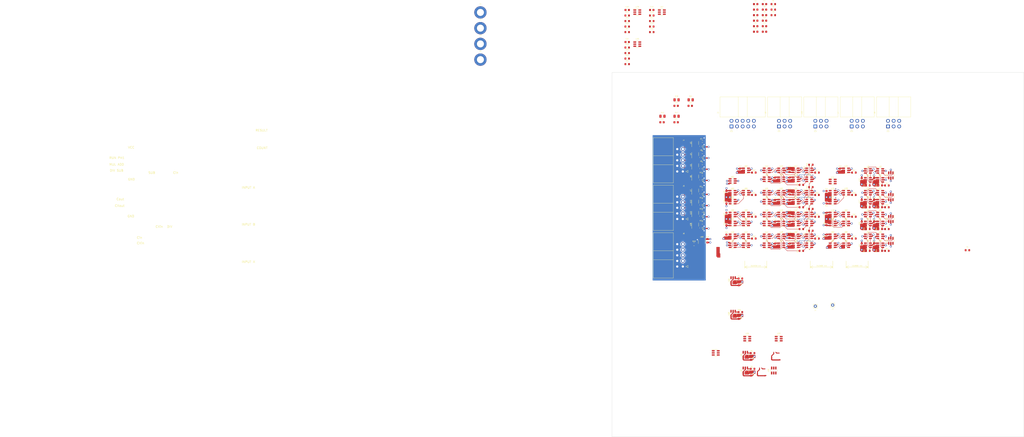
<source format=kicad_pcb>
(kicad_pcb (version 20221018) (generator pcbnew)
  (layers (0 "F.Cu" signal) (1 "In1.Cu" power "GND_2") (2 "In2.Cu" power "GND_3") (31 "B.Cu" signal) (34 "B.Paste" user) (35 "F.Paste" user) (36 "B.SilkS" user "B.Silkscreen") (37 "F.SilkS" user "F.Silkscreen") (38 "B.Mask" user) (39 "F.Mask" user) (44 "Edge.Cuts" user))
  (net 0 "")
  (net 1 "/SUB")
  (net 2 "GND")
  (net 3 "/Cin")
  (net 4 "/IN6/I")
  (net 5 "/IN5/I")
  (net 6 "/IN4/I")
  (net 7 "/IN3/I")
  (net 8 "/IN10/I")
  (net 9 "/IN9/I")
  (net 10 "/IN8/I")
  (net 11 "VCC")
  (net 12 "/IN7/I")
  (net 15 "Net-(U10-Pad4)")
  (net 18 "Net-(U15-Pad4)")
  (net 21 "/IN_4x/I")
  (net 22 "/IN_4x2/I")
  (net 23 "/IN_4x1/I")
  (net 24 "Net-(R10-Pad1)")
  (net 25 "/IN23/I")
  (net 26 "Net-(R11-Pad1)")
  (net 27 "/IN0/I")
  (net 28 "/IN1/I")
  (net 29 "/IN2/I")
  (net 30 "Net-(U14-Pad4)")
  (net 31 "/OUT0/O")
  (net 32 "/OUT1/O")
  (net 33 "Net-(U17-Pad4)")
  (net 34 "Net-(U24-Pad4)")
  (net 35 "Net-(U25-Pad4)")
  (net 36 "/OUT2/O")
  (net 37 "/OUT3/O")
  (net 38 "Net-(J3-Pin_3)")
  (net 39 "Net-(J3-Pin_5)")
  (net 40 "/OUT5/O")
  (net 41 "/RESULT0")
  (net 42 "Net-(R13-Pad1)")
  (net 43 "Net-(J3-Pin_7)")
  (net 44 "/MiniAlu_A_1Bit0/ALUA_Q")
  (net 45 "Net-(R15-Pad1)")
  (net 46 "Net-(R16-Pad1)")
  (net 47 "/RESULT1")
  (net 48 "/MiniAlu_A_1Bit0/Cout")
  (net 49 "/MiniAlu_A_1Bit1/ALUA_Q")
  (net 50 "Net-(R18-Pad1)")
  (net 51 "/MiniAlu_A_1Bit1/Cout")
  (net 52 "/IN23/O")
  (net 53 "/MiniAlu_A_1Bit2/ALUA_Q")
  (net 54 "Net-(R21-Pad1)")
  (net 55 "Net-(R37-Pad1)")
  (net 56 "/MiniAlu_A_1Bit2/Cout")
  (net 57 "Net-(R38-Pad1)")
  (net 58 "/MiniAlu_A_1Bit3/ALUA_Q")
  (net 59 "/MiniAlu_A_1Bit0/A")
  (net 60 "Net-(R40-Pad1)")
  (net 61 "/Mini_6+/E")
  (net 62 "Net-(U72-Pad4)")
  (net 63 "/MiniReg_A_1Bit0/ALUA")
  (net 64 "Net-(R43-Pad1)")
  (net 65 "/Mini_6-/E")
  (net 66 "Net-(U85-Pad4)")
  (net 67 "/RESULT2")
  (net 68 "/RESULT3")
  (net 69 "/BCD")
  (net 70 "/A0")
  (net 71 "/A1")
  (net 72 "/A2")
  (net 73 "/A3")
  (net 74 "/B0")
  (net 75 "Net-(U11-Pad6)")
  (net 76 "/PH2A0")
  (net 77 "Net-(U10-Pad1)")
  (net 78 "/PH1A0")
  (net 79 "/RUNA0")
  (net 80 "/B1")
  (net 81 "/ADD")
  (net 82 "Net-(U15-Pad3)")
  (net 83 "Net-(U18-Pad3)")
  (net 84 "/B2")
  (net 85 "/MiniReg_A_1Bit1/ALUA")
  (net 86 "Net-(U23-Pad4)")
  (net 87 "/PH2A1")
  (net 88 "/PH1A1")
  (net 89 "/RUNA1")
  (net 90 "/B3")
  (net 91 "/RUNA2")
  (net 92 "/RUNA3")
  (net 93 "/PH1A2")
  (net 94 "/PH1A3")
  (net 95 "/PH2A2")
  (net 96 "/PH2A3")
  (net 97 "/MiniAlu_A_1Bit1/A")
  (net 98 "Net-(R23-Pad1)")
  (net 99 "Net-(R24-Pad1)")
  (net 100 "/MiniAlu_A_1Bit2/A")
  (net 101 "Net-(R28-Pad1)")
  (net 102 "/MiniAlu_A_1Bit3/A")
  (net 103 "Net-(R53-Pad2)")
  (net 104 "Net-(R54-Pad2)")
  (net 105 "/Cout")
  (net 106 "Net-(U77-Pad4)")
  (net 107 "/MiniReg_A_1Bit2/ALUA")
  (net 108 "/MiniReg_A_1Bit3/ALUA")
  (net 109 "Net-(U81-Pad4)")
  (net 110 "Net-(U88-Pad4)")
  (net 111 "Net-(R57-Pad2)")
  (net 112 "Net-(U89-Pad4)")
  (net 113 "Net-(U92-Pad4)")
  (net 114 "Net-(U93-Pad4)")
  (net 115 "Net-(U94-Pad4)")
  (net 116 "Net-(R58-Pad2)")
  (net 117 "Net-(U76-Pad4)")
  (net 118 "Net-(U79-Pad4)")
  (net 119 "Net-(U80-Pad4)")
  (net 120 "Net-(U32-Pad4)")
  (net 121 "Net-(R33-Pad1)")
  (net 122 "Net-(R39-Pad1)")
  (net 123 "Net-(R41-Pad1)")
  (net 124 "Net-(R42-Pad2)")
  (net 125 "Net-(U40-Pad4)")
  (net 126 "Net-(R65-Pad1)")
  (net 127 "Net-(U31-Pad4)")
  (net 128 "Net-(U48-Pad4)")
  (net 129 "Net-(U32-Pad3)")
  (net 130 "Net-(U34-Pad4)")
  (net 131 "Net-(U35-Pad3)")
  (net 132 "Net-(U39-Pad4)")
  (net 133 "Net-(U63-Pad4)")
  (net 134 "Net-(U40-Pad3)")
  (net 135 "Net-(U42-Pad4)")
  (net 136 "Net-(U64-Pad4)")
  (net 137 "Net-(U66-Pad4)")
  (net 138 "Net-(U67-Pad4)")
  (net 139 "Net-(U68-Pad4)")
  (net 140 "Net-(U70-Pad4)")
  (net 141 "Net-(U71-Pad4)")
  (net 142 "Net-(U83-Pad4)")
  (net 143 "Net-(U84-Pad4)")
  (net 144 "Net-(U87-Pad4)")
  (net 145 "Net-(U43-Pad3)")
  (net 146 "Net-(U47-Pad4)")
  (net 147 "Net-(U48-Pad3)")
  (net 148 "Net-(U50-Pad4)")
  (net 149 "Net-(U51-Pad3)")
  (net 150 "Net-(R5-Pad1)")
  (net 151 "Net-(R6-Pad1)")
  (net 152 "Net-(R7-Pad1)")
  (net 153 "Net-(R8-Pad1)")
  (net 154 "Net-(R9-Pad1)")
  (net 155 "Net-(R12-Pad2)")
  (net 156 "Net-(R17-Pad1)")
  (net 157 "Net-(R18-Pad2)")
  (net 158 "Net-(R19-Pad1)")
  (net 159 "Net-(R20-Pad2)")
  (net 160 "Net-(R32-Pad1)")
  (net 161 "Net-(R34-Pad2)")
  (net 162 "Net-(R34-Pad1)")
  (net 163 "Net-(R35-Pad1)")
  (net 164 "Net-(R36-Pad1)")
  (net 165 "Net-(R37-Pad2)")
  (net 166 "Net-(R40-Pad2)")
  (net 167 "Net-(R47-Pad2)")
  (net 168 "Net-(R48-Pad2)")
  (net 169 "Net-(R49-Pad2)")
  (net 170 "Net-(R50-Pad2)")
  (net 171 "Net-(R51-Pad1)")
  (net 172 "Net-(R52-Pad2)")
  (net 173 "Net-(R55-Pad1)")
  (net 174 "Net-(R56-Pad2)")
  (net 175 "Net-(R59-Pad1)")
  (net 176 "Net-(R61-Pad2)")
  (net 177 "Net-(R62-Pad1)")
  (net 178 "Net-(R64-Pad2)")
  (footprint "Package_TO_SOT_SMD:SOT-23-6" (layer "F.Cu") (at 191.516 147.828)
    (fp_text reference "U39")
    (fp_text value "1G3157" hide)
  )
  (footprint "Package_TO_SOT_SMD:SOT-23-6" (layer "F.Cu") (at 191.516 141.986)
    (fp_text reference "U33")
    (fp_text value "1G3157")
  )
  (footprint "Package_TO_SOT_SMD:SOT-23-6" (layer "F.Cu") (at 204.724 161.798)
    (fp_text reference "U52")
    (fp_text value "1G3157")
  )
  (footprint "Package_TO_SOT_SMD:SOT-23-6" (layer "F.Cu") (at 227.584 151.892)
    (fp_text reference "U81")
    (fp_text value "1G3157" hide)
  )
  (footprint "Package_TO_SOT_SMD:SOT-23-6" (layer "F.Cu") (at 159.004 147.066 90)
    (fp_text reference "U22")
    (fp_text value "1G3157")
  )
  (footprint "Package_TO_SOT_SMD:SOT-23-6" (layer "F.Cu") (at 227.574 147.828)
    (fp_text reference "U82")
    (fp_text value "1G3157" hide)
  )
  (footprint "Resistor_SMD:R_0603_1608Metric" (layer "F.Cu") (at 237.49 164.338 180)
    (fp_text reference "R62")
    (fp_text value "10k")
  )
  (footprint "Resistor_SMD:R_0603_1608Metric" (layer "F.Cu") (at 162.306 129.794)
    (fp_text reference "R10")
    (fp_text value "36R")
  )
  (footprint "Capacitor_SMD:C_0603_1608Metric" (layer "F.Cu") (at 240.284 151.892 -90)
    (fp_text reference "C60")
    (fp_text value "10n")
  )
  (footprint "Package_TO_SOT_SMD:SOT-23-6" (layer "F.Cu") (at 210.82 157.734)
    (fp_text reference "U51")
    (fp_text value "1G3157")
  )
  (footprint "Package_TO_SOT_SMD:SOT-23-6" (layer "F.Cu") (at 237.49 137.922)
    (fp_text reference "U23")
    (fp_text value "1G3157")
  )
  (footprint "Package_TO_SOT_SMD:SOT-23-6" (layer "F.Cu") (at 176.022 141.986)
    (fp_text reference "U64")
    (fp_text value "1G3157" hide)
  )
  (footprint "Resistor_SMD:R_0603_1608Metric" (layer "F.Cu") (at 194.5215 52.242)
    (fp_text reference "R1")
    (fp_text value "100")
  )
  (footprint "Resistor_SMD:R_0603_1608Metric" (layer "F.Cu") (at 162.306 151.638)
    (fp_text reference "R23")
    (fp_text value "36R")
  )
  (footprint "Package_TO_SOT_SMD:SOT-23-6" (layer "F.Cu") (at 221.488 147.828)
    (fp_text reference "U79")
    (fp_text value "1G3157" hide)
  )
  (footprint "Capacitor_SMD:C_0603_1608Metric" (layer "F.Cu") (at 190.5115 64.792)
    (fp_text reference "C12")
    (fp_text value "10n")
  )
  (footprint "Capacitor_SMD:C_0603_1608Metric" (layer "F.Cu") (at 150.368 105.918)
    (fp_text reference "C44")
    (fp_text value "10n")
  )
  (footprint "Capacitor_SMD:C_0603_1608Metric" (layer "F.Cu") (at 240.284 141.986 -90)
    (fp_text reference "C28")
    (fp_text value "10n")
  )
  (footprint "Resistor_SMD:R_0603_1608Metric" (layer "F.Cu") (at 185.674 158.75 180)
    (fp_text reference "R53")
    (fp_text value "36R")
  )
  (footprint "Capacitor_SMD:C_0603_1608Metric" (layer "F.Cu") (at 178.816 179.2025 90)
    (fp_text reference "C41")
    (fp_text value "10n")
  )
  (footprint "Connector_IDC:IDC-Header_2x03_P2.54mm_Horizontal" (layer "F.Cu") (at 197.099 107.8055 90)
    (fp_text reference "J9")
    (fp_text value "Conn_01x06_Pin")
  )
  (footprint "Resistor_SMD:R_0603_1608Metric" (layer "F.Cu") (at 207.264 134.366)
    (fp_text reference "R18")
    (fp_text value "20R" hide)
  )
  (footprint "Package_TO_SOT_SMD:SOT-23-6" (layer "F.Cu") (at 210.82 127.762)
    (fp_text reference "U18")
    (fp_text value "1G3157")
  )
  (footprint "Package_TO_SOT_SMD:SOT-23-6" (layer "F.Cu") (at 159.004 141.986 90)
    (fp_text reference "U13")
    (fp_text value "1G3157")
  )
  (footprint "Package_TO_SOT_SMD:SOT-23-6" (layer "F.Cu") (at 237.49 161.798)
    (fp_text reference "U95")
    (fp_text value "1G3157")
  )
  (footprint "Package_TO_SOT_SMD:SOT-23-6" (layer "F.Cu") (at 176.022 147.828)
    (fp_text reference "U66")
    (fp_text value "1G3157")
  )
  (footprint "Capacitor_SMD:C_0603_1608Metric" (layer "F.Cu") (at 190.5115 59.772)
    (fp_text reference "C10")
    (fp_text value "10n")
  )
  (footprint "Resistor_SMD:R_0603_1608Metric" (layer "F.Cu") (at 128.141 74.486)
    (fp_text reference "R29")
    (fp_text value "36R")
  )
  (footprint "Package_TO_SOT_SMD:SOT-23-6" (layer "F.Cu") (at 168.3715 210.686)
    (fp_text reference "U97")
    (fp_text value "1G3157")
  )
  (footprint "Resistor_SMD:R_0603_1608Metric" (layer "F.Cu") (at 231.14 148.844 180)
    (fp_text reference "R56")
    (fp_text value "36R")
  )
  (footprint "Package_TO_SOT_SMD:SOT-23-6" (layer "F.Cu") (at 196.9715 204.236)
    (fp_text reference "U59")
    (fp_text value "1G3157")
  )
  (footprint "Package_TO_SOT_SMD:SOT-23-6" (layer "F.Cu") (at 247.904 159.766 -90)
    (fp_text reference "U94")
    (fp_text value "1G3157")
  )
  (footprint "Package_TO_SOT_SMD:SOT-23-6" (layer "F.Cu") (at 243.078 147.828)
    (fp_text reference "U88")
    (fp_text value "1G3157")
  )
  (footprint "Package_TO_SOT_SMD:SOT-23-6" (layer "F.Cu") (at 204.724 137.922)
    (fp_text reference "U34")
    (fp_text value "1G3157")
  )
  (footprint "Package_TO_SOT_SMD:SOT-23-6" (layer "F.Cu") (at 227.574 137.922)
    (fp_text reference "U78")
    (fp_text value "1G3157" hide)
  )
  (footprint "Capacitor_SMD:C_0603_1608Metric" (layer "F.Cu") (at 143.958 105.918)
    (fp_text reference "C42")
    (fp_text value "10n")
  )
  (footprint "Package_TO_SOT_SMD:SOT-23-6" (layer "F.Cu") (at 210.82 151.892)
    (fp_text reference "U45")
    (fp_text value "1G3157")
  )
  (footprint "Resistor_SMD:R_0805_2012Metric" (layer "F.Cu") (at 158.496 161.29)
    (fp_text reference "R49")
    (fp_text value "100")
  )
  (footprint "Package_TO_SOT_SMD:SOT-23-6" (layer "F.Cu") (at 243.078 137.922)
    (fp_text reference "U24")
    (fp_text value "1G3157")
  )
  (footprint "Capacitor_SMD:C_0603_1608Metric" (layer "F.Cu") (at 195.326 161.798 -90)
    (fp_text reference "C38")
    (fp_text value "10n" hide)
  )
  (footprint "Package_TO_SOT_SMD:SOT-23-6" (layer "F.Cu") (at 210.82 161.798)
    (fp_text reference "U53")
    (fp_text value "1G3157")
  )
  (footprint "Package_TO_SOT_SMD:SOT-23-6" (layer "F.Cu") (at 176.276 177.6785 90)
    (fp_text reference "U55")
    (fp_text value "1G3157")
  )
  (footprint "Resistor_SMD:R_0603_1608Metric" (layer "F.Cu") (at 211.582 155.194 180)
    (fp_text reference "R38")
    (fp_text value "200R")
  )
  (footprint "Capacitor_SMD:C_0603_1608Metric" (layer "F.Cu") (at 240.284 132.08 -90)
    (fp_text reference "C21")
    (fp_text value "10n")
  )
  (footprint "Resistor_SMD:R_0805_2012Metric" (layer "F.Cu") (at 150.568 95.728)
    (fp_text reference "R48")
    (fp_text value "100")
  )
  (footprint "Capacitor_SMD:C_0603_1608Metric" (layer "F.Cu") (at 201.93 127.762 90)
    (fp_text reference "C24")
    (fp_text value "10n" hide)
  )
  (footprint "Package_TO_SOT_SMD:SOT-23-6" (layer "F.Cu") (at 191.516 157.734)
    (fp_text reference "U47")
    (fp_text value "1G3157" hide)
  )
  (footprint "Package_TO_SOT_SMD:SOT-23-6" (layer "F.Cu") (at 182.118 157.734)
    (fp_text reference "U73")
    (fp_text value "1G3157" hide)
  )
  (footprint "Resistor_SMD:R_0603_1608Metric" (layer "F.Cu") (at 243.078 144.526 180)
    (fp_text reference "R22")
    (fp_text value "10k")
  )
  (footprint "Resistor_SMD:R_0603_1608Metric" (layer "F.Cu") (at 128.141 71.976)
    (fp_text reference "R28")
    (fp_text value "36R")
  )
  (footprint "Package_TO_SOT_SMD:SOT-23-6" (layer "F.Cu") (at 227.574 157.734)
    (fp_text reference "U86")
    (fp_text value "1G3157" hide)
  )
  (footprint "Package_TO_SOT_SMD:SOT-23-6" (layer "F.Cu") (at 198.12 157.734)
    (fp_text reference "U48")
    (fp_text value "1G3157")
  )
  (footprint "Capacitor_SMD:C_0603_1608Metric" (layer "F.Cu") (at 186.5015 64.792)
    (fp_text reference "C6")
    (fp_text value "10n")
  )
  (footprint "Package_TO_SOT_SMD:SOT-23-6" (layer "F.Cu") (at 176.022 151.892)
    (fp_text reference "U67")
    (fp_text value "1G3157")
  )
  (footprint "Resistor_SMD:R_0603_1608Metric" (layer "F.Cu") (at 231.14 138.938)
    (fp_text reference "R55")
    (fp_text value "36R")
  )
  (footprint "Package_TO_SOT_SMD:SOT-23-6" (layer "F.Cu") (at 176.022 161.798)
    (fp_text reference "U71")
    (fp_text value "1G3157" hide)
  )
  (footprint "Resistor_SMD:R_0603_1608Metric" (layer "F.Cu") (at 231.14 158.75 180)
    (fp_text reference "R57")
    (fp_text value "36R")
  )
  (footprint "Resistor_SMD:R_0603_1608Metric" (layer "F.Cu") (at 162.306 114.554)
    (fp_text reference "R7")
    (fp_text value "36R")
  )
  (footprint "Capacitor_SMD:C_0603_1608Metric" (layer "F.Cu") (at 234.696 132.08 -90)
    (fp_text reference "C20")
    (fp_text value "10n")
  )
  (footprint "Capacitor_SMD:C_0603_1608Metric" (layer "F.Cu") (at 190.5115 62.282)
    (fp_text reference "C11")
    (fp_text value "10n")
  )
  (footprint "Package_TO_SOT_SMD:SOT-23-6" (layer "F.Cu") (at 210.82 147.828)
    (fp_text reference "U43")
    (fp_text value "1G3157")
  )
  (footprint "Package_TO_SOT_SMD:SOT-23-6" (layer "F.Cu") (at 237.49 141.986)
    (fp_text reference "U26")
    (fp_text value "1G3157")
  )
  (footprint "Capacitor_SMD:C_0603_1608Metric" (layer "F.Cu") (at 234.696 141.986 -90)
    (fp_text reference "C27")
    (fp_text value "10n")
  )
  (footprint "Capacitor_SMD:C_0603_1608Metric" (layer "F.Cu") (at 195.326 141.986 -90)
    (fp_text reference "C32")
    (fp_text value "10n" hide)
  )
  (footprint "Connector_IDC:IDC-Header_2x05_P2.54mm_Horizontal" (layer "F.Cu") (at 153.416 171.45 180)
    (fp_text reference "J6")
    (fp_text value "Conn_01x10_Pin")
  )
  (footprint "Package_TO_SOT_SMD:SOT-23-6" (layer "F.Cu") (at 221.488 151.892)
    (fp_text reference "U80")
    (fp_text value "1G3157" hide)
  )
  (footprint "Resistor_SMD:R_0603_1608Metric" (layer "F.Cu") (at 194.5215 54.752)
    (fp_text reference "R2")
    (fp_text value "100")
  )
  (footprint "Capacitor_SMD:C_0603_1608Metric" (layer "F.Cu") (at 184.3515 213.07 90)
    (fp_text reference "C13")
    (fp_text value "10n")
  )
  (footprint "Capacitor_SMD:C_0603_1608Metric" (layer "F.Cu") (at 161.544 132.08 90)
    (fp_text reference "C18")
    (fp_text value "10n")
  )
  (footprint "Resistor_SMD:R_0603_1608Metric" (layer "F.Cu") (at 179.578 192.1565)
    (fp_text reference "R65")
    (fp_text value "36R")
  )
  (footprint "Resistor_SMD:R_0603_1608Metric" (layer "F.Cu") (at 214.376 138.938)
    (fp_text reference "R33")
    (fp_text value "36R")
  )
  (footprint "Package_TO_SOT_SMD:SOT-23-6" (layer "F.Cu") (at 221.488 161.798)
    (fp_text reference "U84")
    (fp_text value "1G3157" hide)
  )
  (footprint "Package_TO_SOT_SMD:SOT-23-6" (layer "F.Cu") (at 221.488 137.922)
    (fp_text reference "U76")
    (fp_text value "1G3157" hide)
  )
  (footprint "Package_TO_SOT_SMD:SOT-23-6" (layer "F.Cu") (at 182.118 137.922)
    (fp_text reference "U65")
    (fp_text value "1G3157")
  )
  (footprint "Resistor_SMD:R_0603_1608Metric" (layer "F.Cu") (at 214.376 148.844)
    (fp_text reference "R36")
    (fp_text value "36R")
  )
  (footprint "Resistor_SMD:R_0603_1608Metric" (layer "F.Cu") (at 207.264 164.338)
    (fp_text reference "R40")
    (fp_text value "20R" hide)
  )
  (footprint "Resistor_SMD:R_0603_1608Metric" (layer "F.Cu") (at 237.49 134.62 180)
    (fp_text reference "R13")
    (fp_text value "10k")
  )
  (footprint "Resistor_SMD:R_0805_2012Metric" (layer "F.Cu") (at 150.568 103.188)
    (fp_text reference "R47")
    (fp_text value "100")
  )
  (footprint "Resistor_SMD:R_0603_1608Metric" (layer "F.Cu") (at 231.14 128.778 180)
    (fp_text reference "R54")
    (fp_text value "36R")
  )
  (footprint "Resistor_SMD:R_0603_1608Metric" (layer "F.Cu") (at 128.141 59.936)
    (fp_text reference "R25")
    (fp_text value "36R")
  )
  (footprint "Resistor_SMD:R_0603_1608Metric" (layer "F.Cu") (at 128.141 57.426)
    (fp_text reference "R24")
    (fp_text value "36R")
  )
  (footprint "Capacitor_SMD:C_0603_1608Metric" (layer "F.Cu") (at 195.326 131.826 -90)
    (fp_text reference "C23")
    (fp_text value "10n" hide)
  )
  (footprint "Package_TO_SOT_SMD:SOT-23-6" (layer "F.Cu") (at 247.904 139.954 -90)
    (fp_text reference "U25")
    (fp_text value "1G3157")
  )
  (footprint "Package_TO_SOT_SMD:SOT-23-6" (layer "F.Cu") (at 243.078 141.986)
    (fp_text reference "U27")
    (fp_text value "1G3157")
  )
  (footprint "Package_TO_SOT_SMD:SOT-23-6" (layer "F.Cu") (at 198.12 141.986)
    (fp_text reference "U38")
    (fp_text value "1G3157")
  )
  (footprint "Capacitor_SMD:C_0603_1608Metric" (layer "F.Cu") (at 150.368 98.458)
    (fp_text reference "C45")
    (fp_text value "10n")
  )
  (footprint "Resistor_SMD:R_0603_1608Metric" (layer "F.Cu") (at 211.582 125.222 180)
    (fp_text reference "R16")
    (fp_text value "200R")
  )
  (footprint "Package_TO_SOT_SMD:SOT-23-6" (layer "F.Cu") (at 237.49 147.828)
    (fp_text reference "U87")
    (fp_text value "1G3157")
  )
  (footprint "Package_TO_SOT_SMD:SOT-23-6" (layer "F.Cu") (at 132.721 70.436)
    (fp_text reference "U30")
    (fp_text value "1G3157" hide)
  )
  (footprint "Package_TO_SOT_SMD:SOT-23-6" (layer "F.Cu") (at 159.004 120.396 90)
    (fp_text reference "U4")
    (fp_text value "1G3157")
  )
  (footprint "Package_TO_SOT_SMD:SOT-23-6" (layer "F.Cu") (at 159.004 136.906 90)
    (fp_text reference "U7")
    (fp_text value "1G3157")
  )
  (footprint "Connector_IDC:IDC-Header_2x03_P2.54mm_Horizontal" (layer "F.Cu") (at 230.119 107.8055 90)
    (fp_text reference "J7")
    (fp_text value "Conn_01x06_Pin")
  )
  (footprint "Package_TO_SOT_SMD:SOT-23-6" (layer "F.Cu") (at 182.118 127.762)
    (fp_text reference "U62")
    (fp_text value "1G3157" hide)
  )
  (footprint "Package_TO_SOT_SMD:SOT-23-6" (layer "F.Cu") (at 198.12 161.798)
    (fp_text reference "U54")
    (fp_text value "1G3157")
  )
  (footprint "Package_TO_SOT_SMD:SOT-23-6" (layer "F.Cu") (at 204.724 131.826)
    (fp_text reference "U19")
    (fp_text value "1G3157")
  )
  (footprint "Resistor_SMD:R_0603_1608Metric" (layer "F.Cu") (at 139.301 62.446)
    (fp_text reference "R45")
    (fp_text value "36R")
  )
  (footprint "Capacitor_SMD:C_0603_1608Metric" (layer "F.Cu") (at 201.93 161.798 -90)
    (fp_text reference "C40")
    (fp_text value "10n" hide)
  )
  (footprint "Capacitor_SMD:C_0603_1608Metric" (layer "F.Cu") (at 161.544 121.92 90)
    (fp_text reference "C16")
    (fp_text value "10n")
  )
  (footprint "Resistor_SMD:R_0603_1608Metric" (layer "F.Cu") (at 162.306 119.634)
    (fp_text reference "R8")
    (fp_text value "36R")
  )
  (footprint "Package_TO_SOT_SMD:SOT-23-6" (layer "F.Cu") (at 204.724 141.986)
    (fp_text reference "U36")
    (fp_text value "1G3157")
  )
  (footprint "Resistor_SMD:R_0603_1608Metric" (layer "F.Cu") (at 211.582 145.288 180)
    (fp_text reference "R35")
    (fp_text value "200R")
  )
  (footprint "Package_TO_SOT_SMD:SOT-23-6" (layer "F.Cu") (at 204.724 147.828)
    (fp_text reference "U42")
    (fp_text value "1G3157")
  )
  (footprint "Capacitor_SMD:C_0603_1608Metric" (layer "F.Cu") (at 201.93 137.922 90)
    (fp_text reference "C33")
    (fp_text value "10n" hide)
  )
  (footprint "Capacitor_SMD:C_0603_1608Metric" (layer "F.Cu") (at 164.592 159.766 -90)
    (fp_text reference "C46")
    (fp_text value "10n")
  )
  (footprint "Package_TO_SOT_SMD:SOT-23-6" (layer "F.Cu") (at 221.488 132.842)
    (fp_text reference "U74")
    (fp_text value "1G3157" hide)
  )
  (footprint "Package_TO_SOT_SMD:SOT-23-6" (layer "F.Cu") (at 191.516 131.826)
    (fp_text reference "U16")
    (fp_text value "1G3157")
  )
  (footprint "Package_TO_SOT_SMD:SOT-23-6" (layer "F.Cu") (at 243.078 161.798)
    (fp_text reference "U96")
    (fp_text value "1G3157")
  )
  (footprint "Connector_Pin:Pin_D0.7mm_L6.5mm_W1.8mm_FlatFork" (layer "F.Cu") (at 213.614 189.484)
    (fp_text reference "J1")
    (fp_text value "Conn_01x01_Socket")
  )
  (footprint "Package_TO_SOT_SMD:SOT-23-6" (layer "F.Cu") (at 159.004 130.556 90)
    (fp_text reference "U6")
    (fp_text value "1G3157")
  )
  (footprint "Capacitor_SMD:C_0603_1608Metric" (layer "F.Cu") (at 128.141 69.466)
    (fp_text reference "C31")
    (fp_text value "10n")
  )
  (footprint "Package_TO_SOT_SMD:SOT-23-6" (layer "F.Cu") (at 204.724 157.734)
    (fp_text reference "U50")
    (fp_text value "1G3157")
  )
  (footprint "MountingHole:MountingHole_3.2mm_M3_DIN965_Pad" (layer "F.Cu") (at 61.468 70.32)
    (fp_text reference "H3")
    (fp_text value "MountingHole")
  )
  (footprint "Resistor_SMD:R_0805_2012Metric" (layer "F.Cu") (at 144.158 103.188)
    (fp_text reference "R42")
    (fp_text value "100")
  )
  (footprint "Capacitor_SMD:C_0603_1608Metric" (layer "F.Cu") (at 218.694 151.892 90)
    (fp_text reference "C56")
    (fp_text value "10n")
  )
  (footprint "Package_TO_SOT_SMD:SOT-23-6" (layer "F.Cu") (at 227.584 161.798)
    (fp_text reference "U85")
    (fp_text value "1G3157" hide)
  )
  (footprint "Resistor_SMD:R_0603_1608Metric" (layer "F.Cu") (at 243.078 154.432 180)
    (fp_text reference "R60")
    (fp_text value "10k")
  )
  (footprint "Resistor_SMD:R_0603_1608Metric" (layer "F.Cu") (at 185.1135 217.934)
    (fp_text reference "R6")
    (fp_text value "36R")
  )
  (footprint "Capacitor_SMD:C_0603_1608Metric" (layer "F.Cu") (at 179.324 127.762 -90)
    (fp_text reference "C47")
    (fp_text value "10n")
  )
  (footprint "MountingHole:MountingHole_3.2mm_M3_DIN965_Pad" (layer "F.Cu") (at 61.468 56.02)
    (fp_text reference "H1")
    (fp_text value "MountingHole")
  )
  (footprint "Package_TO_SOT_SMD:SOT-23-6" (layer "F.Cu") (at 237.49 151.892)
    (fp_text reference "U90")
    (fp_text value "1G3157")
  )
  (footprint "Package_TO_SOT_SMD:SOT-23-6" (layer "F.Cu") (at 176.022 137.922)
    (fp_text reference "U63")
    (fp_text value "1G3157" hide)
  )
  (footprint "Package_TO_SOT_SMD:SOT-23-6" (layer "F.Cu") (at 227.574 127.762)
    (fp_text reference "U75")
    (fp_text value "1G3157" hide)
  )
  (footprint "Resistor_SMD:R_0603_1608Metric" (layer "F.Cu") (at 185.1135 210.784)
    (fp_text reference "R5")
    (fp_text value "36R")
  )
  (footprint "Package_TO_SOT_SMD:SOT-23-6" (layer "F.Cu") (at 159.004 115.316 90)
    (fp_text reference "U3")
    (fp_text value "1G3157")
  )
  (footprint "Package_TO_SOT_SMD:SOT-23-6" (layer "F.Cu") (at 194.7115 218.696 90)
    (fp_text reference "U58")
    (fp_text value "1G3157")
  )
  (footprint "Capacitor_SMD:C_0603_1608Metric" (layer "F.Cu") (at 218.694 137.922 -90)
    (fp_text reference "C54")
    (fp_text value "10n")
  )
  (footprint "Package_TO_SOT_SMD:SOT-23-6" (layer "F.Cu") (at 191.516 137.922)
    (fp_text reference "U31")
    (fp_text value "1G3157" hide)
  )
  (footprint "Package_TO_SOT_SMD:SOT-23-6" (layer "F.Cu") (at 247.904 149.86 -90)
    (fp_text reference "U89")
    (fp_text value "1G3157")
  )
  (footprint "Resistor_SMD:R_0603_1608Metric" (layer "F.Cu") (at 214.376 128.778)
    (fp_text reference "R17")
    (fp_text value "36R")
  )
  (footprint "Resistor_SMD:R_0603_1608Metric" (layer "F.Cu") (at 237.49 154.432 180)
    (fp_text reference "R59")
    (fp_text value "10k")
  )
  (footprint "Resistor_SMD:R_0603_1608Metric" (layer "F.Cu") (at 282.7025 164.039)
    (fp_text reference "R4")
    (fp_text value "20R")
  )
  (footprint "Package_TO_SOT_SMD:SOT-23-6" (layer "F.Cu") (at 143.881 55.886)
    (fp_text reference "U57")
    (fp_text value "1G3157" hide)
  )
  (footprint "Resistor_SMD:R_0805_2012Metric" (layer "F.Cu") (at 156.978 95.728)
    (fp_text reference "R64")
    (fp_text value "100")
  )
  (footprint "Package_TO_SOT_SMD:SOT-23-6" (layer "F.Cu") (at 191.516 151.892)
    (fp_text reference "U41")
    (fp_text value "1G3157")
  )
  (footprint "Resistor_SMD:R_0603_1608Metric" (layer "F.Cu") (at 128.141 79.506)
    (fp_text reference "R31")
    (fp_text value "36R")
  )
  (footprint "Package_TO_SOT_SMD:SOT-23-6" (layer "F.Cu") (at 221.488 141.986)
    (fp_text reference "U77")
    (fp_text value "1G3157" hide)
  )
  (footprint "Package_TO_SOT_SMD:SOT-23-6" (layer "F.Cu") (at 159.004 152.4 90)
    (fp_text reference "U28")
    (fp_text value "1G3157")
  )
  (footprint "Resistor_SMD:R_0603_1608Metric" (layer "F.Cu") (at 185.674 148.828 180)
    (fp_text reference "R52")
    (fp_text value "36R")
  )
  (footprint "Resistor_SMD:R_0603_1608Metric" (layer "F.Cu") (at 243.078 164.338 180)
    (fp_text reference "R63")
    (fp_text value "10k")
  )
  (footprint "MountingHole:MountingHole_3.2mm_M3_DIN965_Pad" (layer "F.Cu") (at 61.468 77.47)
    (fp_text reference "H4")
    (fp_text value "MountingHole")
  )
  (footprint "Package_TO_SOT_SMD:SOT-23-6" (layer "F.Cu") (at 204.724 127.762)
    (fp_text reference "U17")
    (fp_text value "1G3157")
  )
  (footprint "Package_TO_SOT_SMD:SOT-23-6" (layer "F.Cu") (at 176.022 157.734)
    (fp_text reference "U70")
    (fp_text value "1G3157" hide)
  )
  (footprint "Capacitor_SMD:C_0603_1608Metric" (layer "F.Cu") (at 186.5015 62.282)
    (fp_text reference "C5")
    (fp_text value "10n")
  )
  (footprint "Capacitor_SMD:C_0603_1608Metric" (layer "F.Cu") (at 190.5115 57.262)
    (fp_text reference "C9")
    (fp_text value "10n")
  )
  (footprint "Capacitor_SMD:C_0603_1608Metric" (layer "F.Cu") (at 161.544 116.84 90)
    (fp_text reference "C15")
    (fp_text value "10n")
  )
  (footprint "Resistor_SMD:R_0603_1608Metric" (layer "F.Cu") (at 246.126 144.526 180)
    (fp_text reference "R20")
    (fp_text value "36R")
  )
  (footprint "Capacitor_SMD:C_0603_1608Metric" (layer "F.Cu") (at 161.544 127 90)
    (fp_text reference "C17")
    (fp_text value "10n")
  )
  (footprint "Resistor_SMD:R_0603_1608Metric" (layer "F.Cu") (at 237.49 144.526 180)
    (fp_text reference "R21")
    (fp_text value "10k")
  )
  (footprint "Capacitor_SMD:C_0603_1608Metric" (layer "F.Cu") (at 190.5115 54.752)
    (fp_text reference "C8")
    (fp_text value "10n")
  )
  (footprint "Connector_IDC:IDC-Header_2x05_P2.54mm_Horizontal" (layer "F.Cu") (at 153.416 149.86 180)
    (fp_text reference "J5")
    (fp_text value "Conn_01x10_Pin")
  )
  (footprint "Resistor_SMD:R_0603_1608Metric" (layer "F.Cu") (at 179.578 176.9165)
    (fp_text reference "R41")
    (fp_text value "36R")
  )
  (footprint "Capacitor_SMD:C_0603_1608Metric" (layer "F.Cu") (at 218.694 157.734 -90)
    (fp_text reference "C58")
    (fp_text value "10n")
  )
  (footprint "Resistor_SMD:R_0603_1608Metric" (layer "F.Cu") (at 194.5215 57.262)
    (fp_text reference "R3")
    (fp_text value "100")
  )
  (footprint "Resistor_SMD:R_0603_1608Metric" (layer "F.Cu") (at 139.301 57.426)
    (fp_text reference "R43")
    (fp_text value "36R")
  )
  (footprint "Capacitor_SMD:C_0603_1608Metric" (layer "F.Cu") (at 173.228 157.734 -90)
    (fp_text reference "C52")
    (fp_text value "10n")
  )
  (footprint "Capacitor_SMD:C_0603_1608Metric" (layer "F.Cu") (at 186.5015 57.262)
    (fp_text reference "C3")
    (fp_text value "10n")
  )
  (footprint "Package_TO_SOT_SMD:SOT-23-6" (layer "F.Cu") (at 237.49 157.734)
    (fp_text reference "U92")
    (fp_text value "1G3157")
  )
  (footprint "Package_TO_SOT_SMD:SOT-23-6" (layer "F.Cu") (at 191.516 127.762)
    (fp_text reference "U14")
    (fp_text value "1G3157" hide)
  )
  (footprint "Package_TO_SOT_SMD:SOT-23-6" (layer "F.Cu") (at 182.118 151.892)
    (fp_text reference "U68")
    (fp_text value "1G3157")
  )
  (footprint "Capacitor_SMD:C_0603_1608Metric" (layer "F.Cu") (at 224.79 127.762 -90)
    (fp_text reference "C53")
    (fp_text value "10n")
  )
  (footprint "Package_TO_SOT_SMD:SOT-23-6" (layer "F.Cu") (at 198.12 137.922)
    (fp_text reference "U32")
    (fp_text value "1G3157")
  )
  (footprint "Connector_IDC:IDC-Header_2x03_P2.54mm_Horizontal" (layer "F.Cu") (at 246.629 107.8055 90)
    (fp_text reference "J8")
    (fp_text value "Conn_01x06_Pin")
  )
  (footprint "Package_TO_SOT_SMD:SOT-23-6" (layer "F.Cu") (at 237.49 128.016)
    (fp_text reference "U8")
    (fp_text value "1G3157")
  )
  (footprint "Capacitor_SMD:C_0603_1608Metric" (layer "F.Cu") (at 186.5015 59.772)
    (fp_text reference "C4")
    (fp_text value "10n")
  )
  (footprint "Capacitor_SMD:C_0603_1608Metric" (layer "F.Cu") (at 173.228 151.892 90)
    (fp_text reference "C51")
    (fp_text value "10n")
  )
  (footprint "Capacitor_SMD:C_0603_1608Metric" (layer "F.Cu") (at 201.93 147.828 90)
    (fp_text reference "C36")
    (fp_text value "10n" hide)
  )
  (footprint "Capacitor_SMD:C_0603_1608Metric" (layer "F.Cu") (at 173.228 141.986 90)
    (fp_text reference "C49")
    (fp_text value "10n")
  )
  (footprint "Capacitor_SMD:C_0603_1608Metric" (layer "F.Cu") (at 173.228 137.922 -90)
    (fp_text reference "C48")
    (fp_text value "10n")
  )
  (footprint "Package_TO_SOT_SMD:SOT-23-6" (layer "F.Cu") (at 182.118 147.828)
    (fp_text reference "U69")
    (fp_text value "1G3157")
  )
  (footprint "Package_TO_SOT_SMD:SOT-23-6" (layer "F.Cu") (at 162.052 160.274 -90)
    (fp_text reference "U60")
    (fp_text value "1G3157")
  )
  (footprint "Resistor_SMD:R_0603_1608Metric" (layer "F.Cu") (at 139.301 59.936)
    (fp_text reference "R44")
    (fp_text value "36R")
  )
  (footprint "Package_TO_SOT_SMD:SOT-23-6" (layer "F.Cu") (at 191.516 161.798)
    (fp_text reference "U49")
    (fp_text value "1G3157")
  )
  (footprint "Resistor_SMD:R_0603_1608Metric" (layer "F.Cu") (at 128.141 64.956)
    (fp_text reference "R27")
    (fp_text value "36R")
  )
  (footprint "Package_TO_SOT_SMD:SOT-23-6" (layer "F.Cu") (at 181.8115 211.546 90)
    (fp_text reference "U1")
    (fp_text value "1G3157")
  )
  (footprint "Connector_IDC:IDC-Header_2x05_P2.54mm_Horizontal" (layer "F.Cu") (at 175.514 107.8055 90)
    (fp_text reference "J3")
    (fp_text value "Conn_01x10_Pin")
  )
  (footprint "Package_TO_SOT_SMD:SOT-23-6" (layer "F.Cu") (at 210.82 137.922)
    (fp_text reference "U35")
    (fp_text value "1G3157")
  )
  (footprint "Package_TO_SOT_SMD:SOT-23-6" (layer "F.Cu") (at 247.904 130.048 -90)
    (fp_text reference "U10")
    (fp_text value "1G3157")
  )
  (footprint "Capacitor_SMD:C_0603_1608Metric" (layer "F.Cu") (at 186.5015 52.242)
    (fp_text reference "C1")
    (fp_text value "10n")
  )
  (footprint "Resistor_SMD:R_0603_1608Metric" (layer "F.Cu") (at 207.264 144.526)
    (fp_text reference "R34")
    (fp_text value "20R" hide)
  )
  (footprint "Resistor_SMD:R_0603_1608Metric" (layer "F.Cu") (at 162.306 136.144)
    (fp_text reference "R11")
    (fp_text value "36R")
  )
  (footprint "Package_TO_SOT_SMD:SOT-23-6" (layer "F.Cu") (at 132.721 55.886)
    (fp_text reference "U29")
    (fp_text value "1G3157" hide)
  )
  (footprint "Connector_Pin:Pin_D0.7mm_L6.5mm_W1.8mm_FlatFork" (layer "F.Cu") (at 221.488 188.976)
    (fp_text reference "J2")
    (fp_text value "Conn_01x01_Socket")
  )
  (footprint "Package_TO_SOT_SMD:SOT-23-6" (layer "F.Cu") (at 198.12 131.826)
    (fp_text reference "U21")
    (fp_text value "1G3157")
  )
  (footprint "Resistor_SMD:R_0603_1608Metric" (layer "F.Cu") (at 207.264 154.432)
    (fp_text reference "R37")
    (fp_text value "20R" hide)
  )
  (footprint "Capacitor_SMD:C_0603_1608Metric" (layer "F.Cu") (at 173.228 147.828 -90)
    (fp_text reference "C50")
    (fp_text value "10n")
  )
  (footprint "Capacitor_SMD:C_0603_1608Metric" (layer "F.Cu") (at 201.93 141.986 -90)
    (fp_text reference "C34")
    (fp_text value "10n" hide)
  )
  (footprint "Capacitor_SMD:C_0603_1608Metric" (layer "F.Cu") (at 201.93 157.734 90)
    (fp_text reference "C39")
    (fp_text value "10n" hide)
  )
  (footprint "Capacitor_SMD:C_0603_1608Metric" (layer "F.Cu") (at 161.544 138.43 90)
    (fp_text reference "C19")
    (fp_text value "10n")
  )
  (footprint "Package_TO_SOT_SMD:SOT-23-6" (layer "F.Cu") (at 237.49 132.08)
    (fp_text reference "U11")
    (fp_text value "1G3157")
  )
  (footprint "Package_TO_SOT_SMD:SOT-23-6" (layer "F.Cu") (at 210.82 141.986)
    (fp_text reference "U37")
    (fp_text value "1G3157")
  )
  (footprint "Capacitor_SMD:C_0603_1608Metric" (layer "F.Cu") (at 234.696 151.892 -90)
    (fp_text reference "C59")
    (fp_text value "10n")
  )
  (footprint "Package_TO_SOT_SMD:SOT-23-6" (layer "F.Cu") (at 243.078 151.892)
    (fp_text reference "U91")
    (fp_text value "1G3157")
  )
  (footprint "Resistor_SMD:R_0603_1608Metric" (layer "F.Cu") (at 214.376 158.75)
    (fp_text reference "R39")
    (fp_text value "36R")
  )
  (footprint "Capacitor_SMD:C_0603_1608Metric" (layer "F.Cu") (at 161.544 148.59 90)
    (fp_text reference "C26")
    (fp_text value "10n")
  )
  (footprint "Package_TO_SOT_SMD:SOT-23-6" (layer "F.Cu") (at 198.12 147.828)
    (fp_text reference "U40")
    (fp_text value "1G3157")
  )
  (footprint "Resistor_SMD:R_0603_1608Metric" (layer "F.Cu") (at 162.306 141.224)
    (fp_text reference "R15")
    (fp_text value "36R")
  )
  (footprint "Capacitor_SMD:C_0603_1608Metric" (layer "F.Cu") (at 190.5115 52.242)
    (fp_text reference "C7")
    (fp_text value "10n")
  )
  (footprint "Package_TO_SOT_SMD:SOT-23-6" (layer "F.Cu") (at 204.724 151.892)
    (fp_text reference "U44")
    (fp_text value "1G3157")
  )
  (footprint "Resistor_SMD:R_0603_1608Metric" (layer "F.Cu") (at 185.674 128.778 180)
    (fp_text reference "R50")
    (fp_text value "36R")
  )
  (footprint "Capacitor_SMD:C_0603_1608Metric" (layer "F.Cu") (at 128.141 54.916)
    (fp_text reference "C30")
    (fp_text value "10n")
  )
  (footprint "Package_TO_SOT_SMD:SOT-23-6" (layer "F.Cu") (at 198.12 151.892)
    (fp_text reference "U46")
    (fp_text value "1G3157")
  )
  (footprint "Capacitor_SMD:C_0603_1608Metric" (layer "F.Cu") (at 218.694 141.986 90)
    (fp_text reference "C55")
    (fp_text value "10n")
  )
  (footprint "Package_TO_SOT_SMD:SOT-23-6" (layer "F.Cu") (at 243.078 157.734)
    (fp_text reference "U93")
    (fp_text value "1G3157")
  )
  (footprint "Capacitor_SMD:C_0603_1608Metric" (layer "F.Cu") (at 161.544 153.924 90)
    (fp_text reference "C29")
    (fp_text value "10n")
  )
  (footprint "Resistor_SMD:R_0603_1608Metric" (layer "F.Cu") (at 243.078 134.62 180)
    (fp_text reference "R14")
    (fp_text value "10k")
  )
  (footprint "Resistor_SMD:R_0603_1608Metric" (layer "F.Cu") (at 246.126 154.432 180)
    (fp_text reference "R58")
    (fp_text value "36R")
  )
  (footprint "Capacitor_SMD:C_0603_1608Metric" (layer "F.Cu") (at 186.5015 54.752)
    (fp_text reference "C2")
    (fp_text value "10n")
  )
  (footprint "Resistor_SMD:R_0603_1608Metric" (layer "F.Cu") (at 128.141 62.446)
    (fp_text reference "R26")
    (fp_text value "36R")
  )
  (footprint "Capacitor_SMD:C_0603_1608Metric" (layer "F.Cu") (at 195.326 151.892 -90)
    (fp_text reference "C35")
    (fp_text value "10n" hide)
  )
  (footprint "Package_TO_SOT_SMD:SOT-23-6" (layer "F.Cu") (at 176.276 192.9185 90)
    (fp_text reference "U98")
    (fp_text value "1G3157")
  )
  (footprint "Resistor_SMD:R_0603_1608Metric" (layer "F.Cu") (at 128.141 76.996)
    (fp_text reference "R30")
    (fp_text value "36R")
  )
  (footprint "Resistor_SMD:R_0603_1608Metric" (layer "F.Cu") (at 139.301 64.956)
    (fp_text reference "R46")
    (fp_text value "36R")
  )
  (footprint "Capacitor_SMD:C_0603_1608Metric" (layer "F.Cu") (at 156.778 98.458)
    (fp_text reference "C63")
    (fp_text value "10n")
  )
  (footprint "Package_TO_SOT_SMD:SOT-23-6" (layer "F.Cu") (at 159.004 125.476 90)
    (fp_text reference "U5")
    (fp_text value "1G3157")
  )
  (footprint "Package_TO_SOT_SMD:SOT-23-6" (layer "F.Cu") (at 243.078 132.08)
    (fp_text reference "U12")
    (fp_text value "1G3157")
  )
  (footprint "Resistor_SMD:R_0603_1608Metric" (layer "F.Cu") (at 162.306 124.714)
    (fp_text reference "R9")
    (fp_text value "36R")
  )
  (footprint "Package_TO_SOT_SMD:SOT-23-6" (layer "F.Cu") (at 176.022 132.588)
    (fp_text reference "U61")
    (fp_text value "1G3157")
  )
  (footprint "Capacitor_SMD:C_0603_1608Metric" (layer "F.Cu") (at 178.816 194.4425 90)
    (fp_text reference "C64")
    (fp_text value "10n")
  )
  (footprint "Package_TO_SOT_SMD:SOT-23-6" (layer "F.Cu") (at 210.82 131.826)
    (fp_text reference "U20")
    (fp_text value "1G3157")
  )
  (footprint "Package_TO_SOT_SMD:SOT-23-6" (layer "F.Cu") (at 181.8115 218.696 90)
    (fp_text reference "U2")
    (fp_text value "1G3157")
  )
  (footprint "Capacitor_SMD:C_0603_1608Metric" (layer "F.Cu") (at 184.3515 220.22 90)
    (fp_text reference "C14")
    (fp_text value "10n")
  )
  (footprint "Package_TO_SOT_SMD:SOT-23-6" (layer "F.Cu") (at 221.488 157.734)
    (fp_text reference "U83")
    (fp_text value "1G3157" hide)
  )
  (footprint "MountingHole:MountingHole_3.2mm_M3_DIN965_Pad" (layer "F.Cu") (at 61.468 63.17)
    (fp_text reference "H2")
    (fp_text value "MountingHole")
  )
  (footprint "Capacitor_SMD:C_0603_1608Metric" (layer "F.Cu") (at 161.544 143.51 90)
    (fp_text reference "C22")
    (fp_text value "10n")
  )
  (footprint "Resistor_SMD:R_0603_1608Metric" (layer "F.Cu") (at 162.306 146.304)
    (fp_text reference "R19")
    (fp_text value "36R")
  )
  (footprint "Resistor_SMD:R_0603_1608Metric" (layer "F.Cu") (at 246.126 134.62 180)
    (fp_text reference "R12")
    (fp_text value "36R")
  )
  (footprint "Package_TO_SOT_SMD:SOT-23-6" (layer "F.Cu") (at 182.118 161.798)
    (fp_text reference "U72")
    (fp_text value "1G3157" hide)
  )
  (footprint "Package_TO_SOT_SMD:SOT-23-6" (layer "F.Cu") (at 182.6715 204.236)
    (fp_text reference "U56")
    (fp_text value "1G3157")
  )
  (footprint "Connector_IDC:IDC-Header_2x03_P2.54mm_Horizontal" (layer "F.Cu") (at 213.609 107.8055 90)
    (fp_text reference "J10")
    (fp_text value "Conn_01x06_Pin")
  )
  (footprint "Capacitor_SMD:C_0603_1608Metric" (layer "F.Cu") (at 201.93 151.892 -90)
    (fp_text reference "C37")
    (fp_text value "10n" hide)
  )
  (footprint "Package_TO_SOT_SMD:SOT-23-6" (layer "F.Cu") (at 198.12 127.762)
    (fp_text reference "U15")
    (fp_text value "1G3157")
  )
  (footprint "Capacitor_SMD:C_0603_1608Metric" (layer "F.Cu") (at 240.284 161.798 -90)
    (fp_text reference "C62")
    (fp_text value "10n")
  )
  (footprint "Package_TO_SOT_SMD:SOT-23-6" (layer "F.Cu") (at 243.078 128.016)
    (fp_text reference "U9")
    (fp_text value "1G3157")
  )
  (footprint "Resistor_SMD:R_0603_1608Metric" (layer "F.Cu") (at 185.674 138.938)
    (fp_text reference "R51")
    (fp_text value "36R")
  )
  (footprint "Connector_IDC:IDC-Header_2x05_P2.54mm_Horizontal" (layer "F.Cu") (at 153.416 128.27 180)
    (fp_text reference "J4")
    (fp_text value "Conn_01x10_Pin")
  )
  (footprint "Capacitor_SMD:C_0603_1608Metric" (layer "F.Cu") (at 234.696 161.798 -90)
    (fp_text reference "C61")
    (fp_text value "10n")
  )
  (footprint "Capacitor_SMD:C_0603_1608Metric" (layer "F.Cu") (at 139.301 54.916)
    (fp_text reference "C43")
    (fp_text value "10n")
  )
  (footprint "Resistor_SMD:R_0603_1608Metric" (layer "F.Cu") (at 246.126 164.338 180)
    (fp_text reference "R61")
    (fp_text value "36R")
  )
  (footprint "Capacitor_SMD:C_0603_1608Metric" (layer "F.Cu") (at 201.93 131.826 -90)
    (fp_text reference "C25")
    (fp_text value "10n" hide)
  )
  (footprint "Resistor_SMD:R_0603_1608Metric" (layer "F.Cu") (at 211.582 135.382 180)
    (fp_text reference "R32")
    (fp_text value "200R")
  )
  (footprint "Capacitor_SMD:C_0603_1608Metric" (layer "F.Cu") (at 218.694 147.828 -90)
    (fp_text reference "C57")
    (fp_text value "10n")
  )
  (gr_rect (start 121.24 83.306) (end 308.362 248.806) (stroke (width 0.1)) (fill none) (layer "Edge.Cuts"))
  (gr_text "DIV" (at -79.692 153.926) (layer "F.SilkS") (effects (font (size 1 1)) (justify bottom)))
  (gr_text "Cout" (at -103.942 141.426) (layer "F.SilkS") (effects (font (size 1 1)) (justify left bottom)))
  (gr_text "CXin" (at -84.442 153.926) (layer "F.SilkS") (effects (font (size 1 1)) (justify bottom)))
  (gr_text "MUL ADD" (at -107.192 125.676) (layer "F.SilkS") (effects (font (size 1 1)) (justify left bottom)))
  (gr_text "SUB" (at -89.442 129.426) (layer "F.SilkS") (effects (font (size 1 1)) (justify left bottom)))
  (gr_text "GND" (at -98.692 132.426) (layer "F.SilkS") (effects (font (size 1 1)) (justify left bottom)))
  (gr_text "VCC" (at -98.692 117.926) (layer "F.SilkS") (effects (font (size 1 1)) (justify left bottom)))
  (gr_text "CXout" (at -104.692 144.426) (layer "F.SilkS") (effects (font (size 1 1)) (justify left bottom)))
  (gr_text "GND" (at -98.942 149.176) (layer "F.SilkS") (effects (font (size 1 1)) (justify left bottom)))
  (gr_text "Cin" (at -76.942 129.426) (layer "F.SilkS") (effects (font (size 1 1)) (justify bottom)))
  (gr_text "RUN PH1" (at -107.192 122.676) (layer "F.SilkS") (effects (font (size 1 1)) (justify left bottom)))
  (gr_text "CXin" (at -94.692 161.426) (layer "F.SilkS") (effects (font (size 1 1)) (justify left bottom)))
  (gr_text "INPUT X" (at -43.942 169.926) (layer "F.SilkS") (effects (font (size 1 1)) (justify bottom)))
  (gr_text "DIV SUB" (at -106.942 128.426) (layer "F.SilkS") (effects (font (size 1 1)) (justify left bottom)))
  (gr_text "COUNT" (at -37.692 118.176) (layer "F.SilkS") (effects (font (size 1 1)) (justify bottom)))
  (gr_text "RESULT" (at -37.942 110.176) (layer "F.SilkS") (effects (font (size 1 1)) (justify bottom)))
  (gr_text "INPUT A" (at -43.942 136.176) (layer "F.SilkS") (effects (font (size 1 1)) (justify bottom)))
  (gr_text "Cin" (at -94.692 158.926) (layer "F.SilkS") (effects (font (size 1 1)) (justify left bottom)))
  (gr_text "INPUT B" (at -43.942 152.926) (layer "F.SilkS") (effects (font (size 1 1)) (justify bottom)))
  (dimension (type aligned) (layer "F.SilkS") (pts (xy 211.324 168.442) (xy 221.574 168.442)) (height 3.25) (gr_text "403.5433 mils" (at 216.449 171.112) (layer "F.SilkS") (effects (font (size 0.5 0.5) (thickness 0.08)))) (format (prefix "") (suffix "") (units 3) (units_format 1) (precision 4)) (style (thickness 0.15) (arrow_length 1.27) (text_position_mode 0) (extension_height 0.58642) (extension_offset 0.5) keep_text_aligned))
  (dimension (type aligned) (layer "F.SilkS") (pts (xy 227.574 168.442) (xy 237.574 168.442)) (height 3.25) (gr_text "393.7008 mils" (at 232.574 171.112) (layer "F.SilkS") (effects (font (size 0.5 0.5) (thickness 0.08)))) (format (prefix "") (suffix "") (units 3) (units_format 1) (precision 4)) (style (thickness 0.15) (arrow_length 1.27) (text_position_mode 0) (extension_height 0.58642) (extension_offset 0.5) keep_text_aligned))
  (dimension (type aligned) (layer "F.SilkS") (pts (xy 181.574 168.442) (xy 191.574 168.442)) (height 3.25) (gr_text "393.7008 mils" (at 186.574 171.112) (layer "F.SilkS") (effects (font (size 0.5 0.5) (thickness 0.08)))) (format (prefix "") (suffix "") (units 3) (units_format 1) (precision 4)) (style (thickness 0.15) (arrow_length 1.27) (text_position_mode 0) (extension_height 0.58642) (extension_offset 0.5) keep_text_aligned))
  (segment (start 196.037 210.784) (end 195.6615 210.4085) (width 0.4064) (layer "F.Cu") (net 0))
  (segment (start 189.587 217.934) (end 189.2115 217.5585) (width 0.4064) (layer "F.Cu") (net 0))
  (segment (start 197.1885 210.784) (end 196.037 210.784) (width 0.4064) (layer "F.Cu") (net 0))
  (segment (start 190.7385 217.934) (end 189.587 217.934) (width 0.4064) (layer "F.Cu") (net 0))
  (segment (start 188.976 127.762) (end 190.3785 127.762) (width 0.508) (layer "F.Cu") (net 2))
  (segment (start 225.721605 157.734) (end 226.4365 157.734) (width 0.508) (layer "F.Cu") (net 2))
  (segment (start 208.274722 162.462006) (end 208.274722 162.454962) (width 0.508) (layer "F.Cu") (net 2))
  (segment (start 240.530017 148.589659) (end 240.530017 148.523588) (width 0.508) (layer "F.Cu") (net 2))
  (segment (start 188.976 131.826) (end 190.3785 131.826) (width 0.508) (layer "F.Cu") (net 2))
  (segment (start 208.274722 142.642962) (end 208.931684 141.986) (width 0.508) (layer "F.Cu") (net 2))
  (segment (start 179.578 158.421605) (end 180.265605 157.734) (width 0.508) (layer "F.Cu") (net 2))
  (segment (start 225.721605 147.828) (end 226.4365 147.828) (width 0.508) (layer "F.Cu") (net 2))
  (segment (start 196.231684 147.828) (end 196.9825 147.828) (width 0.508) (layer "F.Cu") (net 2))
  (segment (start 179.578 148.515605) (end 180.265605 147.828) (width 0.508) (layer "F.Cu") (net 2))
  (segment (start 208.931684 157.734) (end 209.6825 157.734) (width 0.508) (layer "F.Cu") (net 2))
  (segment (start 208.274722 132.482962) (end 208.931684 131.826) (width 0.508) (layer "F.Cu") (net 2))
  (segment (start 225.026096 148.587858) (end 225.026096 148.523509) (width 0.508) (layer "F.Cu") (net 2))
  (segment (start 225.026036 158.495224) (end 225.026036 158.429569) (width 0.508) (layer "F.Cu") (net 2))
  (segment (start 179.578 138.684) (end 179.578 138.609605) (width 0.508) (layer "F.Cu") (net 2))
  (segment (start 241.225605 128.016) (end 241.9405 128.016) (width 0.508) (layer "F.Cu") (net 2))
  (segment (start 208.2728 148.486884) (end 208.931684 147.828) (width 0.508) (layer "F.Cu") (net 2))
  (segment (start 247.904 138.8165) (end 247.904 137.414) (width 0.508) (layer "F.Cu") (net 2))
  (segment (start 190.3785 141.986) (end 188.976 141.986) (width 0.508) (layer "F.Cu") (net 2))
  (segment (start 195.5728 128.420884) (end 196.231684 127.762) (width 0.508) (layer "F.Cu") (net 2))
  (segment (start 196.231684 137.922) (end 196.9825 137.922) (width 0.508) (layer "F.Cu") (net 2))
  (segment (start 225.026036 158.429569) (end 225.721605 157.734) (width 0.508) (layer "F.Cu") (net 2))
  (segment (start 195.5728 138.668394) (end 195.5728 138.580884) (width 0.508) (layer "F.Cu") (net 2))
  (segment (start 225.02589 138.617715) (end 225.721605 137.922) (width 0.508) (layer "F.Cu") (net 2))
  (segment (start 180.265605 147.828) (end 180.9805 147.828) (width 0.508) (layer "F.Cu") (net 2))
  (segment (start 173.482 161.798) (end 174.8845 161.798) (width 0.508) (layer "F.Cu") (net 2))
  (segment (start 240.530017 148.523588) (end 241.225605 147.828) (width 0.508) (layer "F.Cu") (net 2))
  (segment (start 179.578 148.59) (end 179.578 148.515605) (width 0.508) (layer "F.Cu") (net 2))
  (segment (start 225.02589 138.684) (end 225.02589 138.617715) (width 0.508) (layer "F.Cu") (net 2))
  (segment (start 247.904 158.6285) (end 247.904 157.226) (width 0.508) (layer "F.Cu") (net 2))
  (segment (start 190.3785 157.734) (end 188.976 157.734) (width 0.508) (layer "F.Cu") (net 2))
  (segment (start 195.5728 148.574394) (end 195.5728 148.486884) (width 0.508) (layer "F.Cu") (net 2))
  (segment (start 179.578 158.496) (end 179.578 158.421605) (width 0.508) (layer "F.Cu") (net 2))
  (segment (start 208.274722 162.454962) (end 208.931684 161.798) (width 0.508) (layer "F.Cu") (net 2))
  (segment (start 241.225605 157.734) (end 241.9405 157.734) (width 0.508) (layer "F.Cu") (net 2))
  (segment (start 208.931684 151.892) (end 209.6825 151.892) (width 0.508) (layer "F.Cu") (net 2))
  (segment (start 234.95 157.734) (end 236.3525 157.734) (width 0.508) (layer "F.Cu") (net 2))
  (segment (start 240.530017 138.683659) (end 240.530017 138.617588) (width 0.508) (layer "F.Cu") (net 2))
  (segment (start 208.2728 158.392884) (end 208.931684 157.734) (width 0.508) (layer "F.Cu") (net 2))
  (segment (start 240.530017 158.495659) (end 240.530017 158.429588) (width 0.508) (layer "F.Cu") (net 2))
  (segment (start 208.931684 131.826) (end 209.6825 131.826) (width 0.508) (layer "F.Cu") (net 2))
  (segment (start 195.5728 128.508394) (end 195.5728 128.420884) (width 0.508) (layer "F.Cu") (net 2))
  (segment (start 208.2728 158.480394) (end 208.2728 158.392884) (width 0.508) (layer "F.Cu") (net 2))
  (segment (start 196.231684 157.734) (end 196.9825 157.734) (width 0.508) (layer "F.Cu") (net 2))
  (segment (start 165.862 160.528) (end 164.605 160.528) (width 0.508) (layer "F.Cu") (net 2))
  (segment (start 240.530017 158.429588) (end 241.225605 157.734) (width 0.508) (layer "F.Cu") (net 2))
  (segment (start 190.3785 147.828) (end 188.976 147.828) (width 0.508) (layer "F.Cu") (net 2))
  (segment (start 180.265605 157.734) (end 180.9805 157.734) (width 0.508) (layer "F.Cu") (net 2))
  (segment (start 180.265605 137.922) (end 180.9805 137.922) (width 0.508) (layer "F.Cu") (net 2))
  (segment (start 208.274722 152.548962) (end 208.931684 151.892) (width 0.508) (layer "F.Cu") (net 2))
  (segment (start 247.904 148.7225) (end 247.904 147.32) (width 0.508) (layer "F.Cu") (net 2))
  (segment (start 208.931684 147.828) (end 209.6825 147.828) (width 0.508) (layer "F.Cu") (net 2))
  (segment (start 190.3785 161.798) (end 188.976 161.798) (width 0.508) (layer "F.Cu") (net 2))
  (segment (start 247.904 128.9105) (end 247.904 127.508) (width 0.508) (layer "F.Cu") (net 2))
  (segment (start 179.578 161.798) (end 180.9805 161.798) (width 0.508) (layer "F.Cu") (net 2))
  (segment (start 240.530017 128.711588) (end 241.225605 128.016) (width 0.508) (layer "F.Cu") (net 2))
  (segment (start 208.2728 128.508394) (end 208.2728 128.420884) (width 0.508) (layer "F.Cu") (net 2))
  (segment (start 208.931684 137.922) (end 209.6825 137.922) (width 0.508) (layer "F.Cu") (net 2))
  (segment (start 240.530017 128.777659) (end 240.530017 128.711588) (width 0.508) (layer "F.Cu") (net 2))
  (segment (start 208.2728 128.420884) (end 208.931684 127.762) (width 0.508) (layer "F.Cu") (net 2))
  (segment (start 195.5728 138.580884) (end 196.231684 137.922) (width 0.508) (layer "F.Cu") (net 2))
  (segment (start 225.036017 152.587588) (end 225.731605 151.892) (width 0.508) (layer "F.Cu") (net 2))
  (segment (start 208.2728 138.580884) (end 208.931684 137.922) (width 0.508) (layer "F.Cu") (net 2))
  (segment (start 173.482 132.588) (end 174.8845 132.588) (width 0.508) (layer "F.Cu") (net 2))
  (segment (start 234.95 147.828) (end 236.3525 147.828) (width 0.508) (layer "F.Cu") (net 2))
  (segment (start 208.274722 142.650006) (end 208.274722 142.642962) (width 0.508) (layer "F.Cu") (net 2))
  (segment (start 225.721605 137.922) (end 226.4365 137.922) (width 0.508) (layer "F.Cu") (net 2))
  (segment (start 225.036017 152.653659) (end 225.036017 152.587588) (width 0.508) (layer "F.Cu") (net 2))
  (segment (start 225.731605 151.892) (end 226.4465 151.892) (width 0.508) (layer "F.Cu") (net 2))
  (segment (start 208.931684 141.986) (end 209.6825 141.986) (width 0.508) (layer "F.Cu") (net 2))
  (segment (start 234.95 137.922) (end 236.3525 137.922) (width 0.508) (layer "F.Cu") (net 2))
  (segment (start 195.5728 158.392884) (end 196.231684 157.734) (width 0.508) (layer "F.Cu") (net 2))
  (segment (start 195.5728 148.486884) (end 196.231684 147.828) (width 0.508) (layer "F.Cu") (net 2))
  (segment (start 190.3785 151.892) (end 188.976 151.892) (width 0.508) (layer "F.Cu") (net 2))
  (segment (start 241.225605 147.828) (end 241.9405 147.828) (width 0.508) (layer "F.Cu") (net 2))
  (segment (start 208.274722 152.556006) (end 208.274722 152.548962) (width 0.508) (layer "F.Cu") (net 2))
  (segment (start 195.5728 158.480394) (end 195.5728 158.392884) (width 0.508) (layer "F.Cu") (net 2))
  (segment (start 190.3785 137.922) (end 188.976 137.922) (width 0.508) (layer "F.Cu") (net 2))
  (segment (start 234.95 128.016) (end 236.3525 128.016) (width 0.508) (layer "F.Cu") (net 2))
  (segment (start 241.225605 137.922) (end 241.9405 137.922) (width 0.508) (layer "F.Cu") (net 2))
  (segment (start 196.231684 127.762) (end 196.9825 127.762) (width 0.508) (layer "F.Cu") (net 2))
  (segment (start 179.578 151.892) (end 180.9805 151.892) (width 0.508) (layer "F.Cu") (net 2))
  (segment (start 208.931684 127.762) (end 209.6825 127.762) (width 0.508) (layer "F.Cu") (net 2))
  (segment (start 164.605 160.528) (end 164.592 160.541) (width 0.508) (layer "F.Cu") (net 2))
  (segment (start 225.026096 148.523509) (end 225.721605 147.828) (width 0.508) (layer "F.Cu") (net 2))
  (segment (start 208.931684 161.798) (end 209.6825 161.798) (width 0.508) (layer "F.Cu") (net 2))
  (segment (start 179.578 138.609605) (end 180.265605 137.922) (width 0.508) (layer "F.Cu") (net 2))
  (segment (start 208.274722 132.490006) (end 208.274722 132.482962) (width 0.508) (layer "F.Cu") (net 2))
  (segment (start 208.2728 138.668394) (end 208.2728 138.580884) (width 0.508) (layer "F.Cu") (net 2))
  (segment (start 208.2728 148.574394) (end 208.2728 148.486884) (width 0.508) (layer "F.Cu") (net 2))
  (segment (start 240.530017 138.617588) (end 241.225605 137.922) (width 0.508) (layer "F.Cu") (net 2))
  (via (at 234.696 134.112) (size 0.889) (drill 0.508) (layers "F.Cu" "B.Cu") (net 2))
  (via (at 194.0648 162.814) (size 0.889) (drill 0.508) (layers "F.Cu" "B.Cu") (net 2))
  (via (at 240.284 154.004) (size 0.889) (drill 0.508) (layers "F.Cu" "B.Cu") (net 2))
  (via (at 188.976 161.798) (size 0.889) (drill 0.508) (layers "F.Cu" "B.Cu") (net 2))
  (via (at 205.436196 129.962485) (size 0.508) (drill 0.3048) (layers "F.Cu" "B.Cu") (net 2))
  (via (at 163.068 139.7) (size 0.889) (drill 0.508) (layers "F.Cu" "B.Cu") (net 2))
  (via (at 195.5728 128.508394) (size 0.889) (drill 0.508) (layers "F.Cu" "B.Cu") (net 2))
  (via (at 225.074 162.814) (size 0.889) (drill 0.508) (layers "F.Cu" "B.Cu") (net 2))
  (via (at 225.026096 148.587858) (size 0.889) (drill 0.508) (layers "F.Cu" "B.Cu") (net 2))
  (via (at 223.52 128.778) (size 0.889) (drill 0.508) (layers "F.Cu" "B.Cu") (net 2))
  (via (at 225.036017 152.653659) (size 0.889) (drill 0.508) (layers "F.Cu" "B.Cu") (net 2))
  (via (at 163.068 133.35) (size 0.889) (drill 0.508) (layers "F.Cu" "B.Cu") (net 2))
  (via (at 188.976 137.922) (size 0.889) (drill 0.508) (layers "F.Cu" "B.Cu") (net 2))
  (via (at 163.068 118.11) (size 0.889) (drill 0.508) (layers "F.Cu" "B.Cu") (net 2))
  (via (at 208.2728 128.508394) (size 0.889) (drill 0.508) (layers "F.Cu" "B.Cu") (net 2))
  (via (at 234.95 128.016) (size 0.889) (drill 0.508) (layers "F.Cu" "B.Cu") (net 2))
  (via (at 208.274722 132.490006) (size 0.889) (drill 0.508) (layers "F.Cu" "B.Cu") (net 2))
  (via (at 212.422353 129.991641) (size 0.508) (drill 0.3048) (layers "F.Cu" "B.Cu") (net 2))
  (via (at 163.068 134.62) (size 0.889) (drill 0.508) (layers "F.Cu" "B.Cu") (net 2))
  (via (at 165.862 160.528) (size 0.889) (drill 0.508) (layers "F.Cu" "B.Cu") (net 2))
  (via (at 240.530017 138.683659) (size 0.889) (drill 0.508) (layers "F.Cu" "B.Cu") (net 2))
  (via (at 208.2728 148.574394) (size 0.889) (drill 0.508) (layers "F.Cu" "B.Cu") (net 2))
  (via (at 247.904 157.226) (size 0.889) (drill 0.508) (layers "F.Cu" "B.Cu") (net 2))
  (via (at 208.274722 142.650006) (size 0.889) (drill 0.508) (layers "F.Cu" "B.Cu") (net 2))
  (via (at 247.904 127.508) (size 0.889) (drill 0.508) (layers "F.Cu" "B.Cu") (net 2))
  (via (at 234.95 147.828) (size 0.889) (drill 0.508) (layers "F.Cu" "B.Cu") (net 2))
  (via (at 225.026036 158.495224) (size 0.889) (drill 0.508) (layers "F.Cu" "B.Cu") (net 2))
  (via (at 208.2728 158.480394) (size 0.889) (drill 0.508) (layers "F.Cu" "B.Cu") (net 2))
  (via (at 240.530017 148.589659) (size 0.889) (drill 0.508) (layers "F.Cu" "B.Cu") (net 2))
  (via (at 163.068 123.19) (size 0.889) (drill 0.508) (layers "F.Cu" "B.Cu") (net 2))
  (via (at 220.218 139.954) (size 0.889) (drill 0.508) (layers "F.Cu" "B.Cu") (net 2))
  (via (at 240.284 144.098) (size 0.889) (drill 0.508) (layers "F.Cu" "B.Cu") (net 2))
  (via (at 218.694 149.86) (size 0.889) (drill 0.508) (layers "F.Cu" "B.Cu") (net 2))
  (via (at 188.976 157.734) (size 0.889) (drill 0.508) (layers "F.Cu" "B.Cu") (net 2))
  (via (at 171.958 158.75) (size 0.889) (drill 0.508) (layers "F.Cu" "B.Cu") (net 2))
  (via (at 208.2728 138.668394) (size 0.889) (drill 0.508) (layers "F.Cu" "B.Cu") (net 2))
  (via (at 163.068 128.27) (size 0.889) (drill 0.508) (layers "F.Cu" "B.Cu") (net 2))
  (via (at 179.578 158.496) (size 0.889) (drill 0.508) (layers "F.Cu" "B.Cu") (net 2))
  (via (at 234.95 157.734) (size 0.889) (drill 0.508) (layers "F.Cu" "B.Cu") (net 2))
  (via (at 179.578 138.684) (size 0.889) (drill 0.508) (layers "F.Cu" "B.Cu") (net 2))
  (via (at 240.530017 128.777659) (size 0.889) (drill 0.508) (layers "F.Cu" "B.Cu") (net 2))
  (via (at 200.6688 136.906) (size 0.889) (drill 0.508) (layers "F.Cu" "B.Cu") (net 2))
  (via (at 200.6688 132.842) (size 0.889) (drill 0.508) (layers "F.Cu" "B.Cu") (net 2))
  (via (at 178.054 128.778) (size 0.889) (drill 0.508) (layers "F.Cu" "B.Cu") (net 2))
  (via (at 194.0648 132.842) (size 0.889) (drill 0.508) (layers "F.Cu" "B.Cu") (net 2))
  (via (at 200.6688 156.718) (size 0.889) (drill 0.508) (layers "F.Cu" "B.Cu") (net 2))
  (via (at 200.6688 143.002) (size 0.889) (drill 0.508) (layers "F.Cu" "B.Cu") (net 2))
  (via (at 234.696 153.924) (size 0.889) (drill 0.508) (layers "F.Cu" "B.Cu") (net 2))
  (via (at 163.068 113.03) (size 0.889) (drill 0.508) (layers "F.Cu" "B.Cu") (net 2))
  (via (at 163.068 150.114) (size 0.889) (drill 0.508) (layers "F.Cu" "B.Cu") (net 2))
  (via (at 200.6688 162.814) (size 0.889) (drill 0.508) (layers "F.Cu" "B.Cu") (net 2))
  (via (at 163.068 155.194) (size 0.889) (drill 0.508) (layers "F.Cu" "B.Cu") (net 2))
  (via (at 205.436196 150.028485) (size 0.508) (drill 0.3048) (layers "F.Cu" "B.Cu") (net 2))
  (via (at 188.976 141.986) (size 0.889) (drill 0.508) (layers "F.Cu" "B.Cu") (net 2))
  (via (at 179.578 151.892) (size 0.889) (drill 0.508) (layers "F.Cu" "B.Cu") (net 2))
  (via (at 174.752 149.86) (size 0.889) (drill 0.508) (layers "F.Cu" "B.Cu") (net 2))
  (via (at 194.0648 152.908) (size 0.889) (drill 0.508) (layers "F.Cu" "B.Cu") (net 2))
  (via (at 212.422353 159.963641) (size 0.508) (drill 0.3048) (layers "F.Cu" "B.Cu") (net 2))
  (via (at 220.218 149.86) (size 0.889) (drill 0.508) (layers "F.Cu" "B.Cu") (net 2))
  (via (at 240.284 134.192) (size 0.889) (drill 0.508) (layers "F.Cu" "B.Cu") (net 2))
  (via (at 173.228 139.954) (size 0.889) (drill 0.508) (layers "F.Cu" "B.Cu") (net 2))
  (via (at 200.6688 146.812) (size 0.889) (drill 0.508) (layers "F.Cu" "B.Cu") (net 2))
  (via (at 208.274722 162.462006) (size 0.889) (drill 0.508) (layers "F.Cu" "B.Cu") (net 2))
  (via (at 217.424 158.75) (size 0.889) (drill 0.508) (layers "F.Cu" "B.Cu") (net 2))
  (via (at 179.578 161.798) (size 0.889) (drill 0.508) (layers "F.Cu" "B.Cu") (net 2))
  (via (at 212.422353 140.151641) (size 0.508) (drill 0.3048) (layers "F.Cu" "B.Cu") (net 2))
  (via (at 173.482 132.588) (size 0.889) (drill 0.508) (layers "F.Cu" "B.Cu") (net 2))
  (via (at 208.274722 152.556006) (size 0.889) (drill 0.508) (layers "F.Cu" "B.Cu") (net 2))
  (via (at 240.284 163.91) (size 0.889) (drill 0.508) (layers "F.Cu" "B.Cu") (net 2))
  (via (at 188.976 151.892) (size 0.889) (drill 0.508) (layers "F.Cu" "B.Cu") (net 2))
  (via (at 173.482 161.798) (size 0.889) (drill 0.508) (layers "F.Cu" "B.Cu") (net 2))
  (via (at 200.6688 152.908) (size 0.889) (drill 0.508) (layers "F.Cu" "B.Cu") (net 2))
  (via (at 163.068 144.78) (size 0.889) (drill 0.508) (layers "F.Cu" "B.Cu") (net 2))
  (via (at 174.752 139.954) (size 0.889) (drill 0.508) (layers "F.Cu" "B.Cu") (net 2))
  (via (at 194.0648 143.002) (size 0.889) (drill 0.508) (layers "F.Cu" "B.Cu") (net 2))
  (via (at 160.02 159.258) (size 0.889) (drill 0.508) (layers "F.Cu" "B.Cu") (net 2))
  (via (at 188.976 131.826) (size 0.889) (drill 0.508) (layers "F.Cu" "B.Cu") (net 2))
  (via (at 218.948 162.814) (size 0.889) (drill 0.508) (layers "F.Cu" "B.Cu") (net 2))
  (via (at 188.976 127.762) (size 0.889) (drill 0.508) (layers "F.Cu" "B.Cu") (net 2))
  (via (at 225.02589 138.684) (size 0.889) (drill 0.508) (layers "F.Cu" "B.Cu") (net 2))
  (via (at 212.422353 150.057641) (size 0.508) (drill 0.3048) (layers "F.Cu" "B.Cu") (net 2))
  (via (at 195.5728 138.668394) (size 0.889) (drill 0.508) (layers "F.Cu" "B.Cu") (net 2))
  (via (at 163.068 116.078) (size 0.889) (drill 0.508) (layers "F.Cu" "B.Cu") (net 2))
  (via (at 180.34 193.6805) (size 0.889) (drill 0.508) (layers "F.Cu" "B.Cu") (net 2))
  (via (at 185.8755 219.458) (size 0.889) (drill 0.508) (layers "F.Cu" "B.Cu") (net 2))
  (via (at 185.8755 212.308) (size 0.889) (drill 0.508) (layers "F.Cu" "B.Cu") (net 2))
  (via (at 180.34 178.4405) (size 0.889) (drill 0.508) (layers "F.Cu" "B.Cu") (net 2))
  (via (at 163.068 121.158) (size 0.889) (drill 0.508) (layers "F.Cu" "B.Cu") (net 2))
  (via (at 163.068 126.238) (size 0.889) (drill 0.508) (layers "F.Cu" "B.Cu") (net 2))
  (via (at 163.068 131.318) (size 0.889) (drill 0.508) (layers "F.Cu" "B.Cu") (net 2))
  (via (at 163.068 137.668) (size 0.889) (drill 0.508) (layers "F.Cu" "B.Cu") (net 2))
  (via (at 163.068 142.748) (size 0.889) (drill 0.508) (layers "F.Cu" "B.Cu") (net 2))
  (via (at 163.068 147.828) (size 0.889) (drill 0.508) (layers "F.Cu" "B.Cu") (net 2))
  (via (at 163.068 153.162) (size 0.889) (drill 0.508) (layers "F.Cu" "B.Cu") (net 2))
  (via (at 247.904 147.32) (size 0.889) (drill 0.508) (layers "F.Cu" "B.Cu") (net 2))
  (via (at 195.5728 148.574394) (size 0.889) (drill 0.508) (layers "F.Cu" "B.Cu") (net 2))
  (via (at 234.696 144.018) (size 0.889) (drill 0.508) (layers "F.Cu" "B.Cu") (net 2))
  (via (at 247.904 137.414) (size 0.889) (drill 0.508) (layers "F.Cu" "B.Cu") (net 2))
  (via (at 200.6688 126.746) (size 0.889) (drill 0.508) (layers "F.Cu" "B.Cu") (net 2))
  (via (at 218.694 139.954) (size 0.889) (drill 0.508) (layers "F.Cu" "B.Cu") (net 2))
  (via (at 205.436196 140.122485) (size 0.508) (drill 0.3048) (layers "F.Cu" "B.Cu") (net 2))
  (via (at 234.95 137.922) (size 0.889) (drill 0.508) (layers "F.Cu" "B.Cu") (net 2))
  (via (at 179.578 148.59) (size 0.889) (drill 0.508) (layers "F.Cu" "B.Cu") (net 2))
  (via (at 205.436196 159.934485) (size 0.508) (drill 0.3048) (layers "F.Cu" "B.Cu") (net 2))
  (via (at 234.696 163.83) (size 0.889) (drill 0.508) (layers "F.Cu" "B.Cu") (net 2))
  (via (at 195.5728 158.480394) (size 0.889) (drill 0.508) (layers "F.Cu" "B.Cu") (net 2))
  (via (at 240.530017 158.495659) (size 0.889) (drill 0.508) (layers "F.Cu" "B.Cu") (net 2))
  (via (at 173.228 149.86) (size 0.889) (drill 0.508) (layers "F.Cu" "B.Cu") (net 2))
  (via (at 188.976 147.828) (size 0.889) (drill 0.508) (layers "F.Cu" "B.Cu") (net 2))
  (segment (start 209.6825 130.125447) (end 210.82 128.987947) (width 0.1524) (layer "F.Cu") (net 3))
  (segment (start 210.82 128.987947) (end 210.82 125.73) (width 0.1524) (layer "F.Cu") (net 3))
  (segment (start 209.6825 130.876) (end 209.6825 130.125447) (width 0.1524) (layer "F.Cu") (net 3))
  (segment (start 210.82 125.73) (end 210.82 125.285) (width 0.1524) (layer "F.Cu") (net 3))
  (segment (start 210.82 125.285) (end 210.757 125.222) (width 0.1524) (layer "F.Cu") (net 3))
  (segment (start 153.416 125.73) (end 156.972 129.286) (width 0.4064) (layer "F.Cu") (net 4))
  (segment (start 157.9215 129.286) (end 158.054 129.4185) (width 0.4064) (layer "F.Cu") (net 4))
  (segment (start 156.972 129.286) (end 157.9215 129.286) (width 0.4064) (layer "F.Cu") (net 4))
  (segment (start 153.416 123.19) (end 154.686 123.19) (width 0.4064) (layer "F.Cu") (net 5))
  (segment (start 157.9325 124.46) (end 158.054 124.3385) (width 0.4064) (layer "F.Cu") (net 5))
  (segment (start 154.686 123.19) (end 155.956 124.46) (width 0.4064) (layer "F.Cu") (net 5))
  (segment (start 155.956 124.46) (end 157.9325 124.46) (width 0.4064) (layer "F.Cu") (net 5))
  (segment (start 157.9457 124.46) (end 158.054 124.3517) (width 0.4064) (layer "F.Cu") (net 5))
  (segment (start 154.686 120.65) (end 155.956 119.38) (width 0.4064) (layer "F.Cu") (net 6))
  (segment (start 157.9325 119.38) (end 158.054 119.2585) (width 0.4064) (layer "F.Cu") (net 6))
  (segment (start 155.956 119.38) (end 157.9325 119.38) (width 0.4064) (layer "F.Cu") (net 6))
  (segment (start 153.416 120.65) (end 154.686 120.65) (width 0.4064) (layer "F.Cu") (net 6))
  (segment (start 157.9457 119.38) (end 158.054 119.2717) (width 0.4064) (layer "F.Cu") (net 6))
  (segment (start 157.9325 114.3) (end 158.054 114.1785) (width 0.4064) (layer "F.Cu") (net 7))
  (segment (start 153.416 118.11) (end 157.226 114.3) (width 0.4064) (layer "F.Cu") (net 7))
  (segment (start 157.226 114.3) (end 157.9325 114.3) (width 0.4064) (layer "F.Cu") (net 7))
  (segment (start 157.9457 114.3) (end 158.054 114.1917) (width 0.4064) (layer "F.Cu") (net 7))
  (segment (start 157.226 151.13) (end 157.9215 151.13) (width 0.4064) (layer "F.Cu") (net 8))
  (segment (start 157.9457 151.384) (end 158.054 151.2757) (width 0.4064) (layer "F.Cu") (net 8))
  (segment (start 153.416 147.32) (end 157.226 151.13) (width 0.4064) (layer "F.Cu") (net 8))
  (segment (start 157.9215 151.13) (end 158.054 151.2625) (width 0.4064) (layer "F.Cu") (net 8))
  (segment (start 157.9325 146.05) (end 158.054 145.9285) (width 0.4064) (layer "F.Cu") (net 9))
  (segment (start 156.21 146.05) (end 157.9325 146.05) (width 0.4064) (layer "F.Cu") (net 9))
  (segment (start 154.94 144.78) (end 156.21 146.05) (width 0.4064) (layer "F.Cu") (net 9))
  (segment (start 153.416 144.78) (end 154.94 144.78) (width 0.4064) (layer "F.Cu") (net 9))
  (segment (start 157.9457 146.05) (end 158.054 145.9417) (width 0.4064) (layer "F.Cu") (net 9))
  (segment (start 157.9325 140.97) (end 158.054 140.8485) (width 0.4064) (layer "F.Cu") (net 10))
  (segment (start 153.416 142.24) (end 154.686 142.24) (width 0.4064) (layer "F.Cu") (net 10))
  (segment (start 154.686 142.24) (end 155.956 140.97) (width 0.4064) (layer "F.Cu") (net 10))
  (segment (start 155.956 140.97) (end 157.9325 140.97) (width 0.4064) (layer "F.Cu") (net 10))
  (segment (start 157.9457 140.97) (end 158.054 140.8617) (width 0.4064) (layer "F.Cu") (net 10))
  (segment (start 194.063983 151.130341) (end 194.063983 151.232333) (width 0.508) (layer "F.Cu") (net 11))
  (segment (start 239.342395 137.922) (end 240.037983 137.226412) (width 0.508) (layer "F.Cu") (net 11))
  (segment (start 202.105 160.848) (end 201.93 161.023) (width 0.508) (layer "F.Cu") (net 11))
  (segment (start 177.874395 147.828) (end 177.1595 147.828) (width 0.508) (layer "F.Cu") (net 11))
  (segment (start 162.665119 117.094) (end 162.130919 117.6282) (width 0.508) (layer "F.Cu") (net 11))
  (segment (start 185.472619 220.474) (end 184.938419 221.0082) (width 0.508) (layer "F.Cu") (net 11))
  (segment (start 179.937119 194.6965) (end 179.402919 195.2307) (width 0.508) (layer "F.Cu") (net 11))
  (segment (start 162.665119 154.178) (end 162.130919 154.7122) (width 0.508) (layer "F.Cu") (net 11))
  (segment (start 185.472619 213.324) (end 184.938419 213.8582) (width 0.508) (layer "F.Cu") (net 11))
  (segment (start 162.665119 127.254) (end 162.130919 127.7882) (width 0.508) (layer "F.Cu") (net 11))
  (segment (start 162.665119 132.334) (end 162.130919 132.8682) (width 0.508) (layer "F.Cu") (net 11))
  (segment (start 162.665119 138.684) (end 162.130919 139.2182) (width 0.508) (layer "F.Cu") (net 11))
  (segment (start 162.665119 143.764) (end 162.130919 144.2982) (width 0.508) (layer "F.Cu") (net 11))
  (segment (start 162.665119 148.844) (end 162.130919 149.3782) (width 0.508) (layer "F.Cu") (net 11))
  (segment (start 179.937119 179.4565) (end 179.402919 179.9907) (width 0.508) (layer "F.Cu") (net 11))
  (segment (start 162.665119 122.174) (end 162.130919 122.7082) (width 0.508) (layer "F.Cu") (net 11))
  (segment (start 206.612316 147.828) (end 205.8615 147.828) (width 0.508) (layer "F.Cu") (net 11))
  (segment (start 224.0368 161.101595) (end 224.0368 160.782) (width 0.508) (layer "F.Cu") (net 11))
  (segment (start 193.5344 127.762) (end 192.6535 127.762) (width 0.508) (layer "F.Cu") (net 11))
  (segment (start 200.667983 148.589659) (end 200.667983 148.487667) (width 0.508) (layer "F.Cu") (net 11))
  (segment (start 212.708316 161.798) (end 213.367983 161.138333) (width 0.508) (layer "F.Cu") (net 11))
  (segment (start 194.063983 131.064341) (end 194.063983 131.166333) (width 0.508) (layer "F.Cu") (net 11))
  (segment (start 207.2728 156.718) (end 207.2728 157.073516) (width 0.508) (layer "F.Cu") (net 11))
  (segment (start 202.105 141.036) (end 201.93 141.211) (width 0.508) (layer "F.Cu") (net 11))
  (segment (start 212.708316 147.828) (end 213.367983 147.168333) (width 0.508) (layer "F.Cu") (net 11))
  (segment (start 218.869 152.842) (end 218.694 152.667) (width 0.508) (layer "F.Cu") (net 11))
  (segment (start 174.5645 133.858) (end 174.8845 133.538) (width 0.508) (layer "F.Cu") (net 11))
  (segment (start 165.1 117.094) (end 162.665119 117.094) (width 0.508) (layer "F.Cu") (net 11))
  (segment (start 223.340395 141.986) (end 224.074 141.252395) (width 0.508) (layer "F.Cu") (net 11))
  (segment (start 200.667983 141.224341) (end 201.916659 141.224341) (width 0.508) (layer "F.Cu") (net 11))
  (segment (start 173.228 153.924) (end 173.228 152.667) (width 0.508) (layer "F.Cu") (net 11))
  (segment (start 206.612316 157.734) (end 205.8615 157.734) (width 0.508) (layer "F.Cu") (net 11))
  (segment (start 240.459 160.848) (end 240.284 161.023) (width 0.508) (layer "F.Cu") (net 11))
  (segment (start 228.7115 127.762) (end 229.426395 127.762) (width 0.508) (layer "F.Cu") (net 11))
  (segment (start 220.3505 142.936) (end 218.869 142.936) (width 0.508) (layer "F.Cu") (net 11))
  (segment (start 217.424 152.654) (end 218.681 152.654) (width 0.508) (layer "F.Cu") (net 11))
  (segment (start 202.105 148.778) (end 201.93 148.603) (width 0.508) (layer "F.Cu") (net 11))
  (segment (start 200.681324 128.537) (end 200.667983 128.523659) (width 0.508) (layer "F.Cu") (net 11))
  (segment (start 240.459 141.036) (end 240.284 141.211) (width 0.508) (layer "F.Cu") (net 11))
  (segment (start 238.6275 128.016) (end 239.342395 128.016) (width 0.508) (layer "F.Cu") (net 11))
  (segment (start 206.612316 151.892) (end 205.8615 151.892) (width 0.508) (layer "F.Cu") (net 11))
  (segment (start 178.562 161.036) (end 178.562 161.29) (width 0.508) (layer "F.Cu") (net 11))
  (segment (start 247.904 132.588) (end 247.904 131.1855) (width 0.508) (layer "F.Cu") (net 11))
  (segment (start 165.1 143.764) (end 162.665119 143.764) (width 0.508) (layer "F.Cu") (net 11))
  (segment (start 184.665983 127.000341) (end 184.665983 127.066412) (width 0.508) (layer "F.Cu") (net 11))
  (segment (start 223.340395 157.734) (end 224.0368 157.037595) (width 0.508) (layer "F.Cu") (net 11))
  (segment (start 207.2728 160.782) (end 207.2728 161.137516) (width 0.508) (layer "F.Cu") (net 11))
  (segment (start 195.312659 151.130341) (end 195.326 151.117) (width 0.508) (layer "F.Cu") (net 11))
  (segment (start 184.66525 147.080779) (end 184.66525 147.463645) (width 0.508) (layer "F.Cu") (net 11))
  (segment (start 206.612316 161.798) (end 205.8615 161.798) (width 0.508) (layer "F.Cu") (net 11))
  (segment (start 244.2155 128.016) (end 245.618 128.016) (width 0.508) (layer "F.Cu") (net 11))
  (segment (start 203.5865 158.684) (end 202.105 158.684) (width 0.508) (layer "F.Cu") (net 11))
  (segment (start 174.8845 160.848) (end 174.5645 160.528) (width 0.508) (layer "F.Cu") (net 11))
  (segment (start 200.667983 158.495659) (end 200.667983 158.393667) (width 0.508) (layer "F.Cu") (net 11))
  (segment (start 164.605 159.004) (end 164.592 158.991) (width 0.508) (layer "F.Cu") (net 11))
  (segment (start 238.6275 151.892) (end 239.4752 151.892) (width 0.508) (layer "F.Cu") (net 11))
  (segment (start 202.105 128.712) (end 201.93 128.537) (width 0.508) (layer "F.Cu") (net 11))
  (segment (start 173.228 135.89) (end 173.228 137.147) (width 0.508) (layer "F.Cu") (net 11))
  (segment (start 206.612316 131.826) (end 205.8615 131.826) (width 0.508) (layer "F.Cu") (net 11))
  (segment (start 207.2728 141.325516) (end 206.612316 141.986) (width 0.508) (layer "F.Cu") (net 11))
  (segment (start 213.367983 141.326333) (end 213.367983 141.224341) (width 0.508) (layer "F.Cu") (net 11))
  (segment (start 212.708316 127.762) (end 213.367983 127.102333) (width 0.508) (layer "F.Cu") (net 11))
  (segment (start 230.121994 127.066401) (end 230.121994 127.000068) (width 0.508) (layer "F.Cu") (net 11))
  (segment (start 207.2728 131.165516) (end 206.612316 131.826) (width 0.508) (layer "F.Cu") (net 11))
  (segment (start 173.403 136.972) (end 173.228 137.147) (width 0.508) (layer "F.Cu") (net 11))
  (segment (start 194.7115 210.4085) (end 194.7115 211.090447) (width 0.4064) (layer "F.Cu") (net 11))
  (segment (start 188.2615 217.5585) (end 188.2615 218.240447) (width 0.4064) (layer "F.Cu") (net 11))
  (segment (start 159.004 114.1917) (end 159.004 114.873647) (width 0.4064) (layer "F.Cu") (net 11))
  (segment (start 181.8115 217.5717) (end 181.8115 218.253647) (width 0.4064) (layer "F.Cu") (net 11))
  (segment (start 176.276 191.7942) (end 176.276 192.476147) (width 0.4064) (layer "F.Cu") (net 11))
  (segment (start 159.004 151.2757) (end 159.004 151.957647) (width 0.4064) (layer "F.Cu") (net 11))
  (segment (start 159.004 119.2717) (end 159.004 119.953647) (width 0.4064) (layer "F.Cu") (net 11))
  (segment (start 159.004 124.3517) (end 159.004 125.033647) (width 0.4064) (layer "F.Cu") (net 11))
  (segment (start 159.004 129.4317) (end 159.004 130.113647) (width 0.4064) (layer "F.Cu") (net 11))
  (segment (start 159.004 135.7817) (end 159.004 136.463647) (width 0.4064) (layer "F.Cu") (net 11))
  (segment (start 159.004 140.8617) (end 159.004 141.543647) (width 0.4064) (layer "F.Cu") (net 11))
  (segment (start 159.004 145.9417) (end 159.004 146.623647) (width 0.4064) (layer "F.Cu") (net 11))
  (segment (start 181.8115 210.4217) (end 181.8115 211.103647) (width 0.4064) (layer "F.Cu") (net 11))
  (segment (start 176.276 176.5542) (end 176.276 177.236147) (width 0.4064) (layer "F.Cu") (net 11))
  (segment (start 230.121997 137.226398) (end 230.121997 137.160002) (width 0.508) (layer "F.Cu") (net 11))
  (segment (start 211.9575 127.762) (end 212.708316 127.762) (width 0.508) (layer "F.Cu") (net 11))
  (segment (start 230.124 151.892) (end 228.7215 151.892) (width 0.508) (layer "F.Cu") (net 11))
  (segment (start 193.5344 157.734) (end 192.6535 157.734) (width 0.508) (layer "F.Cu") (net 11))
  (segment (start 240.037983 137.226412) (end 240.037983 137.160341) (width 0.508) (layer "F.Cu") (net 11))
  (segment (start 193.404316 161.798) (end 192.6535 161.798) (width 0.508) (layer "F.Cu") (net 11))
  (segment (start 218.869 142.936) (end 218.694 142.761) (width 0.508) (layer "F.Cu") (net 11))
  (segment (start 211.9575 161.798) (end 212.708316 161.798) (width 0.508) (layer "F.Cu") (net 11))
  (segment (start 218.869 156.784) (end 218.694 156.959) (width 0.508) (layer "F.Cu") (net 11))
  (segment (start 193.404316 151.892) (end 192.6535 151.892) (width 0.508) (layer "F.Cu") (net 11))
  (segment (start 247.904 162.306) (end 247.904 160.9035) (width 0.508) (layer "F.Cu") (net 11))
  (segment (start 193.5344 147.828) (end 192.6535 147.828) (width 0.508) (layer "F.Cu") (net 11))
  (segment (start 194.0648 127) (end 194.0648 127.2316) (width 0.508) (layer "F.Cu") (net 11))
  (segment (start 195.501 130.876) (end 195.326 131.051) (width 0.508) (layer "F.Cu") (net 11))
  (segment (start 212.708316 141.986) (end 213.367983 141.326333) (width 0.508) (layer "F.Cu") (net 11))
  (segment (start 201.916659 151.130341) (end 201.93 151.117) (width 0.508) (layer "F.Cu") (net 11))
  (segment (start 165.862 159.004) (end 164.605 159.004) (width 0.508) (layer "F.Cu") (net 11))
  (segment (start 212.708316 137.922) (end 213.367983 137.262333) (width 0.508) (layer "F.Cu") (net 11))
  (segment (start 224.074 141.252395) (end 224.074 141.224) (width 0.508) (layer "F.Cu") (net 11))
  (segment (start 178.5708 137.225595) (end 177.874395 137.922) (width 0.508) (layer "F.Cu") (net 11))
  (segment (start 202.105 150.942) (end 201.93 151.117) (width 0.508) (layer "F.Cu") (net 11))
  (segment (start 194.0223 213.9048) (end 193.7615 213.644) (width 0.508) (layer "F.Cu") (net 11))
  (segment (start 187.5723 221.0548) (end 187.3115 220.794) (width 0.508) (layer "F.Cu") (net 11))
  (segment (start 158.3148 117.688) (end 158.054 117.4272) (width 0.508) (layer "F.Cu") (net 11))
  (segment (start 181.1223 221.068) (end 180.8615 220.8072) (width 0.508) (layer "F.Cu") (net 11))
  (segment (start 175.5868 195.2905) (end 175.326 195.0297) (width 0.508) (layer "F.Cu") (net 11))
  (segment (start 158.3148 154.772) (end 158.054 154.5112) (width 0.508) (layer "F.Cu") (net 11))
  (segment (start 158.3148 122.768) (end 158.054 122.5072) (width 0.508) (layer "F.Cu") (net 11))
  (segment (start 158.3148 127.848) (end 158.054 127.5872) (width 0.508) (layer "F.Cu") (net 11))
  (segment (start 158.3148 132.928) (end 158.054 132.6672) (width 0.508) (layer "F.Cu") (net 11))
  (segment (start 158.3148 139.278) (end 158.054 139.0172) (width 0.508) (layer "F.Cu") (net 11))
  (segment (start 158.3148 144.358) (end 158.054 144.0972) (width 0.508) (layer "F.Cu") (net 11))
  (segment (start 158.3148 149.438) (end 158.054 149.1772) (width 0.508) (layer "F.Cu") (net 11))
  (segment (start 181.1223 213.918) (end 180.8615 213.6572) (width 0.508) (layer "F.Cu") (net 11))
  (segment (start 175.5868 180.0505) (end 175.326 179.7897) (width 0.508) (layer "F.Cu") (net 11))
  (segment (start 195.312659 161.036341) (end 195.326 161.023) (width 0.508) (layer "F.Cu") (net 11))
  (segment (start 218.681 156.972) (end 218.694 156.959) (width 0.508) (layer "F.Cu") (net 11))
  (segment (start 224.0368 147.131595) (end 224.0368 146.812) (width 0.508) (layer "F.Cu") (net 11))
  (segment (start 241.9405 150.942) (end 240.459 150.942) (width 0.508) (layer "F.Cu") (net 11))
  (segment (start 247.904 142.494) (end 247.904 141.0915) (width 0.508) (layer "F.Cu") (net 11))
  (segment (start 240.037983 127.320412) (end 240.037983 127.254341) (width 0.508) (layer "F.Cu") (net 11))
  (segment (start 196.9825 160.848) (end 195.501 160.848) (width 0.508) (layer "F.Cu") (net 11))
  (segment (start 164.592 158.991) (end 163.1475 158.991) (width 0.508) (layer "F.Cu") (net 11))
  (segment (start 206.612316 127.762) (end 205.8615 127.762) (width 0.508) (layer "F.Cu") (net 11))
  (segment (start 245.625983 141.986) (end 244.2155 141.986) (width 0.508) (layer "F.Cu") (net 11))
  (segment (start 196.9825 141.036) (end 195.501 141.036) (width 0.508) (layer "F.Cu") (net 11))
  (segment (start 194.0648 137.16) (end 194.0648 137.3916) (width 0.508) (layer "F.Cu") (net 11))
  (segment (start 234.696 159.766) (end 234.696 161.023) (width 0.508) (layer "F.Cu") (net 11))
  (segment (start 194.0648 147.066) (end 194.0648 147.2976) (width 0.508) (layer "F.Cu") (net 11))
  (segment (start 195.312659 131.064341) (end 195.326 131.051) (width 0.508) (layer "F.Cu") (net 11))
  (segment (start 174.5645 160.528) (end 173.482 160.528) (width 0.508) (layer "F.Cu") (net 11))
  (segment (start 245.625983 151.892) (end 244.2155 151.892) (width 0.508) (layer "F.Cu") (net 11))
  (segment (start 194.0648 147.2976) (end 193.5344 147.828) (width 0.508) (layer "F.Cu") (net 11))
  (segment (start 177.874395 141.986) (end 177.1595 141.986) (width 0.508) (layer "F.Cu") (net 11))
  (segment (start 218.681 147.066) (end 218.694 147.053) (width 0.508) (layer "F.Cu") (net 11))
  (segment (start 239.4752 132.08) (end 240.2502 131.305) (width 0.508) (layer "F.Cu") (net 11))
  (segment (start 211.9575 131.826) (end 212.708316 131.826) (width 0.508) (layer "F.Cu") (net 11))
  (segment (start 173.482 133.858) (end 174.5645 133.858) (width 0.508) (layer "F.Cu") (net 11))
  (segment (start 178.562 132.588) (end 177.1595 132.588) (width 0.508) (layer "F.Cu") (net 11))
  (segment (start 165.1 154.178) (end 162.665119 154.178) (width 0.508) (layer "F.Cu") (net 11))
  (segment (start 178.562 146.812) (end 178.562 147.140395) (width 0.508) (layer "F.Cu") (net 11))
  (segment (start 178.562 147.140395) (end 177.874395 147.828) (width 0.508) (layer "F.Cu") (net 11))
  (segment (start 193.404316 131.826) (end 192.6535 131.826) (width 0.508) (layer "F.Cu") (net 11))
  (segment (start 194.063983 131.166333) (end 193.404316 131.826) (width 0.508) (layer "F.Cu") (net 11))
  (segment (start 200.008316 147.828) (end 199.2575 147.828) (width 0.508) (layer "F.Cu") (net 11))
  (segment (start 222.6255 141.986) (end 223.340395 141.986) (width 0.508) (layer "F.Cu") (net 11))
  (segment (start 193.5344 137.922) (end 192.6535 137.922) (width 0.508) (layer "F.Cu") (net 11))
  (segment (start 203.5865 138.872) (end 202.105 138.872) (width 0.508) (layer "F.Cu") (net 11))
  (segment (start 239.4752 161.798) (end 240.2502 161.023) (width 0.508) (layer "F.Cu") (net 11))
  (segment (start 239.4752 141.986) (end 240.2502 141.211) (width 0.508) (layer "F.Cu") (net 11))
  (segment (start 218.681 152.654) (end 218.694 152.667) (width 0.508) (layer "F.Cu") (net 11))
  (segment (start 241.9405 160.848) (end 240.459 160.848) (width 0.508) (layer "F.Cu") (net 11))
  (segment (start 211.9575 157.734) (end 212.708316 157.734) (width 0.508) (layer "F.Cu") (net 11))
  (segment (start 212.708316 151.892) (end 213.367983 151.232333) (width 0.508) (layer "F.Cu") (net 11))
  (segment (start 207.2728 136.906) (end 207.2728 137.261516) (width 0.508) (layer "F.Cu") (net 11))
  (segment (start 194.063983 141.224341) (end 194.063983 141.326333) (width 0.508) (layer "F.Cu") (net 11))
  (segment (start 165.1 132.334) (end 162.665119 132.334) (width 0.508) (layer "F.Cu") (net 11))
  (segment (start 173.228 144.018) (end 173.228 142.761) (width 0.508) (layer "F.Cu") (net 11))
  (segment (start 173.228 152.667) (end 173.403 152.842) (width 0.508) (layer "F.Cu") (net 11))
  (segment (start 230.131983 161.036341) (end 230.131983 161.102412) (width 0.508) (layer "F.Cu") (net 11))
  (segment (start 226.4365 126.812) (end 224.965 126.812) (width 0.508) (layer "F.Cu") (net 11))
  (segment (start 178.562 141.224) (end 178.562 141.298395) (width 0.508) (layer "F.Cu") (net 11))
  (segment (start 196.9825 150.942) (end 195.501 150.942) (width 0.508) (layer "F.Cu") (net 11))
  (segment (start 201.93 128.537) (end 200.681324 128.537) (width 0.508) (layer "F.Cu") (net 11))
  (segment (start 238.6275 161.798) (end 239.4752 161.798) (width 0.508) (layer "F.Cu") (net 11))
  (segment (start 202.105 130.876) (end 201.93 131.051) (width 0.508) (layer "F.Cu") (net 11))
  (segment (start 207.2728 150.876) (end 207.2728 151.231516) (width 0.508) (layer "F.Cu") (net 11))
  (segment (start 207.2728 140.97) (end 207.2728 141.325516) (width 0.508) (layer "F.Cu") (net 11))
  (segment (start 200.681324 138.697) (end 200.667983 138.683659) (width 0.508) (layer "F.Cu") (net 11))
  (segment (start 213.367983 137.262333) (end 213.367983 137.160341) (width 0.508) (layer "F.Cu") (net 11))
  (segment (start 200.667983 128.523659) (end 200.667983 128.421667) (width 0.508) (layer "F.Cu") (net 11))
  (segment (start 183.2555 151.892) (end 183.970395 151.892) (width 0.508) (layer "F.Cu") (net 11))
  (segment (start 200.667983 138.683659) (end 200.667983 138.581667) (width 0.508) (layer "F.Cu") (net 11))
  (segment (start 239.4752 151.892) (end 240.2502 151.117) (width 0.508) (layer "F.Cu") (net 11))
  (segment (start 212.708316 157.734) (end 213.367983 157.074333) (width 0.508) (layer "F.Cu") (net 11))
  (segment (start 200.667983 161.036341) (end 201.916659 161.036341) (width 0.508) (layer "F.Cu") (net 11))
  (segment (start 207.2728 151.231516) (end 206.612316 151.892) (width 0.508) (layer "F.Cu") (net 11))
  (segment (start 207.2728 157.073516) (end 206.612316 157.734) (width 0.508) (layer "F.Cu") (net 11))
  (segment (start 197.584419 213.845) (end 197.2515 213.845) (width 0.508) (layer "F.Cu") (net 11))
  (segment (start 191.134419 220.995) (end 190.8015 220.995) (width 0.508) (layer "F.Cu") (net 11))
  (segment (start 238.6275 137.922) (end 239.342395 137.922) (width 0.508) (layer "F.Cu") (net 11))
  (segment (start 178.054 157.734) (end 177.1595 157.734) (width 0.508) (layer "F.Cu") (net 11))
  (segment (start 193.404316 141.986) (end 192.6535 141.986) (width 0.508) (layer "F.Cu") (net 11))
  (segment (start 183.970395 137.922) (end 183.2555 137.922) (width 0.508) (layer "F.Cu") (net 11))
  (segment (start 179.324 126.987) (end 178.067 126.987) (width 0.508) (layer "F.Cu") (net 11))
  (segment (start 229.426395 127.762) (end 230.121994 127.066401) (width 0.508) (layer "F.Cu") (net 11))
  (segment (start 211.9575 151.892) (end 212.708316 151.892) (width 0.508) (layer "F.Cu") (net 11))
  (segment (start 178.562 156.718) (end 178.562 157.226) (width 0.508) (layer "F.Cu") (net 11))
  (segment (start 183.970395 127.762) (end 183.2555 127.762) (width 0.508) (layer "F.Cu") (net 11))
  (segment (start 194.063983 141.326333) (end 193.404316 141.986) (width 0.508) (layer "F.Cu") (net 11))
  (segment (start 194.0648 157.2036) (end 193.5344 157.734) (width 0.508) (layer "F.Cu") (net 11))
  (segment (start 239.342395 147.828) (end 240.037983 147.132412) (width 0.508) (layer "F.Cu") (net 11))
  (segment (start 201.93 138.697) (end 200.681324 138.697) (width 0.508) (layer "F.Cu") (net 11))
  (segment (start 207.2728 147.167516) (end 206.612316 147.828) (width 0.508) (layer "F.Cu") (net 11))
  (segment (start 195.501 150.942) (end 195.326 151.117) (width 0.508) (layer "F.Cu") (net 11))
  (segment (start 240.2502 151.117) (end 240.284 151.117) (width 0.508) (layer "F.Cu") (net 11))
  (segment (start 201.916659 161.036341) (end 201.93 161.023) (width 0.508) (layer "F.Cu") (net 11))
  (segment (start 222.6255 147.828) (end 223.340395 147.828) (width 0.508) (layer "F.Cu") (net 11))
  (segment (start 200.667983 158.393667) (end 200.008316 157.734) (width 0.508) (layer "F.Cu") (net 11))
  (segment (start 206.612316 141.986) (end 205.8615 141.986) (width 0.508) (layer "F.Cu") (net 11))
  (segment (start 224.965 126.812) (end 224.79 126.987) (width 0.508) (layer "F.Cu") (net 11))
  (segment (start 173.403 152.842) (end 174.8845 152.842) (width 0.508) (layer "F.Cu") (net 11))
  (segment (start 213.367983 161.138333) (end 213.367983 161.036341) (width 0.508) (layer "F.Cu") (net 11))
  (segment (start 229.436395 161.798) (end 228.7215 161.798) (width 0.508) (layer "F.Cu") (net 11))
  (segment (start 211.9575 137.922) (end 212.708316 137.922) (width 0.508) (layer "F.Cu") (net 11))
  (segment (start 218.869 146.878) (end 218.694 147.053) (width 0.508) (layer "F.Cu") (net 11))
  (segment (start 206.612316 137.922) (end 205.8615 137.922) (width 0.508) (layer "F.Cu") (net 11))
  (segment (start 194.063983 131.064341) (end 195.312659 131.064341) (width 0.508) (layer "F.Cu") (net 11))
  (segment (start 220.3505 146.878) (end 218.869 146.878) (width 0.508) (layer "F.Cu") (net 11))
  (segment (start 178.562 161.29) (end 178.054 161.798) (width 0.508) (layer "F.Cu") (net 11))
  (segment (start 238.6275 147.828) (end 239.342395 147.828) (width 0.508) (layer "F.Cu") (net 11))
  (segment (start 197.1917 213.9048) (end 194.0223 213.9048) (width 0.508) (layer "F.Cu") (net 11))
  (segment (start 190.7417 221.0548) (end 187.5723 221.0548) (width 0.508) (layer "F.Cu") (net 11))
  (segment (start 161.4842 117.688) (end 158.3148 117.688) (width 0.508) (layer "F.Cu") (net 11))
  (segment (start 184.2917 221.068) (end 181.1223 221.068) (width 0.508) (layer "F.Cu") (net 11))
  (segment (start 178.7562 195.2905) (end 175.5868 195.2905) (width 0.508) (layer "F.Cu") (net 11))
  (segment (start 161.4842 154.772) (end 158.3148 154.772) (width 0.508) (layer "F.Cu") (net 11))
  (segment (start 161.4842 122.768) (end 158.3148 122.768) (width 0.508) (layer "F.Cu") (net 11))
  (segment (start 161.4842 127.848) (end 158.3148 127.848) (width 0.508) (layer "F.Cu") (net 11))
  (segment (start 161.4842 132.928) (end 158.3148 132.928) (width 0.508) (layer "F.Cu") (net 11))
  (segment (start 161.4842 139.278) (end 158.3148 139.278) (width 0.508) (layer "F.Cu") (net 11))
  (segment (start 161.4842 144.358) (end 158.3148 144.358) (width 0.508) (layer "F.Cu") (net 11))
  (segment (start 161.4842 149.438) (end 158.3148 149.438) (width 0.508) (layer "F.Cu") (net 11))
  (segment (start 184.2917 213.918) (end 181.1223 213.918) (width 0.508) (layer "F.Cu") (net 11))
  (segment (start 178.7562 180.0505) (end 175.5868 180.0505) (width 0.508) (layer "F.Cu") (net 11))
  (segment (start 165.1 148.844) (end 162.665119 148.844) (width 0.508) (layer "F.Cu") (net 11))
  (segment (start 203.5865 141.036) (end 202.105 141.036) (width 0.508) (layer "F.Cu") (net 11))
  (segment (start 200.008316 127.762) (end 199.2575 127.762) (width 0.508) (layer "F.Cu") (net 11))
  (segment (start 212.708316 131.826) (end 213.367983 131.166333) (width 0.508) (layer "F.Cu") (net 11))
  (segment (start 163.1475 158.991) (end 163.002 159.1365) (width 0.508) (layer "F.Cu") (net 11))
  (segment (start 213.367983 127.102333) (end 213.367983 127.000341) (width 0.508) (layer "F.Cu") (net 11))
  (segment (start 200.667983 148.487667) (end 200.008316 147.828) (width 0.508) (layer "F.Cu") (net 11))
  (segment (start 213.367983 157.074333) (end 213.367983 156.972341) (width 0.508) (layer "F.Cu") (net 11))
  (segment (start 238.6275 141.986) (end 239.4752 141.986) (width 0.508) (layer "F.Cu") (net 11))
  (segment (start 244.2155 157.734) (end 245.618 157.734) (width 0.508) (layer "F.Cu") (net 11))
  (segment (start 224.0368 137.225595) (end 223.340395 137.922) (width 0.508) (layer "F.Cu") (net 11))
  (segment (start 230.121904 157.038491) (end 230.121904 156.974142) (width 0.508) (layer "F.Cu") (net 11))
  (segment (start 234.696 149.86) (end 234.696 151.117) (width 0.508) (layer "F.Cu") (net 11))
  (segment (start 240.284 149.86) (end 240.284 151.117) (width 0.508) (layer "F.Cu") (net 11))
  (segment (start 200.681324 158.509) (end 200.667983 158.495659) (width 0.508) (layer "F.Cu") (net 11))
  (segment (start 201.916659 141.224341) (end 201.93 141.211) (width 0.508) (layer "F.Cu") (net 11))
  (segment (start 194.063983 161.036341) (end 194.063983 161.138333) (width 0.508) (layer "F.Cu") (net 11))
  (segment (start 174.8845 136.972) (end 173.403 136.972) (width 0.508) (layer "F.Cu") (net 11))
  (segment (start 195.312659 141.224341) (end 195.326 141.211) (width 0.508) (layer "F.Cu") (net 11))
  (segment (start 240.037983 147.132412) (end 240.037983 147.066341) (width 0.508) (layer "F.Cu") (net 11))
  (segment (start 224.0368 136.906) (end 224.0368 137.225595) (width 0.508) (layer "F.Cu") (net 11))
  (segment (start 240.284 159.766) (end 240.284 161.023) (width 0.508) (layer "F.Cu") (net 11))
  (segment (start 230.131983 161.102412) (end 229.436395 161.798) (width 0.508) (layer "F.Cu") (net 11))
  (segment (start 213.367983 147.168333) (end 213.367983 147.066341) (width 0.508) (layer "F.Cu") (net 11))
  (segment (start 217.424 156.972) (end 218.681 156.972) (width 0.508) (layer "F.Cu") (net 11))
  (segment (start 165.1 138.684) (end 162.665119 138.684) (width 0.508) (layer "F.Cu") (net 11))
  (segment (start 224.0368 157.037595) (end 224.0368 156.718) (width 0.508) (layer "F.Cu") (net 11))
  (segment (start 177.874395 137.922) (end 177.1595 137.922) (width 0.508) (layer "F.Cu") (net 11))
  (segment (start 194.0648 156.972) (end 194.0648 157.2036) (width 0.508) (layer "F.Cu") (net 11))
  (segment (start 200.008316 157.734) (end 199.2575 157.734) (width 0.508) (layer "F.Cu") (net 11))
  (segment (start 202.105 158.684) (end 201.93 158.509) (width 0.508) (layer "F.Cu") (net 11))
  (segment (start 211.9575 147.828) (end 212.708316 147.828) (width 0.508) (layer "F.Cu") (net 11))
  (segment (start 180.9805 126.812) (end 179.499 126.812) (width 0.508) (layer "F.Cu") (net 11))
  (segment (start 183.970395 151.892) (end 184.658 151.204395) (width 0.508) (layer "F.Cu") (net 11))
  (segment (start 194.063983 151.130341) (end 195.312659 151.130341) (width 0.508) (layer "F.Cu") (net 11))
  (segment (start 207.2728 137.261516) (end 206.612316 137.922) (width 0.508) (layer "F.Cu") (net 11))
  (segment (start 213.367983 151.232333) (end 213.367983 151.130341) (width 0.508) (layer "F.Cu") (net 11))
  (segment (start 184.665983 137.160341) (end 184.665983 137.226412) (width 0.508) (layer "F.Cu") (net 11))
  (segment (start 197.2515 213.845) (end 197.1917 213.9048) (width 0.508) (layer "F.Cu") (net 11))
  (segment (start 190.8015 220.995) (end 190.7417 221.0548) (width 0.508) (layer "F.Cu") (net 11))
  (segment (start 161.544 117.6282) (end 161.4842 117.688) (width 0.508) (layer "F.Cu") (net 11))
  (segment (start 184.3515 221.0082) (end 184.2917 221.068) (width 0.508) (layer "F.Cu") (net 11))
  (segment (start 178.816 195.2307) (end 178.7562 195.2905) (width 0.508) (layer "F.Cu") (net 11))
  (segment (start 184.3515 213.8582) (end 184.2917 213.918) (width 0.508) (layer "F.Cu") (net 11))
  (segment (start 161.544 154.7122) (end 161.4842 154.772) (width 0.508) (layer "F.Cu") (net 11))
  (segment (start 161.544 122.7082) (end 161.4842 122.768) (width 0.508) (layer "F.Cu") (net 11))
  (segment (start 161.544 127.7882) (end 161.4842 127.848) (width 0.508) (layer "F.Cu") (net 11))
  (segment (start 161.544 132.8682) (end 161.4842 132.928) (width 0.508) (layer "F.Cu") (net 11))
  (segment (start 161.544 139.2182) (end 161.4842 139.278) (width 0.508) (layer "F.Cu") (net 11))
  (segment (start 161.544 144.2982) (end 161.4842 144.358) (width 0.508) (layer "F.Cu") (net 11))
  (segment (start 161.544 149.3782) (end 161.4842 149.438) (width 0.508) (layer "F.Cu") (net 11))
  (segment (start 178.816 179.9907) (end 178.7562 180.0505) (width 0.508) (layer "F.Cu") (net 11))
  (segment (start 229.426395 137.922) (end 230.121997 137.226398) (width 0.508) (layer "F.Cu") (net 11))
  (segment (start 162.052 160.768447) (end 163.002 159.818447) (width 0.4064) (layer "F.Cu") (net 11))
  (segment (start 179.499 126.812) (end 179.324 126.987) (width 0.508) (layer "F.Cu") (net 11))
  (segment (start 193.7615 213.644) (end 193.7615 212.6835) (width 0.508) (layer "F.Cu") (net 11))
  (segment (start 187.3115 220.794) (end 187.3115 219.8335) (width 0.508) (layer "F.Cu") (net 11))
  (segment (start 158.054 117.4272) (end 158.054 116.4667) (width 0.508) (layer "F.Cu") (net 11))
  (segment (start 180.8615 220.8072) (end 180.8615 219.8467) (width 0.508) (layer "F.Cu") (net 11))
  (segment (start 175.326 195.0297) (end 175.326 194.0692) (width 0.508) (layer "F.Cu") (net 11))
  (segment (start 158.054 154.5112) (end 158.054 153.5507) (width 0.508) (layer "F.Cu") (net 11))
  (segment (start 158.054 122.5072) (end 158.054 121.5467) (width 0.508) (layer "F.Cu") (net 11))
  (segment (start 158.054 127.5872) (end 158.054 126.6267) (width 0.508) (layer "F.Cu") (net 11))
  (segment (start 158.054 132.6672) (end 158.054 131.7067) (width 0.508) (layer "F.Cu") (net 11))
  (segment (start 158.054 139.0172) (end 158.054 138.0567) (width 0.508) (layer "F.Cu") (net 11))
  (segment (start 158.054 144.0972) (end 158.054 143.1367) (width 0.508) (layer "F.Cu") (net 11))
  (segment (start 158.054 149.1772) (end 158.054 148.2167) (width 0.508) (layer "F.Cu") (net 11))
  (segment (start 180.8615 213.6572) (end 180.8615 212.6967) (width 0.508) (layer "F.Cu") (net 11))
  (segment (start 175.326 179.7897) (end 175.326 178.8292) (width 0.508) (layer "F.Cu") (net 11))
  (segment (start 220.3505 156.784) (end 218.869 156.784) (width 0.508) (layer "F.Cu") (net 11))
  (segment (start 217.424 147.066) (end 218.681 147.066) (width 0.508) (layer "F.Cu") (net 11))
  (segment (start 178.067 126.987) (end 178.054 127) (width 0.508) (layer "F.Cu") (net 11))
  (segment (start 245.625983 132.08) (end 244.2155 132.08) (width 0.508) (layer "F.Cu") (net 11))
  (segment (start 228.7115 137.922) (end 229.426395 137.922) (width 0.508) (layer "F.Cu") (net 11))
  (segment (start 163.002 159.818447) (end 163.002 159.1365) (width 0.4064) (layer "F.Cu") (net 11))
  (segment (start 220.3505 152.842) (end 218.869 152.842) (width 0.508) (layer "F.Cu") (net 11))
  (segment (start 203.5865 148.778) (end 202.105 148.778) (width 0.508) (layer "F.Cu") (net 11))
  (segment (start 239.342395 128.016) (end 240.037983 127.320412) (width 0.508) (layer "F.Cu") (net 11))
  (segment (start 178.054 161.798) (end 177.1595 161.798) (width 0.508) (layer "F.Cu") (net 11))
  (segment (start 200.667983 138.581667) (end 200.008316 137.922) (width 0.508) (layer "F.Cu") (net 11))
  (segment (start 223.52 127) (end 224.777 127) (width 0.508) (layer "F.Cu") (net 11))
  (segment (start 194.063983 141.224341) (end 195.312659 141.224341) (width 0.508) (layer "F.Cu") (net 11))
  (segment (start 228.7115 157.734) (end 229.426395 157.734) (width 0.508) (layer "F.Cu") (net 11))
  (segment (start 194.7115 211.090447) (end 193.7615 212.040447) (width 0.4064) (layer "F.Cu") (net 11))
  (segment (start 188.2615 218.240447) (end 187.3115 219.190447) (width 0.4064) (layer "F.Cu") (net 11))
  (segment (start 159.004 114.873647) (end 158.054 115.823647) (width 0.4064) (layer "F.Cu") (net 11))
  (segment (start 181.8115 218.253647) (end 180.8615 219.203647) (width 0.4064) (layer "F.Cu") (net 11))
  (segment (start 176.276 192.476147) (end 175.326 193.426147) (width 0.4064) (layer "F.Cu") (net 11))
  (segment (start 159.004 151.957647) (end 158.054 152.907647) (width 0.4064) (layer "F.Cu") (net 11))
  (segment (start 159.004 119.953647) (end 158.054 120.903647) (width 0.4064) (layer "F.Cu") (net 11))
  (segment (start 159.004 125.033647) (end 158.054 125.983647) (width 0.4064) (layer "F.Cu") (net 11))
  (segment (start 159.004 130.113647) (end 158.054 131.063647) (width 0.4064) (layer "F.Cu") (net 11))
  (segment (start 159.004 136.463647) (end 158.054 137.413647) (width 0.4064) (layer "F.Cu") (net 11))
  (segment (start 159.004 141.543647) (end 158.054 142.493647) (width 0.4064) (layer "F.Cu") (net 11))
  (segment (start 159.004 146.623647) (end 158.054 147.573647) (width 0.4064) (layer "F.Cu") (net 11))
  (segment (start 181.8115 211.103647) (end 180.8615 212.053647) (width 0.4064) (layer "F.Cu") (net 11))
  (segment (start 176.276 177.236147) (end 175.326 178.186147) (width 0.4064) (layer "F.Cu") (net 11))
  (segment (start 203.5865 130.876) (end 202.105 130.876) (width 0.508) (layer "F.Cu") (net 11))
  (segment (start 201.93 148.603) (end 200.681324 148.603) (width 0.508) (layer "F.Cu") (net 11))
  (segment (start 240.284 130.048) (end 240.284 131.305) (width 0.508) (layer "F.Cu") (net 11))
  (segment (start 223.340395 161.798) (end 224.0368 161.101595) (width 0.508) (layer "F.Cu") (net 11))
  (segment (start 223.340395 151.892) (end 222.6255 151.892) (width 0.508) (layer "F.Cu") (net 11))
  (segment (start 200.667983 131.064341) (end 201.916659 131.064341) (width 0.508) (layer "F.Cu") (net 11))
  (segment (start 194.063983 161.036341) (end 195.312659 161.036341) (width 0.508) (layer "F.Cu") (net 11))
  (segment (start 195.501 141.036) (end 195.326 141.211) (width 0.508) (layer "F.Cu") (net 11))
  (segment (start 184.300895 147.828) (end 183.2555 147.828) (width 0.508) (layer "F.Cu") (net 11))
  (segment (start 162.130919 122.7082) (end 161.544 122.7082) (width 0.508) (layer "F.Cu") (net 11))
  (segment (start 162.130919 117.6282) (end 161.544 117.6282) (width 0.508) (layer "F.Cu") (net 11))
  (segment (start 184.938419 221.0082) (end 184.3515 221.0082) (width 0.508) (layer "F.Cu") (net 11))
  (segment (start 179.402919 195.2307) (end 178.816 195.2307) (width 0.508) (layer "F.Cu") (net 11))
  (segment (start 184.938419 213.8582) (end 184.3515 213.8582) (width 0.508) (layer "F.Cu") (net 11))
  (segment (start 162.130919 154.7122) (end 161.544 154.7122) (width 0.508) (layer "F.Cu") (net 11))
  (segment (start 162.130919 127.7882) (end 161.544 127.7882) (width 0.508) (layer "F.Cu") (net 11))
  (segment (start 162.130919 132.8682) (end 161.544 132.8682) (width 0.508) (layer "F.Cu") (net 11))
  (segment (start 162.130919 139.2182) (end 161.544 139.2182) (width 0.508) (layer "F.Cu") (net 11))
  (segment (start 162.130919 144.2982) (end 161.544 144.2982) (width 0.508) (layer "F.Cu") (net 11))
  (segment (start 162.130919 149.3782) (end 161.544 149.3782) (width 0.508) (layer "F.Cu") (net 11))
  (segment (start 179.402919 179.9907) (end 178.816 179.9907) (width 0.508) (layer "F.Cu") (net 11))
  (segment (start 224.777 127) (end 224.79 126.987) (width 0.508) (layer "F.Cu") (net 11))
  (segment (start 207.2728 146.812) (end 207.2728 147.167516) (width 0.508) (layer "F.Cu") (net 11))
  (segment (start 162.052 161.4115) (end 162.052 160.768447) (width 0.4064) (layer "F.Cu") (net 11))
  (segment (start 195.501 160.848) (end 195.326 161.023) (width 0.508) (layer "F.Cu") (net 11))
  (segment (start 240.2502 141.211) (end 240.284 141.211) (width 0.508) (layer "F.Cu") (net 11))
  (segment (start 201.93 158.509) (end 200.681324 158.509) (width 0.508) (layer "F.Cu") (net 11))
  (segment (start 239.342395 157.734) (end 240.037983 157.038412) (width 0.508) (layer "F.Cu") (net 11))
  (segment (start 184.658 151.204395) (end 184.658 151.13) (width 0.508) (layer "F.Cu") (net 11))
  (segment (start 194.0648 137.3916) (end 193.5344 137.922) (width 0.508) (layer "F.Cu") (net 11))
  (segment (start 244.2155 147.828) (end 245.618 147.828) (width 0.508) (layer "F.Cu") (net 11))
  (segment (start 184.665983 127.066412) (end 183.970395 127.762) (width 0.508) (layer "F.Cu") (net 11))
  (segment (start 203.5865 128.712) (end 202.105 128.712) (width 0.508) (layer "F.Cu") (net 11))
  (segment (start 229.426395 157.734) (end 230.121904 157.038491) (width 0.508) (layer "F.Cu") (net 11))
  (segment (start 241.9405 131.13) (end 240.459 131.13) (width 0.508) (layer "F.Cu") (net 11))
  (segment (start 193.7615 212.040447) (end 193.7615 212.6835) (width 0.4064) (layer "F.Cu") (net 11))
  (segment (start 187.3115 219.190447) (end 187.3115 219.8335) (width 0.4064) (layer "F.Cu") (net 11))
  (segment (start 158.054 115.823647) (end 158.054 116.4667) (width 0.4064) (layer "F.Cu") (net 11))
  (segment (start 180.8615 219.203647) (end 180.8615 219.8467) (width 0.4064) (layer "F.Cu") (net 11))
  (segment (start 175.326 193.426147) (end 175.326 194.0692) (width 0.4064) (layer "F.Cu") (net 11))
  (segment (start 158.054 152.907647) (end 158.054 153.5507) (width 0.4064) (layer "F.Cu") (net 11))
  (segment (start 158.054 120.903647) (end 158.054 121.5467) (width 0.4064) (layer "F.Cu") (net 11))
  (segment (start 158.054 125.983647) (end 158.054 126.6267) (width 0.4064) (layer "F.Cu") (net 11))
  (segment (start 158.054 131.063647) (end 158.054 131.7067) (width 0.4064) (layer "F.Cu") (net 11))
  (segment (start 158.054 137.413647) (end 158.054 138.0567) (width 0.4064) (layer "F.Cu") (net 11))
  (segment (start 158.054 142.493647) (end 158.054 143.1367) (width 0.4064) (layer "F.Cu") (net 11))
  (segment (start 158.054 147.573647) (end 158.054 148.2167) (width 0.4064) (layer "F.Cu") (net 11))
  (segment (start 180.8615 212.053647) (end 180.8615 212.6967) (width 0.4064) (layer "F.Cu") (net 11))
  (segment (start 175.326 178.186147) (end 175.326 178.8292) (width 0.4064) (layer "F.Cu") (net 11))
  (segment (start 244.2155 137.922) (end 245.618 137.922) (width 0.508) (layer "F.Cu") (net 11))
  (segment (start 213.367983 131.166333) (end 213.367983 131.064341) (width 0.508) (layer "F.Cu") (net 11))
  (segment (start 184.66525 147.463645) (end 184.300895 147.828) (width 0.508) (layer "F.Cu") (net 11))
  (segment (start 178.562 157.226) (end 178.054 157.734) (width 0.508) (layer "F.Cu") (net 11))
  (segment (start 194.063983 151.232333) (end 193.404316 151.892) (width 0.508) (layer "F.Cu") (net 11))
  (segment (start 165.1 122.174) (end 162.665119 122.174) (width 0.508) (layer "F.Cu") (net 11))
  (segment (start 178.569983 151.196412) (end 177.874395 151.892) (width 0.508) (layer "F.Cu") (net 11))
  (segment (start 207.2728 161.137516) (end 206.612316 161.798) (width 0.508) (layer "F.Cu") (net 11))
  (segment (start 240.2502 131.305) (end 240.284 131.305) (width 0.508) (layer "F.Cu") (net 11))
  (segment (start 201.916659 131.064341) (end 201.93 131.051) (width 0.508) (layer "F.Cu") (net 11))
  (segment (start 245.625983 161.798) (end 244.2155 161.798) (width 0.508) (layer "F.Cu") (net 11))
  (segment (start 207.2728 127.101516) (end 206.612316 127.762) (width 0.508) (layer "F.Cu") (net 11))
  (segment (start 200.008316 137.922) (end 199.2575 137.922) (width 0.508) (layer "F.Cu") (net 11))
  (segment (start 223.340395 137.922) (end 222.6255 137.922) (width 0.508) (layer "F.Cu") (net 11))
  (segment (start 247.904 152.4) (end 247.904 150.9975) (width 0.508) (layer "F.Cu") (net 11))
  (segment (start 184.665983 137.226412) (end 183.970395 137.922) (width 0.508) (layer "F.Cu") (net 11))
  (segment (start 222.6255 157.734) (end 223.340395 157.734) (width 0.508) (layer "F.Cu") (net 11))
  (segment (start 196.9825 130.876) (end 195.501 130.876) (width 0.508) (layer "F.Cu") (net 11))
  (segment (start 240.037983 157.038412) (end 240.037983 156.972341) (width 0.508) (layer "F.Cu") (net 11))
  (segment (start 207.2728 126.746) (end 207.2728 127.101516) (width 0.508) (layer "F.Cu") (net 11))
  (segment (start 224.0368 151.195595) (end 223.340395 151.892) (width 0.508) (layer "F.Cu") (net 11))
  (segment (start 222.6255 161.798) (end 223.340395 161.798) (width 0.508) (layer "F.Cu") (net 11))
  (segment (start 165.1 127.254) (end 162.665119 127.254) (width 0.508) (layer "F.Cu") (net 11))
  (segment (start 238.6275 157.734) (end 239.342395 157.734) (width 0.508) (layer "F.Cu") (net 11))
  (segment (start 234.696 139.954) (end 234.696 141.211) (width 0.508) (layer "F.Cu") (net 11))
  (segment (start 240.284 139.954) (end 240.284 141.211) (width 0.508) (layer "F.Cu") (net 11))
  (segment (start 224.0368 150.876) (end 224.0368 151.195595) (width 0.508) (layer "F.Cu") (net 11))
  (segment (start 200.667983 128.421667) (end 200.008316 127.762) (width 0.508) (layer "F.Cu") (net 11))
  (segment (start 184.658 161.798) (end 183.2555 161.798) (width 0.508) (layer "F.Cu") (net 11))
  (segment (start 223.340395 147.828) (end 224.0368 147.131595) (width 0.508) (layer "F.Cu") (net 11))
  (segment (start 240.459 131.13) (end 240.284 131.305) (width 0.508) (layer "F.Cu") (net 11))
  (segment (start 207.2728 130.81) (end 207.2728 131.165516) (width 0.508) (layer "F.Cu") (net 11))
  (segment (start 194.063983 161.138333) (end 193.404316 161.798) (width 0.508) (layer "F.Cu") (net 11))
  (segment (start 178.562 141.298395) (end 177.874395 141.986) (width 0.508) (layer "F.Cu") (net 11))
  (segment (start 200.681324 148.603) (end 200.667983 148.589659) (width 0.508) (layer "F.Cu") (net 11))
  (segment (start 177.874395 151.892) (end 177.1595 151.892) (width 0.508) (layer "F.Cu") (net 11))
  (segment (start 178.5708 136.906) (end 178.5708 137.225595) (width 0.508) (layer "F.Cu") (net 11))
  (segment (start 234.696 130.048) (end 234.696 131.305) (width 0.508) (layer "F.Cu") (net 11))
  (segment (start 202.105 138.872) (end 201.93 138.697) (width 0.508) (layer "F.Cu") (net 11))
  (segment (start 238.6275 132.08) (end 239.4752 132.08) (width 0.508) (layer "F.Cu") (net 11))
  (segment (start 200.667983 151.130341) (end 201.916659 151.130341) (width 0.508) (layer "F.Cu") (net 11))
  (segment (start 178.569983 151.130341) (end 178.569983 151.196412) (width 0.508) (layer "F.Cu") (net 11))
  (segment (start 241.9405 141.036) (end 240.459 141.036) (width 0.508) (layer "F.Cu") (net 11))
  (segment (start 240.2502 161.023) (end 240.284 161.023) (width 0.508) (layer "F.Cu") (net 11))
  (segment (start 240.459 150.942) (end 240.284 151.117) (width 0.508) (layer "F.Cu") (net 11))
  (segment (start 211.9575 141.986) (end 212.708316 141.986) (width 0.508) (layer "F.Cu") (net 11))
  (segment (start 203.5865 160.848) (end 202.105 160.848) (width 0.508) (layer "F.Cu") (net 11))
  (segment (start 194.0648 127.2316) (end 193.5344 127.762) (width 0.508) (layer "F.Cu") (net 11))
  (segment (start 203.5865 150.942) (end 202.105 150.942) (width 0.508) (layer "F.Cu") (net 11))
  (via (at 173.228 144.018) (size 0.889) (drill 0.508) (layers "F.Cu" "B.Cu") (net 11))
  (via (at 230.121997 137.160002) (size 0.889) (drill 0.508) (layers "F.Cu" "B.Cu") (net 11))
  (via (at 178.5708 136.906) (size 0.889) (drill 0.508) (layers "F.Cu" "B.Cu") (net 11))
  (via (at 178.562 146.812) (size 0.889) (drill 0.508) (layers "F.Cu" "B.Cu") (net 11))
  (via (at 173.482 133.858) (size 0.889) (drill 0.508) (layers "F.Cu" "B.Cu") (net 11))
  (via (at 217.424 147.066) (size 0.889) (drill 0.508) (layers "F.Cu" "B.Cu") (net 11))
  (via (at 234.696 149.86) (size 0.889) (drill 0.508) (layers "F.Cu" "B.Cu") (net 11))
  (via (at 194.063983 131.064341) (size 0.889) (drill 0.508) (layers "F.Cu" "B.Cu") (net 11))
  (via (at 207.2728 160.782) (size 0.889) (drill 0.508) (layers "F.Cu" "B.Cu") (net 11))
  (via (at 224.0368 156.718) (size 0.889) (drill 0.508) (layers "F.Cu" "B.Cu") (net 11))
  (via (at 184.66525 147.080779) (size 0.889) (drill 0.508) (layers "F.Cu" "B.Cu") (net 11))
  (via (at 165.862 159.004) (size 0.889) (drill 0.508) (layers "F.Cu" "B.Cu") (net 11))
  (via (at 213.367983 151.130341) (size 0.889) (drill 0.508) (layers "F.Cu" "B.Cu") (net 11))
  (via (at 234.696 159.766) (size 0.889) (drill 0.508) (layers "F.Cu" "B.Cu") (net 11))
  (via (at 178.562 132.588) (size 0.889) (drill 0.508) (layers "F.Cu" "B.Cu") (net 11))
  (via (at 240.284 149.86) (size 0.889) (drill 0.508) (layers "F.Cu" "B.Cu") (net 11))
  (via (at 224.074 141.224) (size 0.889) (drill 0.508) (layers "F.Cu" "B.Cu") (net 11))
  (via (at 230.131983 161.036341) (size 0.889) (drill 0.508) (layers "F.Cu" "B.Cu") (net 11))
  (via (at 213.367983 141.224341) (size 0.889) (drill 0.508) (layers "F.Cu" "B.Cu") (net 11))
  (via (at 213.367983 131.064341) (size 0.889) (drill 0.508) (layers "F.Cu" "B.Cu") (net 11))
  (via (at 207.2728 130.81) (size 0.889) (drill 0.508) (layers "F.Cu" "B.Cu") (net 11))
  (via (at 245.618 147.828) (size 0.889) (drill 0.508) (layers "F.Cu" "B.Cu") (net 11))
  (via (at 230.124 151.892) (size 0.889) (drill 0.508) (layers "F.Cu" "B.Cu") (net 11))
  (via (at 224.0368 136.906) (size 0.889) (drill 0.508) (layers "F.Cu" "B.Cu") (net 11))
  (via (at 178.054 127) (size 0.889) (drill 0.508) (layers "F.Cu" "B.Cu") (net 11))
  (via (at 213.367983 161.036341) (size 0.889) (drill 0.508) (layers "F.Cu" "B.Cu") (net 11))
  (via (at 224.0368 150.876) (size 0.889) (drill 0.508) (layers "F.Cu" "B.Cu") (net 11))
  (via (at 200.667983 138.683659) (size 0.889) (drill 0.508) (layers "F.Cu" "B.Cu") (net 11))
  (via (at 245.625983 132.08) (size 0.889) (drill 0.508) (layers "F.Cu" "B.Cu") (net 11))
  (via (at 194.0648 137.16) (size 0.889) (drill 0.508) (layers "F.Cu" "B.Cu") (net 11))
  (via (at 173.482 160.528) (size 0.889) (drill 0.508) (layers "F.Cu" "B.Cu") (net 11))
  (via (at 213.367983 127.000341) (size 0.889) (drill 0.508) (layers "F.Cu" "B.Cu") (net 11))
  (via (at 240.037983 127.254341) (size 0.889) (drill 0.508) (layers "F.Cu" "B.Cu") (net 11))
  (via (at 223.52 127) (size 0.889) (drill 0.508) (layers "F.Cu" "B.Cu") (net 11))
  (via (at 165.1 138.684) (size 0.889) (drill 0.508) (layers "F.Cu" "B.Cu") (net 11))
  (via (at 165.1 127.254) (size 0.889) (drill 0.508) (layers "F.Cu" "B.Cu") (net 11))
  (via (at 234.696 130.048) (size 0.889) (drill 0.508) (layers "F.Cu" "B.Cu") (net 11))
  (via (at 184.665983 156.972341) (size 0.889) (drill 0.508) (layers "F.Cu" "B.Cu") (net 11))
  (via (at 200.667983 148.589659) (size 0.889) (drill 0.508) (layers "F.Cu" "B.Cu") (net 11))
  (via (at 194.063983 161.036341) (size 0.889) (drill 0.508) (layers "F.Cu" "B.Cu") (net 11))
  (via (at 178.569983 151.130341) (size 0.889) (drill 0.508) (layers "F.Cu" "B.Cu") (net 11))
  (via (at 217.424 137.16) (size 0.889) (drill 0.508) (layers "F.Cu" "B.Cu") (net 11))
  (via (at 184.658 161.798) (size 0.889) (drill 0.508) (layers "F.Cu" "B.Cu") (net 11))
  (via (at 194.063983 141.224341) (size 0.889) (drill 0.508) (layers "F.Cu" "B.Cu") (net 11))
  (via (at 184.665983 127.000341) (size 0.889) (drill 0.508) (layers "F.Cu" "B.Cu") (net 11))
  (via (at 194.063983 151.130341) (size 0.889) (drill 0.508) (layers "F.Cu" "B.Cu") (net 11))
  (via (at 245.618 157.734) (size 0.889) (drill 0.508) (layers "F.Cu" "B.Cu") (net 11))
  (via (at 194.0648 127) (size 0.889) (drill 0.508) (layers "F.Cu" "B.Cu") (net 11))
  (via (at 245.618 137.922) (size 0.889) (drill 0.508) (layers "F.Cu" "B.Cu") (net 11))
  (via (at 247.904 132.588) (size 0.889) (drill 0.508) (layers "F.Cu" "B.Cu") (net 11))
  (via (at 165.1 132.334) (size 0.889) (drill 0.508) (layers "F.Cu" "B.Cu") (net 11))
  (via (at 165.1 143.764) (size 0.889) (drill 0.508) (layers "F.Cu" "B.Cu") (net 11))
  (via (at 245.625983 141.986) (size 0.889) (drill 0.508) (layers "F.Cu" "B.Cu") (net 11))
  (via (at 184.665983 137.160341) (size 0.889) (drill 0.508) (layers "F.Cu" "B.Cu") (net 11))
  (via (at 207.2728 126.746) (size 0.889) (drill 0.508) (layers "F.Cu" "B.Cu") (net 11))
  (via (at 194.0648 147.066) (size 0.889) (drill 0.508) (layers "F.Cu" "B.Cu") (net 11))
  (via (at 213.367983 137.160341) (size 0.889) (drill 0.508) (layers "F.Cu" "B.Cu") (net 11))
  (via (at 230.121994 127.000068) (size 0.889) (drill 0.508) (layers "F.Cu" "B.Cu") (net 11))
  (via (at 178.562 156.718) (size 0.889) (drill 0.508) (layers "F.Cu" "B.Cu") (net 11))
  (via (at 247.904 152.4) (size 0.889) (drill 0.508) (layers "F.Cu" "B.Cu") (net 11))
  (via (at 165.1 154.178) (size 0.889) (drill 0.508) (layers "F.Cu" "B.Cu") (net 11))
  (via (at 217.424 152.654) (size 0.889) (drill 0.508) (layers "F.Cu" "B.Cu") (net 11))
  (via (at 165.1 122.174) (size 0.889) (drill 0.508) (layers "F.Cu" "B.Cu") (net 11))
  (via (at 165.1 117.094) (size 0.889) (drill 0.508) (layers "F.Cu" "B.Cu") (net 11))
  (via (at 234.696 139.954) (size 0.889) (drill 0.508) (layers "F.Cu" "B.Cu") (net 11))
  (via (at 213.367983 147.066341) (size 0.889) (drill 0.508) (layers "F.Cu" "B.Cu") (net 11))
  (via (at 200.667983 131.064341) (size 0.889) (drill 0.508) (layers "F.Cu" "B.Cu") (net 11))
  (via (at 178.562 141.224) (size 0.889) (drill 0.508) (layers "F.Cu" "B.Cu") (net 11))
  (via (at 178.562 161.036) (size 0.889) (drill 0.508) (layers "F.Cu" "B.Cu") (net 11))
  (via (at 224.0368 146.812) (size 0.889) (drill 0.508) (layers "F.Cu" "B.Cu") (net 11))
  (via (at 173.228 145.796) (size 0.889) (drill 0.508) (layers "F.Cu" "B.Cu") (net 11))
  (via (at 245.625983 151.892) (size 0.889) (drill 0.508) (layers "F.Cu" "B.Cu") (net 11))
  (via (at 247.904 142.494) (size 0.889) (drill 0.508) (layers "F.Cu" "B.Cu") (net 11))
  (via (at 245.625983 161.798) (size 0.889) (drill 0.508) (layers "F.Cu" "B.Cu") (net 11))
  (via (at 194.0648 156.972) (size 0.889) (drill 0.508) (layers "F.Cu" "B.Cu") (net 11))
  (via (at 200.667983 161.036341) (size 0.889) (drill 0.508) (layers "F.Cu" "B.Cu") (net 11))
  (via (at 240.284 130.048) (size 0.889) (drill 0.508) (layers "F.Cu" "B.Cu") (net 11))
  (via (at 213.367983 156.972341) (size 0.889) (drill 0.508) (layers "F.Cu" "B.Cu") (net 11))
  (via (at 165.1 148.844) (size 0.889) (drill 0.508) (layers "F.Cu" "B.Cu") (net 11))
  (via (at 247.904 162.306) (size 0.889) (drill 0.508) (layers "F.Cu" "B.Cu") (net 11))
  (via (at 173.228 153.924) (size 0.889) (drill 0.508) (layers "F.Cu" "B.Cu") (net 11))
  (via (at 240.037983 147.066341) (size 0.889) (drill 0.508) (layers "F.Cu" "B.Cu") (net 11))
  (via (at 207.2728 140.97) (size 0.889) (drill 0.508) (layers "F.Cu" "B.Cu") (net 11))
  (via (at 207.2728 136.906) (size 0.889) (drill 0.508) (layers "F.Cu" "B.Cu") (net 11))
  (via (at 200.667983 151.130341) (size 0.889) (drill 0.508) (layers "F.Cu" "B.Cu") (net 11))
  (via (at 200.667983 128.523659) (size 0.889) (drill 0.508) (layers "F.Cu" "B.Cu") (net 11))
  (via (at 217.424 142.748) (size 0.889) (drill 0.508) (layers "F.Cu" "B.Cu") (net 11))
  (via (at 184.658 151.13) (size 0.889) (drill 0.508) (layers "F.Cu" "B.Cu") (net 11))
  (via (at 224.0368 160.782) (size 0.889) (drill 0.508) (layers "F.Cu" "B.Cu") (net 11))
  (via (at 200.667983 158.495659) (size 0.889) (drill 0.508) (layers "F.Cu" "B.Cu") (net 11))
  (via (at 207.2728 150.876) (size 0.889) (drill 0.508) (layers "F.Cu" "B.Cu") (net 11))
  (via (at 240.284 159.766) (size 0.889) (drill 0.508) (layers "F.Cu" "B.Cu") (net 11))
  (via (at 200.667983 141.224341) (size 0.889) (drill 0.508) (layers "F.Cu" "B.Cu") (net 11))
  (via (at 240.284 139.954) (size 0.889) (drill 0.508) (layers "F.Cu" "B.Cu") (net 11))
  (via (at 240.037983 156.972341) (size 0.889) (drill 0.508) (layers "F.Cu" "B.Cu") (net 11))
  (via (at 173.228 135.89) (size 0.889) (drill 0.508) (layers "F.Cu" "B.Cu") (net 11))
  (via (at 207.2728 146.812) (size 0.889) (drill 0.508) (layers "F.Cu" "B.Cu") (net 11))
  (via (at 240.037983 137.160341) (size 0.889) (drill 0.508) (layers "F.Cu" "B.Cu") (net 11))
  (via (at 207.2728 156.718) (size 0.889) (drill 0.508) (layers "F.Cu" "B.Cu") (net 11))
  (via (at 217.424 156.972) (size 0.889) (drill 0.508) (layers "F.Cu" "B.Cu") (net 11))
  (via (at 230.121904 156.974142) (size 0.889) (drill 0.508) (layers "F.Cu" "B.Cu") (net 11))
  (via (at 245.618 128.016) (size 0.889) (drill 0.508) (layers "F.Cu" "B.Cu") (net 11))
  (segment (start 153.416 139.7) (end 157.226 135.89) (width 0.4064) (layer "F.Cu") (net 12))
  (segment (start 157.9325 135.89) (end 158.054 135.7685) (width 0.4064) (layer "F.Cu") (net 12))
  (segment (start 157.9457 135.89) (end 158.054 135.7817) (width 0.4064) (layer "F.Cu") (net 12))
  (segment (start 157.226 135.89) (end 157.9325 135.89) (width 0.4064) (layer "F.Cu") (net 12))
  (segment (start 244.2155 131.13) (end 246.8985 131.13) (width 0.1524) (layer "F.Cu") (net 15))
  (segment (start 246.8985 131.13) (end 246.954 131.1855) (width 0.1524) (layer "F.Cu") (net 15))
  (segment (start 204.724 127.486053) (end 205.398053 126.812) (width 0.1524) (layer "F.Cu") (net 18))
  (segment (start 205.8615 130.876) (end 205.8615 130.4345) (width 0.1524) (layer "F.Cu") (net 18))
  (segment (start 211.9575 130.4235) (end 211.9575 130.876) (width 0.1524) (layer "F.Cu") (net 18))
  (segment (start 205.8615 130.4345) (end 206.248 130.048) (width 0.1524) (layer "F.Cu") (net 18))
  (segment (start 205.044 130.876) (end 205.8615 130.876) (width 0.1524) (layer "F.Cu") (net 18))
  (segment (start 204.724 129.032) (end 204.724 127.486053) (width 0.1524) (layer "F.Cu") (net 18))
  (segment (start 211.582 130.048) (end 211.9575 130.4235) (width 0.1524) (layer "F.Cu") (net 18))
  (segment (start 200.3395 129.794) (end 203.962 129.794) (width 0.1524) (layer "F.Cu") (net 18))
  (segment (start 199.2575 128.712) (end 200.3395 129.794) (width 0.1524) (layer "F.Cu") (net 18))
  (segment (start 203.962 129.794) (end 205.044 130.876) (width 0.1524) (layer "F.Cu") (net 18))
  (segment (start 203.962 129.794) (end 204.724 129.032) (width 0.1524) (layer "F.Cu") (net 18))
  (segment (start 205.398053 126.812) (end 205.8615 126.812) (width 0.1524) (layer "F.Cu") (net 18))
  (via (at 211.582 130.048) (size 0.508) (drill 0.3048) (layers "F.Cu" "B.Cu") (net 18))
  (via (at 206.248 130.048) (size 0.508) (drill 0.3048) (layers "F.Cu" "B.Cu") (net 18))
  (segment (start 211.328 129.794) (end 206.502 129.794) (width 0.1524) (layer "B.Cu") (net 18))
  (segment (start 206.502 129.794) (end 206.248 130.048) (width 0.1524) (layer "B.Cu") (net 18))
  (segment (start 211.582 130.048) (end 211.328 129.794) (width 0.1524) (layer "B.Cu") (net 18))
  (segment (start 160.3295 129.8072) (end 159.954 129.4317) (width 0.4064) (layer "F.Cu") (net 24))
  (segment (start 161.481 129.8072) (end 160.3295 129.8072) (width 0.4064) (layer "F.Cu") (net 24))
  (segment (start 175.2177 176.6625) (end 175.326 176.5542) (width 0.4064) (layer "F.Cu") (net 25))
  (segment (start 160.3295 136.1572) (end 159.954 135.7817) (width 0.4064) (layer "F.Cu") (net 26))
  (segment (start 161.481 136.1572) (end 160.3295 136.1572) (width 0.4064) (layer "F.Cu") (net 26))
  (segment (start 180.7532 217.68) (end 180.8615 217.5717) (width 0.4064) (layer "F.Cu") (net 27))
  (segment (start 175.2177 191.9025) (end 175.326 191.7942) (width 0.4064) (layer "F.Cu") (net 28))
  (segment (start 180.7532 210.53) (end 180.8615 210.4217) (width 0.4064) (layer "F.Cu") (net 29))
  (segment (start 192.6535 128.712) (end 194.122 128.712) (width 0.1524) (layer "F.Cu") (net 30))
  (segment (start 196.022 126.812) (end 196.9825 126.812) (width 0.1524) (layer "F.Cu") (net 30))
  (segment (start 194.122 128.712) (end 196.022 126.812) (width 0.1524) (layer "F.Cu") (net 30))
  (segment (start 206.822 128.712) (end 208.722 126.812) (width 0.1524) (layer "F.Cu") (net 33))
  (segment (start 208.722 126.812) (end 209.6825 126.812) (width 0.1524) (layer "F.Cu") (net 33))
  (segment (start 205.8615 128.712) (end 206.822 128.712) (width 0.1524) (layer "F.Cu") (net 33))
  (segment (start 248.854 139.279947) (end 248.854 138.8165) (width 0.1524) (layer "F.Cu") (net 34))
  (segment (start 248.179947 139.954) (end 248.854 139.279947) (width 0.1524) (layer "F.Cu") (net 34))
  (segment (start 244.2155 138.872) (end 245.2975 139.954) (width 0.1524) (layer "F.Cu") (net 34))
  (segment (start 245.2975 139.954) (end 248.179947 139.954) (width 0.1524) (layer "F.Cu") (net 34))
  (segment (start 246.8985 141.036) (end 246.954 141.0915) (width 0.1524) (layer "F.Cu") (net 35))
  (segment (start 244.2155 141.036) (end 246.8985 141.036) (width 0.1524) (layer "F.Cu") (net 35))
  (segment (start 237.49 128.291947) (end 237.49 126.790053) (width 0.1524) (layer "F.Cu") (net 42))
  (segment (start 236.3525 128.966) (end 236.815947 128.966) (width 0.1524) (layer "F.Cu") (net 42))
  (segment (start 237.49 126.790053) (end 238.042053 126.238) (width 0.1524) (layer "F.Cu") (net 42))
  (segment (start 238.164053 133.03) (end 238.6275 133.03) (width 0.1524) (layer "F.Cu") (net 42))
  (segment (start 236.815947 128.966) (end 237.49 128.291947) (width 0.1524) (layer "F.Cu") (net 42))
  (segment (start 237.49 132.355947) (end 238.164053 133.03) (width 0.1524) (layer "F.Cu") (net 42))
  (segment (start 236.3525 128.966) (end 237.49 130.1035) (width 0.1524) (layer "F.Cu") (net 42))
  (segment (start 238.6275 133.4825) (end 238.6275 133.03) (width 0.1524) (layer "F.Cu") (net 42))
  (segment (start 238.315 133.795) (end 238.6275 133.4825) (width 0.1524) (layer "F.Cu") (net 42))
  (segment (start 241.1125 126.238) (end 241.9405 127.066) (width 0.1524) (layer "F.Cu") (net 42))
  (segment (start 237.49 130.1035) (end 237.49 132.355947) (width 0.1524) (layer "F.Cu") (net 42))
  (segment (start 238.042053 126.238) (end 241.1125 126.238) (width 0.1524) (layer "F.Cu") (net 42))
  (segment (start 238.315 134.62) (end 238.315 133.795) (width 0.1524) (layer "F.Cu") (net 42))
  (segment (start 160.3295 141.2372) (end 159.954 140.8617) (width 0.4064) (layer "F.Cu") (net 45))
  (segment (start 161.481 141.2372) (end 160.3295 141.2372) (width 0.4064) (layer "F.Cu") (net 45))
  (segment (start 211.9575 125.6715) (end 212.407 125.222) (width 0.1524) (layer "F.Cu") (net 46))
  (segment (start 211.9575 126.812) (end 211.9575 125.6715) (width 0.1524) (layer "F.Cu") (net 46))
  (segment (start 210.82 135.445) (end 210.757 135.382) (width 0.1524) (layer "F.Cu") (net 48))
  (segment (start 210.82 139.147947) (end 210.82 135.89) (width 0.1524) (layer "F.Cu") (net 48))
  (segment (start 209.6825 141.036) (end 209.6825 140.285447) (width 0.1524) (layer "F.Cu") (net 48))
  (segment (start 210.82 135.89) (end 210.82 135.445) (width 0.1524) (layer "F.Cu") (net 48))
  (segment (start 211.9575 132.776) (end 210.82 133.9135) (width 0.1524) (layer "F.Cu") (net 48))
  (segment (start 210.82 133.9135) (end 210.82 135.89) (width 0.1524) (layer "F.Cu") (net 48))
  (segment (start 209.6825 140.285447) (end 210.82 139.147947) (width 0.1524) (layer "F.Cu") (net 48))
  (via (at 222.824 140.208) (size 0.508) (drill 0.3048) (layers "F.Cu" "B.Cu") (net 49))
  (via (at 222.824 136.144) (size 0.508) (drill 0.3048) (layers "F.Cu" "B.Cu") (net 49))
  (segment (start 200.8475 134.366) (end 199.2575 132.776) (width 0.1524) (layer "F.Cu") (net 50))
  (segment (start 206.439 134.366) (end 200.8475 134.366) (width 0.1524) (layer "F.Cu") (net 50))
  (segment (start 209.6825 150.191447) (end 210.82 149.053947) (width 0.1524) (layer "F.Cu") (net 51))
  (segment (start 209.6825 150.942) (end 209.6825 150.191447) (width 0.1524) (layer "F.Cu") (net 51))
  (segment (start 210.82 145.796) (end 210.82 145.351) (width 0.1524) (layer "F.Cu") (net 51))
  (segment (start 210.82 149.053947) (end 210.82 145.796) (width 0.1524) (layer "F.Cu") (net 51))
  (segment (start 211.9575 142.936) (end 210.82 144.0735) (width 0.1524) (layer "F.Cu") (net 51))
  (segment (start 210.82 145.351) (end 210.757 145.288) (width 0.1524) (layer "F.Cu") (net 51))
  (segment (start 210.82 144.0735) (end 210.82 145.796) (width 0.1524) (layer "F.Cu") (net 51))
  (via (at 222.824 146.05) (size 0.508) (drill 0.3048) (layers "F.Cu" "B.Cu") (net 53))
  (via (at 222.824 150.114) (size 0.508) (drill 0.3048) (layers "F.Cu" "B.Cu") (net 53))
  (segment (start 238.6275 143.3885) (end 238.6275 142.936) (width 0.1524) (layer "F.Cu") (net 54))
  (segment (start 236.815947 138.872) (end 237.49 138.197947) (width 0.1524) (layer "F.Cu") (net 54))
  (segment (start 238.315 144.526) (end 238.315 143.701) (width 0.1524) (layer "F.Cu") (net 54))
  (segment (start 236.3525 138.872) (end 236.815947 138.872) (width 0.1524) (layer "F.Cu") (net 54))
  (segment (start 241.1125 136.144) (end 241.9405 136.972) (width 0.1524) (layer "F.Cu") (net 54))
  (segment (start 237.49 142.261947) (end 238.164053 142.936) (width 0.1524) (layer "F.Cu") (net 54))
  (segment (start 238.042053 136.144) (end 241.1125 136.144) (width 0.1524) (layer "F.Cu") (net 54))
  (segment (start 237.49 138.197947) (end 237.49 136.696053) (width 0.1524) (layer "F.Cu") (net 54))
  (segment (start 237.49 136.696053) (end 238.042053 136.144) (width 0.1524) (layer "F.Cu") (net 54))
  (segment (start 238.164053 142.936) (end 238.6275 142.936) (width 0.1524) (layer "F.Cu") (net 54))
  (segment (start 236.3525 138.872) (end 237.49 140.0095) (width 0.1524) (layer "F.Cu") (net 54))
  (segment (start 238.315 143.701) (end 238.6275 143.3885) (width 0.1524) (layer "F.Cu") (net 54))
  (segment (start 237.49 140.0095) (end 237.49 142.261947) (width 0.1524) (layer "F.Cu") (net 54))
  (segment (start 200.8475 154.432) (end 199.2575 152.842) (width 0.1524) (layer "F.Cu") (net 55))
  (segment (start 206.439 154.432) (end 200.8475 154.432) (width 0.1524) (layer "F.Cu") (net 55))
  (segment (start 210.82 155.257) (end 210.757 155.194) (width 0.1524) (layer "F.Cu") (net 56))
  (segment (start 211.9575 152.842) (end 210.82 153.9795) (width 0.1524) (layer "F.Cu") (net 56))
  (segment (start 210.82 155.956) (end 210.82 155.702) (width 0.1524) (layer "F.Cu") (net 56))
  (segment (start 210.82 158.959947) (end 210.82 155.956) (width 0.1524) (layer "F.Cu") (net 56))
  (segment (start 209.6825 160.848) (end 209.6825 160.097447) (width 0.1524) (layer "F.Cu") (net 56))
  (segment (start 210.82 155.702) (end 210.82 155.257) (width 0.1524) (layer "F.Cu") (net 56))
  (segment (start 210.82 155.956) (end 210.82 153.9795) (width 0.1524) (layer "F.Cu") (net 56))
  (segment (start 209.6825 160.097447) (end 210.82 158.959947) (width 0.1524) (layer "F.Cu") (net 56))
  (segment (start 211.9575 155.6435) (end 212.407 155.194) (width 0.1524) (layer "F.Cu") (net 57))
  (segment (start 211.9575 156.784) (end 211.9575 155.6435) (width 0.1524) (layer "F.Cu") (net 57))
  (segment (start 199.2575 130.876) (end 199.2575 130.125447) (width 0.1524) (layer "F.Cu") (net 59))
  (segment (start 198.12 128.987947) (end 198.12 127.486053) (width 0.1524) (layer "F.Cu") (net 59))
  (segment (start 199.2575 130.125447) (end 198.12 128.987947) (width 0.1524) (layer "F.Cu") (net 59))
  (segment (start 198.12 127.486053) (end 198.794053 126.812) (width 0.1524) (layer "F.Cu") (net 59))
  (segment (start 198.794053 126.812) (end 199.2575 126.812) (width 0.1524) (layer "F.Cu") (net 59))
  (segment (start 206.439 164.338) (end 200.8475 164.338) (width 0.1524) (layer "F.Cu") (net 60))
  (segment (start 200.8475 164.338) (end 199.2575 162.748) (width 0.1524) (layer "F.Cu") (net 60))
  (segment (start 183.2555 162.748) (end 182.792053 162.748) (width 0.1524) (layer "F.Cu") (net 62))
  (segment (start 182.118 159.8215) (end 180.9805 158.684) (width 0.1524) (layer "F.Cu") (net 62))
  (segment (start 182.792053 162.748) (end 182.118 162.073947) (width 0.1524) (layer "F.Cu") (net 62))
  (segment (start 182.118 162.073947) (end 182.118 159.8215) (width 0.1524) (layer "F.Cu") (net 62))
  (segment (start 228.7215 162.748) (end 228.258053 162.748) (width 0.1524) (layer "F.Cu") (net 66))
  (segment (start 227.584 159.8315) (end 226.4365 158.684) (width 0.1524) (layer "F.Cu") (net 66))
  (segment (start 228.258053 162.748) (end 227.584 162.073947) (width 0.1524) (layer "F.Cu") (net 66))
  (segment (start 227.584 162.073947) (end 227.584 159.8315) (width 0.1524) (layer "F.Cu") (net 66))
  (segment (start 191.516 129.7385) (end 191.516 127.486053) (width 0.1524) (layer "F.Cu") (net 74))
  (segment (start 191.516 127.486053) (end 192.190053 126.812) (width 0.1524) (layer "F.Cu") (net 74))
  (segment (start 192.190053 126.812) (end 192.6535 126.812) (width 0.1524) (layer "F.Cu") (net 74))
  (segment (start 192.6535 130.876) (end 191.516 129.7385) (width 0.1524) (layer "F.Cu") (net 74))
  (segment (start 238.6275 128.966) (end 238.6275 131.13) (width 0.1524) (layer "F.Cu") (net 75))
  (segment (start 244.2155 128.966) (end 245.2975 130.048) (width 0.1524) (layer "F.Cu") (net 77))
  (segment (start 248.854 129.373947) (end 248.854 128.9105) (width 0.1524) (layer "F.Cu") (net 77))
  (segment (start 245.2975 130.048) (end 248.179947 130.048) (width 0.1524) (layer "F.Cu") (net 77))
  (segment (start 248.179947 130.048) (end 248.854 129.373947) (width 0.1524) (layer "F.Cu") (net 77))
  (segment (start 191.516 137.646053) (end 192.190053 136.972) (width 0.1524) (layer "F.Cu") (net 80))
  (segment (start 192.6535 141.036) (end 191.516 139.8985) (width 0.1524) (layer "F.Cu") (net 80))
  (segment (start 191.516 139.8985) (end 191.516 137.646053) (width 0.1524) (layer "F.Cu") (net 80))
  (segment (start 192.190053 136.972) (end 192.6535 136.972) (width 0.1524) (layer "F.Cu") (net 80))
  (segment (start 198.12 133.051947) (end 198.12 129.8495) (width 0.1524) (layer "F.Cu") (net 82))
  (segment (start 192.6535 132.776) (end 193.545 133.6675) (width 0.1524) (layer "F.Cu") (net 82))
  (segment (start 193.545 133.6675) (end 197.504447 133.6675) (width 0.1524) (layer "F.Cu") (net 82))
  (segment (start 198.12 129.8495) (end 196.9825 128.712) (width 0.1524) (layer "F.Cu") (net 82))
  (segment (start 197.504447 133.6675) (end 198.12 133.051947) (width 0.1524) (layer "F.Cu") (net 82))
  (segment (start 208.534 131.064) (end 208.534 129.8605) (width 0.1524) (layer "F.Cu") (net 83))
  (segment (start 206.822 132.776) (end 208.534 131.064) (width 0.1524) (layer "F.Cu") (net 83))
  (segment (start 208.534 129.8605) (end 209.6825 128.712) (width 0.1524) (layer "F.Cu") (net 83))
  (segment (start 205.8615 132.776) (end 206.822 132.776) (width 0.1524) (layer "F.Cu") (net 83))
  (segment (start 191.516 147.552053) (end 192.190053 146.878) (width 0.1524) (layer "F.Cu") (net 84))
  (segment (start 192.6535 150.942) (end 191.516 149.8045) (width 0.1524) (layer "F.Cu") (net 84))
  (segment (start 192.190053 146.878) (end 192.6535 146.878) (width 0.1524) (layer "F.Cu") (net 84))
  (segment (start 191.516 149.8045) (end 191.516 147.552053) (width 0.1524) (layer "F.Cu") (net 84))
  (segment (start 238.6275 138.872) (end 238.6275 141.036) (width 0.1524) (layer "F.Cu") (net 86))
  (segment (start 192.6535 160.848) (end 191.516 159.7105) (width 0.1524) (layer "F.Cu") (net 90))
  (segment (start 191.516 159.7105) (end 191.516 157.458053) (width 0.1524) (layer "F.Cu") (net 90))
  (segment (start 191.516 157.458053) (end 192.190053 156.784) (width 0.1524) (layer "F.Cu") (net 90))
  (segment (start 192.190053 156.784) (end 192.6535 156.784) (width 0.1524) (layer "F.Cu") (net 90))
  (segment (start 199.2575 141.036) (end 199.2575 140.285447) (width 0.1524) (layer "F.Cu") (net 97))
  (segment (start 199.2575 140.285447) (end 198.12 139.147947) (width 0.1524) (layer "F.Cu") (net 97))
  (segment (start 198.12 139.147947) (end 198.12 137.646053) (width 0.1524) (layer "F.Cu") (net 97))
  (segment (start 198.794053 136.972) (end 199.2575 136.972) (width 0.1524) (layer "F.Cu") (net 97))
  (segment (start 198.12 137.646053) (end 198.794053 136.972) (width 0.1524) (layer "F.Cu") (net 97))
  (segment (start 160.3295 151.6512) (end 159.954 151.2757) (width 0.4064) (layer "F.Cu") (net 98))
  (segment (start 161.481 151.6512) (end 160.3295 151.6512) (width 0.4064) (layer "F.Cu") (net 98))
  (segment (start 198.12 149.053947) (end 198.12 147.552053) (width 0.1524) (layer "F.Cu") (net 100))
  (segment (start 198.12 147.552053) (end 198.794053 146.878) (width 0.1524) (layer "F.Cu") (net 100))
  (segment (start 199.2575 150.191447) (end 198.12 149.053947) (width 0.1524) (layer "F.Cu") (net 100))
  (segment (start 199.2575 150.942) (end 199.2575 150.191447) (width 0.1524) (layer "F.Cu") (net 100))
  (segment (start 198.794053 146.878) (end 199.2575 146.878) (width 0.1524) (layer "F.Cu") (net 100))
  (segment (start 199.2575 160.848) (end 199.2575 160.097447) (width 0.1524) (layer "F.Cu") (net 102))
  (segment (start 198.794053 156.784) (end 199.2575 156.784) (width 0.1524) (layer "F.Cu") (net 102))
  (segment (start 198.12 157.458053) (end 198.794053 156.784) (width 0.1524) (layer "F.Cu") (net 102))
  (segment (start 199.2575 160.097447) (end 198.12 158.959947) (width 0.1524) (layer "F.Cu") (net 102))
  (segment (start 198.12 158.959947) (end 198.12 157.458053) (width 0.1524) (layer "F.Cu") (net 102))
  (segment (start 184.849 158.75) (end 183.3215 158.75) (width 0.1524) (layer "F.Cu") (net 103))
  (segment (start 183.3215 158.75) (end 183.2555 158.684) (width 0.1524) (layer "F.Cu") (net 103))
  (segment (start 228.7775 128.778) (end 228.7115 128.712) (width 0.1524) (layer "F.Cu") (net 104))
  (segment (start 230.315 128.778) (end 228.7775 128.778) (width 0.1524) (layer "F.Cu") (net 104))
  (segment (start 211.9575 162.748) (end 210.82 163.8855) (width 0.1524) (layer "F.Cu") (net 105))
  (segment (start 226.4365 140.311217) (end 226.4365 138.872) (width 0.1524) (layer "F.Cu") (net 106))
  (segment (start 222.6255 142.936) (end 223.811717 142.936) (width 0.1524) (layer "F.Cu") (net 106))
  (segment (start 223.811717 142.936) (end 226.4365 140.311217) (width 0.1524) (layer "F.Cu") (net 106))
  (segment (start 227.584 152.167947) (end 228.258053 152.842) (width 0.1524) (layer "F.Cu") (net 109))
  (segment (start 228.258053 152.842) (end 228.7215 152.842) (width 0.1524) (layer "F.Cu") (net 109))
  (segment (start 226.4365 148.778) (end 227.584 149.9255) (width 0.1524) (layer "F.Cu") (net 109))
  (segment (start 227.584 149.9255) (end 227.584 152.167947) (width 0.1524) (layer "F.Cu") (net 109))
  (segment (start 244.2155 148.778) (end 245.2975 149.86) (width 0.1524) (layer "F.Cu") (net 110))
  (segment (start 245.2975 149.86) (end 248.179947 149.86) (width 0.1524) (layer "F.Cu") (net 110))
  (segment (start 248.854 149.185947) (end 248.854 148.7225) (width 0.1524) (layer "F.Cu") (net 110))
  (segment (start 248.179947 149.86) (end 248.854 149.185947) (width 0.1524) (layer "F.Cu") (net 110))
  (segment (start 228.7775 158.75) (end 228.7115 158.684) (width 0.1524) (layer "F.Cu") (net 111))
  (segment (start 230.315 158.75) (end 228.7775 158.75) (width 0.1524) (layer "F.Cu") (net 111))
  (segment (start 244.2155 150.942) (end 246.8985 150.942) (width 0.1524) (layer "F.Cu") (net 112))
  (segment (start 246.8985 150.942) (end 246.954 150.9975) (width 0.1524) (layer "F.Cu") (net 112))
  (segment (start 238.6275 158.684) (end 238.6275 160.848) (width 0.1524) (layer "F.Cu") (net 113))
  (segment (start 248.854 159.091947) (end 248.854 158.6285) (width 0.1524) (layer "F.Cu") (net 114))
  (segment (start 245.2975 159.766) (end 248.179947 159.766) (width 0.1524) (layer "F.Cu") (net 114))
  (segment (start 248.179947 159.766) (end 248.854 159.091947) (width 0.1524) (layer "F.Cu") (net 114))
  (segment (start 244.2155 158.684) (end 245.2975 159.766) (width 0.1524) (layer "F.Cu") (net 114))
  (segment (start 246.8985 160.848) (end 246.954 160.9035) (width 0.1524) (layer "F.Cu") (net 115))
  (segment (start 244.2155 160.848) (end 246.8985 160.848) (width 0.1524) (layer "F.Cu") (net 115))
  (segment (start 243.903 153.607) (end 243.903 154.432) (width 0.1524) (layer "F.Cu") (net 116))
  (segment (start 244.2155 153.2945) (end 243.903 153.607) (width 0.1524) (layer "F.Cu") (net 116))
  (segment (start 244.2155 152.842) (end 244.2155 153.2945) (width 0.1524) (layer "F.Cu") (net 116))
  (segment (start 243.078 152.167947) (end 243.752053 152.842) (width 0.1524) (layer "F.Cu") (net 116))
  (segment (start 241.9405 148.778) (end 243.078 149.9155) (width 0.1524) (layer "F.Cu") (net 116))
  (segment (start 243.752053 152.842) (end 244.2155 152.842) (width 0.1524) (layer "F.Cu") (net 116))
  (segment (start 243.078 149.9155) (end 243.078 152.167947) (width 0.1524) (layer "F.Cu") (net 116))
  (segment (start 243.903 154.432) (end 245.301 154.432) (width 0.1524) (layer "F.Cu") (net 116))
  (segment (start 223.586 138.872) (end 225.486 136.972) (width 0.1524) (layer "F.Cu") (net 117))
  (segment (start 222.6255 138.872) (end 223.586 138.872) (width 0.1524) (layer "F.Cu") (net 117))
  (segment (start 225.486 136.972) (end 226.4365 136.972) (width 0.1524) (layer "F.Cu") (net 117))
  (segment (start 221.488 153.117947) (end 222.040053 153.67) (width 0.1524) (layer "F.Cu") (net 118))
  (segment (start 222.6255 148.778) (end 223.586 148.778) (width 0.1524) (layer "F.Cu") (net 118))
  (segment (start 221.488 149.9155) (end 221.488 153.117947) (width 0.1524) (layer "F.Cu") (net 118))
  (segment (start 225.6185 153.67) (end 226.4465 152.842) (width 0.1524) (layer "F.Cu") (net 118))
  (segment (start 222.040053 153.67) (end 225.6185 153.67) (width 0.1524) (layer "F.Cu") (net 118))
  (segment (start 223.586 148.778) (end 225.486 146.878) (width 0.1524) (layer "F.Cu") (net 118))
  (segment (start 225.486 146.878) (end 226.4365 146.878) (width 0.1524) (layer "F.Cu") (net 118))
  (segment (start 222.6255 148.778) (end 221.488 149.9155) (width 0.1524) (layer "F.Cu") (net 118))
  (segment (start 223.586 152.842) (end 225.486 150.942) (width 0.1524) (layer "F.Cu") (net 119))
  (segment (start 225.486 150.942) (end 226.4465 150.942) (width 0.1524) (layer "F.Cu") (net 119))
  (segment (start 222.6255 152.842) (end 223.586 152.842) (width 0.1524) (layer "F.Cu") (net 119))
  (segment (start 205.044 141.036) (end 205.8615 141.036) (width 0.1524) (layer "F.Cu") (net 120))
  (segment (start 204.724 137.646053) (end 205.398053 136.972) (width 0.1524) (layer "F.Cu") (net 120))
  (segment (start 211.9575 140.5835) (end 211.9575 141.036) (width 0.1524) (layer "F.Cu") (net 120))
  (segment (start 203.962 139.954) (end 204.724 139.192) (width 0.1524) (layer "F.Cu") (net 120))
  (segment (start 200.3395 139.954) (end 203.962 139.954) (width 0.1524) (layer "F.Cu") (net 120))
  (segment (start 203.962 139.954) (end 205.044 141.036) (width 0.1524) (layer "F.Cu") (net 120))
  (segment (start 211.582 140.208) (end 211.9575 140.5835) (width 0.1524) (layer "F.Cu") (net 120))
  (segment (start 205.398053 136.972) (end 205.8615 136.972) (width 0.1524) (layer "F.Cu") (net 120))
  (segment (start 205.8615 141.036) (end 205.8615 140.5945) (width 0.1524) (layer "F.Cu") (net 120))
  (segment (start 204.724 139.192) (end 204.724 137.646053) (width 0.1524) (layer "F.Cu") (net 120))
  (segment (start 199.2575 138.872) (end 200.3395 139.954) (width 0.1524) (layer "F.Cu") (net 120))
  (segment (start 205.8615 140.5945) (end 206.248 140.208) (width 0.1524) (layer "F.Cu") (net 120))
  (via (at 211.582 140.208) (size 0.508) (drill 0.3048) (layers "F.Cu" "B.Cu") (net 120))
  (via (at 206.248 140.208) (size 0.508) (drill 0.3048) (layers "F.Cu" "B.Cu") (net 120))
  (segment (start 211.328 139.954) (end 206.502 139.954) (width 0.1524) (layer "B.Cu") (net 120))
  (segment (start 211.582 140.208) (end 211.328 139.954) (width 0.1524) (layer "B.Cu") (net 120))
  (segment (start 206.502 139.954) (end 206.248 140.208) (width 0.1524) (layer "B.Cu") (net 120))
  (segment (start 213.551 138.938) (end 212.0235 138.938) (width 0.1524) (layer "F.Cu") (net 121))
  (segment (start 212.0235 138.938) (end 211.9575 138.872) (width 0.1524) (layer "F.Cu") (net 121))
  (segment (start 213.551 158.75) (end 212.0235 158.75) (width 0.1524) (layer "F.Cu") (net 122))
  (segment (start 212.0235 158.75) (end 211.9575 158.684) (width 0.1524) (layer "F.Cu") (net 122))
  (segment (start 177.6015 176.9297) (end 177.226 176.5542) (width 0.4064) (layer "F.Cu") (net 123))
  (segment (start 178.753 176.9297) (end 177.6015 176.9297) (width 0.4064) (layer "F.Cu") (net 123))
  (segment (start 203.962 149.86) (end 205.044 150.942) (width 0.1524) (layer "F.Cu") (net 125))
  (segment (start 205.8615 150.942) (end 205.8615 150.5005) (width 0.1524) (layer "F.Cu") (net 125))
  (segment (start 211.9575 150.4895) (end 211.9575 150.942) (width 0.1524) (layer "F.Cu") (net 125))
  (segment (start 205.8615 150.5005) (end 206.248 150.114) (width 0.1524) (layer "F.Cu") (net 125))
  (segment (start 205.044 150.942) (end 205.8615 150.942) (width 0.1524) (layer "F.Cu") (net 125))
  (segment (start 204.724 149.098) (end 204.724 147.552053) (width 0.1524) (layer "F.Cu") (net 125))
  (segment (start 200.3395 149.86) (end 203.962 149.86) (width 0.1524) (layer "F.Cu") (net 125))
  (segment (start 211.582 150.114) (end 211.9575 150.4895) (width 0.1524) (layer "F.Cu") (net 125))
  (segment (start 204.724 147.552053) (end 205.398053 146.878) (width 0.1524) (layer "F.Cu") (net 125))
  (segment (start 199.2575 148.778) (end 200.3395 149.86) (width 0.1524) (layer "F.Cu") (net 125))
  (segment (start 205.398053 146.878) (end 205.8615 146.878) (width 0.1524) (layer "F.Cu") (net 125))
  (segment (start 203.962 149.86) (end 204.724 149.098) (width 0.1524) (layer "F.Cu") (net 125))
  (via (at 206.248 150.114) (size 0.508) (drill 0.3048) (layers "F.Cu" "B.Cu") (net 125))
  (via (at 211.582 150.114) (size 0.508) (drill 0.3048) (layers "F.Cu" "B.Cu") (net 125))
  (segment (start 206.502 149.86) (end 206.248 150.114) (width 0.1524) (layer "B.Cu") (net 125))
  (segment (start 211.582 150.114) (end 211.328 149.86) (width 0.1524) (layer "B.Cu") (net 125))
  (segment (start 211.328 149.86) (end 206.502 149.86) (width 0.1524) (layer "B.Cu") (net 125))
  (segment (start 177.6015 192.1697) (end 177.226 191.7942) (width 0.4064) (layer "F.Cu") (net 126))
  (segment (start 178.753 192.1697) (end 177.6015 192.1697) (width 0.4064) (layer "F.Cu") (net 126))
  (segment (start 194.122 138.872) (end 196.022 136.972) (width 0.1524) (layer "F.Cu") (net 127))
  (segment (start 192.6535 138.872) (end 194.122 138.872) (width 0.1524) (layer "F.Cu") (net 127))
  (segment (start 196.022 136.972) (end 196.9825 136.972) (width 0.1524) (layer "F.Cu") (net 127))
  (segment (start 200.3395 159.766) (end 203.962 159.766) (width 0.1524) (layer "F.Cu") (net 128))
  (segment (start 204.724 159.004) (end 204.724 157.458053) (width 0.1524) (layer "F.Cu") (net 128))
  (segment (start 203.962 159.766) (end 205.044 160.848) (width 0.1524) (layer "F.Cu") (net 128))
  (segment (start 199.2575 158.684) (end 200.3395 159.766) (width 0.1524) (layer "F.Cu") (net 128))
  (segment (start 205.8615 160.848) (end 205.8615 160.4065) (width 0.1524) (layer "F.Cu") (net 128))
  (segment (start 203.962 159.766) (end 204.724 159.004) (width 0.1524) (layer "F.Cu") (net 128))
  (segment (start 205.044 160.848) (end 205.8615 160.848) (width 0.1524) (layer "F.Cu") (net 128))
  (segment (start 204.724 157.458053) (end 205.398053 156.784) (width 0.1524) (layer "F.Cu") (net 128))
  (segment (start 211.9575 160.3955) (end 211.9575 160.848) (width 0.1524) (layer "F.Cu") (net 128))
  (segment (start 205.8615 160.4065) (end 206.248 160.02) (width 0.1524) (layer "F.Cu") (net 128))
  (segment (start 205.398053 156.784) (end 205.8615 156.784) (width 0.1524) (layer "F.Cu") (net 128))
  (segment (start 211.582 160.02) (end 211.9575 160.3955) (width 0.1524) (layer "F.Cu") (net 128))
  (via (at 211.582 160.02) (size 0.508) (drill 0.3048) (layers "F.Cu" "B.Cu") (net 128))
  (via (at 206.248 160.02) (size 0.508) (drill 0.3048) (layers "F.Cu" "B.Cu") (net 128))
  (segment (start 211.582 160.02) (end 211.328 159.766) (width 0.1524) (layer "B.Cu") (net 128))
  (segment (start 206.502 159.766) (end 206.248 160.02) (width 0.1524) (layer "B.Cu") (net 128))
  (segment (start 211.328 159.766) (end 206.502 159.766) (width 0.1524) (layer "B.Cu") (net 128))
  (segment (start 198.12 140.0095) (end 196.9825 138.872) (width 0.1524) (layer "F.Cu") (net 129))
  (segment (start 197.504447 143.8275) (end 198.12 143.211947) (width 0.1524) (layer "F.Cu") (net 129))
  (segment (start 192.6535 142.936) (end 193.545 143.8275) (width 0.1524) (layer "F.Cu") (net 129))
  (segment (start 198.12 143.211947) (end 198.12 140.0095) (width 0.1524) (layer "F.Cu") (net 129))
  (segment (start 193.545 143.8275) (end 197.504447 143.8275) (width 0.1524) (layer "F.Cu") (net 129))
  (segment (start 208.722 136.972) (end 209.6825 136.972) (width 0.1524) (layer "F.Cu") (net 130))
  (segment (start 205.8615 138.872) (end 206.822 138.872) (width 0.1524) (layer "F.Cu") (net 130))
  (segment (start 206.822 138.872) (end 208.722 136.972) (width 0.1524) (layer "F.Cu") (net 130))
  (segment (start 208.534 140.0205) (end 209.6825 138.872) (width 0.1524) (layer "F.Cu") (net 131))
  (segment (start 205.8615 142.936) (end 206.822 142.936) (width 0.1524) (layer "F.Cu") (net 131))
  (segment (start 208.534 141.224) (end 208.534 140.0205) (width 0.1524) (layer "F.Cu") (net 131))
  (segment (start 206.822 142.936) (end 208.534 141.224) (width 0.1524) (layer "F.Cu") (net 131))
  (segment (start 196.022 146.878) (end 196.9825 146.878) (width 0.1524) (layer "F.Cu") (net 132))
  (segment (start 194.122 148.778) (end 196.022 146.878) (width 0.1524) (layer "F.Cu") (net 132))
  (segment (start 192.6535 148.778) (end 194.122 148.778) (width 0.1524) (layer "F.Cu") (net 132))
  (segment (start 178.222566 138.872) (end 180.122566 136.972) (width 0.1524) (layer "F.Cu") (net 133))
  (segment (start 177.1595 138.872) (end 178.222566 138.872) (width 0.1524) (layer "F.Cu") (net 133))
  (segment (start 180.122566 136.972) (end 180.9805 136.972) (width 0.1524) (layer "F.Cu") (net 133))
  (segment (start 192.6535 152.842) (end 193.545 153.7335) (width 0.1524) (layer "F.Cu") (net 134))
  (segment (start 198.12 153.117947) (end 198.12 149.9155) (width 0.1524) (layer "F.Cu") (net 134))
  (segment (start 193.545 153.7335) (end 197.504447 153.7335) (width 0.1524) (layer "F.Cu") (net 134))
  (segment (start 198.12 149.9155) (end 196.9825 148.778) (width 0.1524) (layer "F.Cu") (net 134))
  (segment (start 197.504447 153.7335) (end 198.12 153.117947) (width 0.1524) (layer "F.Cu") (net 134))
  (segment (start 208.722 146.878) (end 209.6825 146.878) (width 0.1524) (layer "F.Cu") (net 135))
  (segment (start 206.822 148.778) (end 208.722 146.878) (width 0.1524) (layer "F.Cu") (net 135))
  (segment (start 205.8615 148.778) (end 206.822 148.778) (width 0.1524) (layer "F.Cu") (net 135))
  (segment (start 180.9805 140.5835) (end 180.9805 138.872) (width 0.1524) (layer "F.Cu") (net 136))
  (segment (start 177.1595 142.936) (end 178.628 142.936) (width 0.1524) (layer "F.Cu") (net 136))
  (segment (start 178.628 142.936) (end 180.9805 140.5835) (width 0.1524) (layer "F.Cu") (net 136))
  (segment (start 178.12 148.778) (end 180.02 146.878) (width 0.1524) (layer "F.Cu") (net 137))
  (segment (start 180.284 150.942) (end 178.12 148.778) (width 0.1524) (layer "F.Cu") (net 137))
  (segment (start 180.9805 150.942) (end 180.284 150.942) (width 0.1524) (layer "F.Cu") (net 137))
  (segment (start 177.1595 148.778) (end 178.12 148.778) (width 0.1524) (layer "F.Cu") (net 137))
  (segment (start 180.02 146.878) (end 180.9805 146.878) (width 0.1524) (layer "F.Cu") (net 137))
  (segment (start 177.1595 152.842) (end 180.9805 152.842) (width 0.1524) (layer "F.Cu") (net 138))
  (segment (start 182.118 149.9155) (end 180.9805 148.778) (width 0.1524) (layer "F.Cu") (net 139))
  (segment (start 183.2555 152.842) (end 182.792053 152.842) (width 0.1524) (layer "F.Cu") (net 139))
  (segment (start 182.792053 152.842) (end 182.118 152.167947) (width 0.1524) (layer "F.Cu") (net 139))
  (segment (start 182.118 152.167947) (end 182.118 149.9155) (width 0.1524) (layer "F.Cu") (net 139))
  (segment (start 180.02 156.784) (end 180.9805 156.784) (width 0.1524) (layer "F.Cu") (net 140))
  (segment (start 176.022 162.073947) (end 175.347947 162.748) (width 0.1524) (layer "F.Cu") (net 140))
  (segment (start 175.347947 162.748) (end 174.8845 162.748) (width 0.1524) (layer "F.Cu") (net 140))
  (segment (start 176.022 159.8215) (end 176.022 162.073947) (width 0.1524) (layer "F.Cu") (net 140))
  (segment (start 177.1595 158.684) (end 176.022 159.8215) (width 0.1524) (layer "F.Cu") (net 140))
  (segment (start 178.12 158.684) (end 180.02 156.784) (width 0.1524) (layer "F.Cu") (net 140))
  (segment (start 177.1595 158.684) (end 178.12 158.684) (width 0.1524) (layer "F.Cu") (net 140))
  (segment (start 177.1595 162.748) (end 180.9805 162.748) (width 0.1524) (layer "F.Cu") (net 141))
  (segment (start 223.586 158.684) (end 225.486 156.784) (width 0.1524) (layer "F.Cu") (net 142))
  (segment (start 220.406 160.848) (end 222.57 158.684) (width 0.1524) (layer "F.Cu") (net 142))
  (segment (start 222.57 158.684) (end 222.6255 158.684) (width 0.1524) (layer "F.Cu") (net 142))
  (segment (start 225.486 156.784) (end 226.4365 156.784) (width 0.1524) (layer "F.Cu") (net 142))
  (segment (start 222.6255 158.684) (end 223.586 158.684) (width 0.1524) (layer "F.Cu") (net 142))
  (segment (start 220.3505 160.848) (end 220.406 160.848) (width 0.1524) (layer "F.Cu") (net 142))
  (segment (start 222.6255 162.748) (end 223.586 162.748) (width 0.1524) (layer "F.Cu") (net 143))
  (segment (start 223.586 162.748) (end 225.486 160.848) (width 0.1524) (layer "F.Cu") (net 143))
  (segment (start 225.486 160.848) (end 226.4465 160.848) (width 0.1524) (layer "F.Cu") (net 143))
  (segment (start 238.6275 148.778) (end 238.6275 150.942) (width 0.1524) (layer "F.Cu") (net 144))
  (segment (start 206.822 152.842) (end 208.534 151.13) (width 0.1524) (layer "F.Cu") (net 145))
  (segment (start 208.534 149.9265) (end 209.6825 148.778) (width 0.1524) (layer "F.Cu") (net 145))
  (segment (start 208.534 151.13) (end 208.534 149.9265) (width 0.1524) (layer "F.Cu") (net 145))
  (segment (start 205.8615 152.842) (end 206.822 152.842) (width 0.1524) (layer "F.Cu") (net 145))
  (segment (start 194.122 158.684) (end 196.022 156.784) (width 0.1524) (layer "F.Cu") (net 146))
  (segment (start 192.6535 158.684) (end 194.122 158.684) (width 0.1524) (layer "F.Cu") (net 146))
  (segment (start 196.022 156.784) (end 196.9825 156.784) (width 0.1524) (layer "F.Cu") (net 146))
  (segment (start 197.504447 163.6395) (end 198.12 163.023947) (width 0.1524) (layer "F.Cu") (net 147))
  (segment (start 198.12 163.023947) (end 198.12 159.8215) (width 0.1524) (layer "F.Cu") (net 147))
  (segment (start 198.12 159.8215) (end 196.9825 158.684) (width 0.1524) (layer "F.Cu") (net 147))
  (segment (start 192.6535 162.748) (end 193.545 163.6395) (width 0.1524) (layer "F.Cu") (net 147))
  (segment (start 193.545 163.6395) (end 197.504447 163.6395) (width 0.1524) (layer "F.Cu") (net 147))
  (segment (start 205.8615 158.684) (end 206.822 158.684) (width 0.1524) (layer "F.Cu") (net 148))
  (segment (start 208.722 156.784) (end 209.6825 156.784) (width 0.1524) (layer "F.Cu") (net 148))
  (segment (start 206.822 158.684) (end 208.722 156.784) (width 0.1524) (layer "F.Cu") (net 148))
  (segment (start 206.822 162.748) (end 208.534 161.036) (width 0.1524) (layer "F.Cu") (net 149))
  (segment (start 208.534 159.8325) (end 209.6825 158.684) (width 0.1524) (layer "F.Cu") (net 149))
  (segment (start 205.8615 162.748) (end 206.822 162.748) (width 0.1524) (layer "F.Cu") (net 149))
  (segment (start 208.534 161.036) (end 208.534 159.8325) (width 0.1524) (layer "F.Cu") (net 149))
  (segment (start 183.137 210.7972) (end 182.7615 210.4217) (width 0.4064) (layer "F.Cu") (net 150))
  (segment (start 184.2885 210.7972) (end 183.137 210.7972) (width 0.4064) (layer "F.Cu") (net 150))
  (segment (start 183.137 217.9472) (end 182.7615 217.5717) (width 0.4064) (layer "F.Cu") (net 151))
  (segment (start 184.2885 217.9472) (end 183.137 217.9472) (width 0.4064) (layer "F.Cu") (net 151))
  (segment (start 160.3295 114.5672) (end 159.954 114.1917) (width 0.4064) (layer "F.Cu") (net 152))
  (segment (start 161.481 114.5672) (end 160.3295 114.5672) (width 0.4064) (layer "F.Cu") (net 152))
  (segment (start 160.3295 119.6472) (end 159.954 119.2717) (width 0.4064) (layer "F.Cu") (net 153))
  (segment (start 161.481 119.6472) (end 160.3295 119.6472) (width 0.4064) (layer "F.Cu") (net 153))
  (segment (start 160.3295 124.7272) (end 159.954 124.3517) (width 0.4064) (layer "F.Cu") (net 154))
  (segment (start 161.481 124.7272) (end 160.3295 124.7272) (width 0.4064) (layer "F.Cu") (net 154))
  (segment (start 244.2155 133.03) (end 244.2155 133.4825) (width 0.1524) (layer "F.Cu") (net 155))
  (segment (start 243.903 134.62) (end 245.301 134.62) (width 0.1524) (layer "F.Cu") (net 155))
  (segment (start 243.903 133.795) (end 243.903 134.62) (width 0.1524) (layer "F.Cu") (net 155))
  (segment (start 243.752053 133.03) (end 244.2155 133.03) (width 0.1524) (layer "F.Cu") (net 155))
  (segment (start 244.2155 133.4825) (end 243.903 133.795) (width 0.1524) (layer "F.Cu") (net 155))
  (segment (start 241.9405 128.966) (end 243.078 130.1035) (width 0.1524) (layer "F.Cu") (net 155))
  (segment (start 243.078 132.355947) (end 243.752053 133.03) (width 0.1524) (layer "F.Cu") (net 155))
  (segment (start 243.078 130.1035) (end 243.078 132.355947) (width 0.1524) (layer "F.Cu") (net 155))
  (segment (start 212.0235 128.778) (end 211.9575 128.712) (width 0.1524) (layer "F.Cu") (net 156))
  (segment (start 213.551 128.778) (end 212.0235 128.778) (width 0.1524) (layer "F.Cu") (net 156))
  (segment (start 209.679 132.776) (end 209.6825 132.776) (width 0.1524) (layer "F.Cu") (net 157))
  (segment (start 208.089 134.366) (end 209.679 132.776) (width 0.1524) (layer "F.Cu") (net 157))
  (segment (start 160.3295 146.3172) (end 159.954 145.9417) (width 0.4064) (layer "F.Cu") (net 158))
  (segment (start 161.481 146.3172) (end 160.3295 146.3172) (width 0.4064) (layer "F.Cu") (net 158))
  (segment (start 243.903 143.701) (end 243.903 144.526) (width 0.1524) (layer "F.Cu") (net 159))
  (segment (start 243.078 140.0095) (end 243.078 142.261947) (width 0.1524) (layer "F.Cu") (net 159))
  (segment (start 244.2155 142.936) (end 244.2155 143.3885) (width 0.1524) (layer "F.Cu") (net 159))
  (segment (start 241.9405 138.872) (end 243.078 140.0095) (width 0.1524) (layer "F.Cu") (net 159))
  (segment (start 243.752053 142.936) (end 244.2155 142.936) (width 0.1524) (layer "F.Cu") (net 159))
  (segment (start 243.078 142.261947) (end 243.752053 142.936) (width 0.1524) (layer "F.Cu") (net 159))
  (segment (start 244.2155 143.3885) (end 243.903 143.701) (width 0.1524) (layer "F.Cu") (net 159))
  (segment (start 243.903 144.526) (end 245.301 144.526) (width 0.1524) (layer "F.Cu") (net 159))
  (segment (start 211.9575 136.972) (end 211.9575 135.8315) (width 0.1524) (layer "F.Cu") (net 160))
  (segment (start 211.9575 135.8315) (end 212.407 135.382) (width 0.1524) (layer "F.Cu") (net 160))
  (segment (start 209.679 142.936) (end 209.6825 142.936) (width 0.1524) (layer "F.Cu") (net 161))
  (segment (start 208.089 144.526) (end 209.679 142.936) (width 0.1524) (layer "F.Cu") (net 161))
  (segment (start 200.8475 144.526) (end 199.2575 142.936) (width 0.1524) (layer "F.Cu") (net 162))
  (segment (start 206.439 144.526) (end 200.8475 144.526) (width 0.1524) (layer "F.Cu") (net 162))
  (segment (start 211.9575 145.7375) (end 212.407 145.288) (width 0.1524) (layer "F.Cu") (net 163))
  (segment (start 211.9575 146.878) (end 211.9575 145.7375) (width 0.1524) (layer "F.Cu") (net 163))
  (segment (start 213.551 148.844) (end 212.0235 148.844) (width 0.1524) (layer "F.Cu") (net 164))
  (segment (start 212.0235 148.844) (end 211.9575 148.778) (width 0.1524) (layer "F.Cu") (net 164))
  (segment (start 209.679 152.842) (end 209.6825 152.842) (width 0.1524) (layer "F.Cu") (net 165))
  (segment (start 208.089 154.432) (end 209.679 152.842) (width 0.1524) (layer "F.Cu") (net 165))
  (segment (start 209.679 162.748) (end 209.6825 162.748) (width 0.1524) (layer "F.Cu") (net 166))
  (segment (start 208.089 164.338) (end 209.679 162.748) (width 0.1524) (layer "F.Cu") (net 166))
  (segment (start 159.53 161.4115) (end 159.4085 161.29) (width 0.4064) (layer "F.Cu") (net 169))
  (segment (start 161.102 161.4115) (end 159.53 161.4115) (width 0.4064) (layer "F.Cu") (net 169))
  (segment (start 183.3215 128.778) (end 183.2555 128.712) (width 0.1524) (layer "F.Cu") (net 170))
  (segment (start 184.849 128.778) (end 183.3215 128.778) (width 0.1524) (layer "F.Cu") (net 170))
  (segment (start 183.3215 138.938) (end 183.2555 138.872) (width 0.1524) (layer "F.Cu") (net 171))
  (segment (start 184.849 138.938) (end 183.3215 138.938) (width 0.1524) (layer "F.Cu") (net 171))
  (segment (start 183.3055 148.828) (end 183.2555 148.778) (width 0.1524) (layer "F.Cu") (net 172))
  (segment (start 184.849 148.828) (end 183.3055 148.828) (width 0.1524) (layer "F.Cu") (net 172))
  (segment (start 228.7775 138.938) (end 228.7115 138.872) (width 0.1524) (layer "F.Cu") (net 173))
  (segment (start 230.315 138.938) (end 228.7775 138.938) (width 0.1524) (layer "F.Cu") (net 173))
  (segment (start 228.7775 148.844) (end 228.7115 148.778) (width 0.1524) (layer "F.Cu") (net 174))
  (segment (start 230.315 148.844) (end 228.7775 148.844) (width 0.1524) (layer "F.Cu") (net 174))
  (segment (start 237.49 149.9155) (end 237.49 152.167947) (width 0.1524) (layer "F.Cu") (net 175))
  (segment (start 236.3525 148.778) (end 237.49 149.9155) (width 0.1524) (layer "F.Cu") (net 175))
  (segment (start 241.1125 146.05) (end 241.9405 146.878) (width 0.1524) (layer "F.Cu") (net 175))
  (segment (start 237.49 152.167947) (end 238.164053 152.842) (width 0.1524) (layer "F.Cu") (net 175))
  (segment (start 238.6275 153.2945) (end 238.6275 152.842) (width 0.1524) (layer "F.Cu") (net 175))
  (segment (start 237.49 148.103947) (end 237.49 146.602053) (width 0.1524) (layer "F.Cu") (net 175))
  (segment (start 238.315 153.607) (end 238.6275 153.2945) (width 0.1524) (layer "F.Cu") (net 175))
  (segment (start 238.042053 146.05) (end 241.1125 146.05) (width 0.1524) (layer "F.Cu") (net 175))
  (segment (start 237.49 146.602053) (end 238.042053 146.05) (width 0.1524) (layer "F.Cu") (net 175))
  (segment (start 238.164053 152.842) (end 238.6275 152.842) (width 0.1524) (layer "F.Cu") (net 175))
  (segment (start 236.3525 148.778) (end 236.815947 148.778) (width 0.1524) (layer "F.Cu") (net 175))
  (segment (start 238.315 154.432) (end 238.315 153.607) (width 0.1524) (layer "F.Cu") (net 175))
  (segment (start 236.815947 148.778) (end 237.49 148.103947) (width 0.1524) (layer "F.Cu") (net 175))
  (segment (start 243.078 159.8215) (end 243.078 162.073947) (width 0.1524) (layer "F.Cu") (net 176))
  (segment (start 243.752053 162.748) (end 244.2155 162.748) (width 0.1524) (layer "F.Cu") (net 176))
  (segment (start 241.9405 158.684) (end 243.078 159.8215) (width 0.1524) (layer "F.Cu") (net 176))
  (segment (start 244.2155 163.2005) (end 243.903 163.513) (width 0.1524) (layer "F.Cu") (net 176))
  (segment (start 244.2155 162.748) (end 244.2155 163.2005) (width 0.1524) (layer "F.Cu") (net 176))
  (segment (start 243.903 164.338) (end 245.301 164.338) (width 0.1524) (layer "F.Cu") (net 176))
  (segment (start 243.078 162.073947) (end 243.752053 162.748) (width 0.1524) (layer "F.Cu") (net 176))
  (segment (start 243.903 163.513) (end 243.903 164.338) (width 0.1524) (layer "F.Cu") (net 176))
  (segment (start 238.042053 155.956) (end 241.1125 155.956) (width 0.1524) (layer "F.Cu") (net 177))
  (segment (start 236.3525 158.684) (end 237.49 159.8215) (width 0.1524) (layer "F.Cu") (net 177))
  (segment (start 237.49 159.8215) (end 237.49 162.073947) (width 0.1524) (layer "F.Cu") (net 177))
  (segment (start 236.815947 158.684) (end 237.49 158.009947) (width 0.1524) (layer "F.Cu") (net 177))
  (segment (start 238.315 163.513) (end 238.6275 163.2005) (width 0.1524) (layer "F.Cu") (net 177))
  (segment (start 237.49 158.009947) (end 237.49 156.508053) (width 0.1524) (layer "F.Cu") (net 177))
  (segment (start 238.315 164.338) (end 238.315 163.513) (width 0.1524) (layer "F.Cu") (net 177))
  (segment (start 237.49 162.073947) (end 238.164053 162.748) (width 0.1524) (layer "F.Cu") (net 177))
  (segment (start 236.3525 158.684) (end 236.815947 158.684) (width 0.1524) (layer "F.Cu") (net 177))
  (segment (start 241.1125 155.956) (end 241.9405 156.784) (width 0.1524) (layer "F.Cu") (net 177))
  (segment (start 238.6275 163.2005) (end 238.6275 162.748) (width 0.1524) (layer "F.Cu") (net 177))
  (segment (start 238.164053 162.748) (end 238.6275 162.748) (width 0.1524) (layer "F.Cu") (net 177))
  (segment (start 237.49 156.508053) (end 238.042053 155.956) (width 0.1524) (layer "F.Cu") (net 177))
  (zone (net 2) (net_name "GND") (layer "F.Cu") (name "pep") (priority 4) (connect_pads yes (clearance 0.25)) (min_thickness 0.25) (fill yes (thermal_gap 0.5) (thermal_bridge_width 0.5) (island_removal_mode 1) (island_area_min 10))
    (polygon (pts (xy 200.914 141.986) (xy 200.152 142.748) (xy 200.152 143.51) (xy 203.962 143.51) (xy 204.216 143.26) (xy 204.216 141.732) (xy 202.946 141.732) (xy 202.184 141.986)))
  )
  (zone (net 2) (net_name "GND") (layer "F.Cu") (name "pep") (priority 4) (connect_pads yes (clearance 0.25)) (min_thickness 0.25) (fill yes (thermal_gap 0.5) (thermal_bridge_width 0.5) (island_removal_mode 1) (island_area_min 10))
    (polygon (pts (xy 200.914 161.798) (xy 200.152 162.56) (xy 200.152 163.322) (xy 203.962 163.322) (xy 204.216 163.072) (xy 204.216 161.544) (xy 202.946 161.544) (xy 202.184 161.798)))
  )
  (zone (net 2) (net_name "GND") (layer "F.Cu") (name "pep") (priority 3) (connect_pads yes (clearance 0.25)) (min_thickness 0.25) (fill yes (thermal_gap 0.5) (thermal_bridge_width 0.5) (island_removal_mode 1) (island_area_min 10))
    (polygon (pts (xy 236.98974 161.539084) (xy 236.982 164.83826) (xy 234.696 164.846) (xy 233.94974 164.33026) (xy 233.94974 162.04426) (xy 234.19974 161.79026) (xy 235.21174 161.79026) (xy 235.46574 161.53626)))
  )
  (zone (net 2) (net_name "GND") (layer "F.Cu") (name "pep") (priority 4) (connect_pads yes (clearance 0.25)) (min_thickness 0.25) (fill yes (thermal_gap 0.5) (thermal_bridge_width 0.5) (island_removal_mode 1) (island_area_min 10))
    (polygon (pts (xy 217.678 157.734) (xy 216.916 158.496) (xy 216.916 159.258) (xy 220.726 159.258) (xy 220.98 159.008) (xy 220.98 157.48) (xy 219.71 157.48) (xy 218.948 157.734)))
  )
  (zone (net 2) (net_name "GND") (layer "F.Cu") (name "pep") (priority 3) (connect_pads yes (clearance 0.25)) (min_thickness 0.25) (fill yes (thermal_gap 0.5) (thermal_bridge_width 0.5) (island_removal_mode 1) (island_area_min 10))
    (polygon (pts (xy 242.57774 131.821084) (xy 242.57 135.12026) (xy 240.284 135.128) (xy 239.53774 134.61226) (xy 239.53774 132.32626) (xy 239.78774 132.07226) (xy 240.79974 132.07226) (xy 241.05374 131.81826)))
  )
  (zone (net 2) (net_name "GND") (layer "F.Cu") (priority 1) (connect_pads yes (clearance 0.25)) (min_thickness 0.25) (fill yes (thermal_gap 0.5) (thermal_bridge_width 0.5))
    (polygon (pts (xy 173.736 137.937577) (xy 173.962 137.667993) (xy 175.521129 137.667993) (xy 175.514 142.239993) (xy 173.99 142.239993) (xy 173.712 141.985993) (xy 172.72 141.985993) (xy 172.466 141.731993) (xy 172.466 138.183993) (xy 172.72 137.933993)))
  )
  (zone (net 2) (net_name "GND") (layer "F.Cu") (name "pep") (priority 4) (connect_pads yes (clearance 0.25)) (min_thickness 0.25) (fill yes (thermal_gap 0.5) (thermal_bridge_width 0.5) (island_removal_mode 1) (island_area_min 10))
    (polygon (pts (xy 172.212 157.734) (xy 171.45 158.496) (xy 171.45 159.258) (xy 175.26 159.258) (xy 175.514 159.008) (xy 175.514 157.48) (xy 174.244 157.48) (xy 173.482 157.734)))
  )
  (zone (net 2) (net_name "GND") (layer "F.Cu") (name "pep") (priority 4) (connect_pads yes (clearance 0.25)) (min_thickness 0.25) (fill yes (thermal_gap 0.5) (thermal_bridge_width 0.5) (island_removal_mode 1) (island_area_min 10))
    (polygon (pts (xy 194.31 131.826) (xy 193.548 132.588) (xy 193.548 133.35) (xy 197.358 133.35) (xy 197.612 133.1) (xy 197.612 131.572) (xy 196.342 131.572) (xy 195.58 131.826)))
  )
  (zone (net 2) (net_name "GND") (layer "F.Cu") (name "pep") (priority 4) (connect_pads yes (clearance 0.25)) (min_thickness 0.25) (fill yes (thermal_gap 0.5) (thermal_bridge_width 0.5) (island_removal_mode 1) (island_area_min 10))
    (polygon (pts (xy 200.914 157.734) (xy 200.152 156.972) (xy 200.152 156.21) (xy 203.962 156.21) (xy 204.216 156.46) (xy 204.216 157.988) (xy 202.946 157.988) (xy 202.184 157.734)))
  )
  (zone (net 2) (net_name "GND") (layer "F.Cu") (priority 6) (connect_pads yes (clearance 0.3048)) (min_thickness 0.254) (fill yes (thermal_gap 0.254) (thermal_bridge_width 0.254))
    (polygon (pts (xy 162.306 158.242) (xy 162.306 160.02) (xy 162.052 160.274) (xy 159.512 160.274) (xy 159.512 158.75) (xy 160.02 158.242)))
  )
  (zone (net 2) (net_name "GND") (layer "F.Cu") (name "pep") (priority 4) (connect_pads yes (clearance 0.25)) (min_thickness 0.25) (fill yes (thermal_gap 0.5) (thermal_bridge_width 0.5) (island_removal_mode 1) (island_area_min 10))
    (polygon (pts (xy 200.914 147.828) (xy 200.152 147.066) (xy 200.152 146.304) (xy 203.962 146.304) (xy 204.216 146.554) (xy 204.216 148.082) (xy 202.946 148.082) (xy 202.184 147.828)))
  )
  (zone (net 2) (net_name "GND") (layer "F.Cu") (name "pep") (priority 4) (connect_pads yes (clearance 0.25)) (min_thickness 0.25) (fill yes (thermal_gap 0.5) (thermal_bridge_width 0.5) (island_removal_mode 1) (island_area_min 10))
    (polygon (pts (xy 200.914 127.762) (xy 200.152 127) (xy 200.152 126.238) (xy 203.962 126.238) (xy 204.216 126.488) (xy 204.216 128.016) (xy 202.946 128.016) (xy 202.184 127.762)))
  )
  (zone (net 2) (net_name "GND") (layer "F.Cu") (priority 5) (connect_pads yes (clearance 0.3048)) (min_thickness 0.254) (fill yes (thermal_gap 0.254) (thermal_bridge_width 0.254))
    (polygon (pts (xy 170.18 162.56) (xy 170.18 165.354) (xy 170.434 165.608) (xy 170.434 167.386) (xy 169.164 167.386) (xy 168.656 166.878) (xy 168.656 162.56)))
  )
  (zone (net 2) (net_name "GND") (layer "F.Cu") (name "pep") (priority 4) (connect_pads yes (clearance 0.25)) (min_thickness 0.25) (fill yes (thermal_gap 0.5) (thermal_bridge_width 0.5) (island_removal_mode 1) (island_area_min 10))
    (polygon (pts (xy 200.914 137.922) (xy 200.152 137.16) (xy 200.152 136.398) (xy 203.962 136.398) (xy 204.216 136.648) (xy 204.216 138.176) (xy 202.946 138.176) (xy 202.184 137.922)))
  )
  (zone (net 2) (net_name "GND") (layer "F.Cu") (name "pep") (priority 4) (connect_pads yes (clearance 0.25)) (min_thickness 0.25) (fill yes (thermal_gap 0.5) (thermal_bridge_width 0.5) (island_removal_mode 1) (island_area_min 10))
    (polygon (pts (xy 194.31 151.892) (xy 193.548 152.654) (xy 193.548 153.416) (xy 197.358 153.416) (xy 197.612 153.166) (xy 197.612 151.638) (xy 196.342 151.638) (xy 195.58 151.892)))
  )
  (zone (net 2) (net_name "GND") (layer "F.Cu") (priority 1) (connect_pads yes (clearance 0.25)) (min_thickness 0.25) (fill yes (thermal_gap 0.5) (thermal_bridge_width 0.5))
    (polygon (pts (xy 219.202 147.828) (xy 219.456 147.574) (xy 220.98 147.578) (xy 220.98 152.146) (xy 219.456 152.146) (xy 219.202 151.892) (xy 218.186 151.892) (xy 217.932 151.638) (xy 217.932 148.07722) (xy 218.186 147.828)))
  )
  (zone (net 2) (net_name "GND") (layer "F.Cu") (name "pep") (priority 3) (connect_pads yes (clearance 0.25)) (min_thickness 0.25) (fill yes (thermal_gap 0.5) (thermal_bridge_width 0.5) (island_removal_mode 1) (island_area_min 10))
    (polygon (pts (xy 242.57774 141.727084) (xy 242.57 145.02626) (xy 240.284 145.034) (xy 239.53774 144.51826) (xy 239.53774 142.23226) (xy 239.78774 141.97826) (xy 240.79974 141.97826) (xy 241.05374 141.72426)))
  )
  (zone (net 2) (net_name "GND") (layer "F.Cu") (name "pep") (priority 4) (connect_pads yes (clearance 0.25)) (min_thickness 0.25) (fill yes (thermal_gap 0.5) (thermal_bridge_width 0.5) (island_removal_mode 1) (island_area_min 10))
    (polygon (pts (xy 178.308 127.762) (xy 177.546 128.524) (xy 177.546 129.286) (xy 181.356 129.286) (xy 181.61 129.036) (xy 181.61 127.508) (xy 180.34 127.508) (xy 179.578 127.762)))
  )
  (zone (net 2) (net_name "GND") (layer "F.Cu") (name "pep") (priority 4) (connect_pads yes (clearance 0.25)) (min_thickness 0.25) (fill yes (thermal_gap 0.5) (thermal_bridge_width 0.5) (island_removal_mode 1) (island_area_min 10))
    (polygon (pts (xy 218.44 162.572) (xy 218.44 163.322) (xy 220.726 163.322) (xy 220.98 163.072) (xy 220.98 161.544) (xy 219.456 161.544)))
  )
  (zone (net 2) (net_name "GND") (layer "F.Cu") (name "pep") (priority 4) (connect_pads yes (clearance 0.25)) (min_thickness 0.25) (fill yes (thermal_gap 0.5) (thermal_bridge_width 0.5) (island_removal_mode 1) (island_area_min 10))
    (polygon (pts (xy 223.774 127.762) (xy 223.012 128.524) (xy 223.012 129.286) (xy 226.822 129.286) (xy 227.076 129.036) (xy 227.076 127.508) (xy 225.806 127.508) (xy 225.044 127.762)))
  )
  (zone (net 2) (net_name "GND") (layer "F.Cu") (name "pep") (priority 4) (connect_pads yes (clearance 0.25)) (min_thickness 0.25) (fill yes (thermal_gap 0.5) (thermal_bridge_width 0.5) (island_removal_mode 1) (island_area_min 10))
    (polygon (pts (xy 224.536 162.572) (xy 224.536 163.322) (xy 226.822 163.322) (xy 227.076 163.072) (xy 227.076 161.544) (xy 225.552 161.544)))
  )
  (zone (net 2) (net_name "GND") (layer "F.Cu") (name "pep") (priority 4) (connect_pads yes (clearance 0.25)) (min_thickness 0.25) (fill yes (thermal_gap 0.5) (thermal_bridge_width 0.5) (island_removal_mode 1) (island_area_min 10))
    (polygon (pts (xy 200.914 151.892) (xy 200.152 152.654) (xy 200.152 153.416) (xy 203.962 153.416) (xy 204.216 153.166) (xy 204.216 151.638) (xy 202.946 151.638) (xy 202.184 151.892)))
  )
  (zone (net 2) (net_name "GND") (layer "F.Cu") (name "pep") (priority 4) (connect_pads yes (clearance 0.25)) (min_thickness 0.25) (fill yes (thermal_gap 0.5) (thermal_bridge_width 0.5) (island_removal_mode 1) (island_area_min 10))
    (polygon (pts (xy 194.31 141.986) (xy 193.548 142.748) (xy 193.548 143.51) (xy 197.358 143.51) (xy 197.612 143.26) (xy 197.612 141.732) (xy 196.342 141.732) (xy 195.58 141.986)))
  )
  (zone (net 2) (net_name "GND") (layer "F.Cu") (name "pep") (priority 3) (connect_pads yes (clearance 0.25)) (min_thickness 0.25) (fill yes (thermal_gap 0.5) (thermal_bridge_width 0.5) (island_removal_mode 1) (island_area_min 10))
    (polygon (pts (xy 236.98974 151.633084) (xy 236.982 154.93226) (xy 234.696 154.94) (xy 233.94974 154.42426) (xy 233.94974 152.13826) (xy 234.19974 151.88426) (xy 235.21174 151.88426) (xy 235.46574 151.63026)))
  )
  (zone (net 2) (net_name "GND") (layer "F.Cu") (name "pep") (priority 3) (connect_pads yes (clearance 0.25)) (min_thickness 0.25) (fill yes (thermal_gap 0.5) (thermal_bridge_width 0.5) (island_removal_mode 1) (island_area_min 10))
    (polygon (pts (xy 242.57774 161.539084) (xy 242.57 164.83826) (xy 240.284 164.846) (xy 239.53774 164.33026) (xy 239.53774 162.04426) (xy 239.78774 161.79026) (xy 240.79974 161.79026) (xy 241.05374 161.53626)))
  )
  (zone (net 2) (net_name "GND") (layer "F.Cu") (name "pep") (priority 3) (connect_pads yes (clearance 0.25)) (min_thickness 0.25) (fill yes (thermal_gap 0.5) (thermal_bridge_width 0.5) (island_removal_mode 1) (island_area_min 10))
    (polygon (pts (xy 236.98974 131.821084) (xy 236.982 135.12026) (xy 234.696 135.128) (xy 233.94974 134.61226) (xy 233.94974 132.32626) (xy 234.19974 132.07226) (xy 235.21174 132.07226) (xy 235.46574 131.81826)))
  )
  (zone (net 2) (net_name "GND") (layer "F.Cu") (priority 1) (connect_pads yes (clearance 0.25)) (min_thickness 0.25) (fill yes (thermal_gap 0.5) (thermal_bridge_width 0.5))
    (polygon (pts (xy 173.736 147.843577) (xy 173.962 147.573993) (xy 175.521129 147.573993) (xy 175.514 152.145993) (xy 173.99 152.145993) (xy 173.712 151.891993) (xy 172.72 151.891993) (xy 172.466 151.637993) (xy 172.466 148.089993) (xy 172.72 147.839993)))
  )
  (zone (net 2) (net_name "GND") (layer "F.Cu") (name "pep") (priority 3) (connect_pads yes (clearance 0.25)) (min_thickness 0.25) (fill yes (thermal_gap 0.5) (thermal_bridge_width 0.5) (island_removal_mode 1) (island_area_min 10))
    (polygon (pts (xy 236.98974 141.727084) (xy 236.982 145.02626) (xy 234.696 145.034) (xy 233.94974 144.51826) (xy 233.94974 142.23226) (xy 234.19974 141.97826) (xy 235.21174 141.97826) (xy 235.46574 141.72426)))
  )
  (zone (net 2) (net_name "GND") (layer "F.Cu") (name "pep") (priority 4) (connect_pads yes (clearance 0.25)) (min_thickness 0.25) (fill yes (thermal_gap 0.5) (thermal_bridge_width 0.5) (island_removal_mode 1) (island_area_min 10))
    (polygon (pts (xy 200.914 131.826) (xy 200.152 132.588) (xy 200.152 133.35) (xy 203.962 133.35) (xy 204.216 133.1) (xy 204.216 131.572) (xy 202.946 131.572) (xy 202.184 131.826)))
  )
  (zone (net 2) (net_name "GND") (layer "F.Cu") (name "pep") (priority 4) (connect_pads yes (clearance 0.25)) (min_thickness 0.25) (fill yes (thermal_gap 0.5) (thermal_bridge_width 0.5) (island_removal_mode 1) (island_area_min 10))
    (polygon (pts (xy 194.31 161.798) (xy 193.548 162.56) (xy 193.548 163.322) (xy 197.358 163.322) (xy 197.612 163.072) (xy 197.612 161.544) (xy 196.342 161.544) (xy 195.58 161.798)))
  )
  (zone (net 2) (net_name "GND") (layer "F.Cu") (priority 5) (connect_pads yes (clearance 0.3048)) (min_thickness 0.254) (fill yes (thermal_gap 0.254) (thermal_bridge_width 0.254))
    (polygon (pts (xy 163.576 116.84) (xy 160.782 116.84) (xy 160.528 117.094) (xy 158.75 117.094) (xy 158.75 115.824) (xy 159.258 115.316) (xy 163.576 115.316)))
  )
  (zone (net 2) (net_name "GND") (layer "F.Cu") (priority 5) (connect_pads yes (clearance 0.3048)) (min_thickness 0.254) (fill yes (thermal_gap 0.254) (thermal_bridge_width 0.254))
    (polygon (pts (xy 180.848 194.4425) (xy 178.054 194.4425) (xy 177.8 194.6965) (xy 176.022 194.6965) (xy 176.022 193.4265) (xy 176.53 192.9185) (xy 180.848 192.9185)))
  )
  (zone (net 2) (net_name "GND") (layer "F.Cu") (priority 5) (connect_pads yes (clearance 0.3048)) (min_thickness 0.254) (fill yes (thermal_gap 0.254) (thermal_bridge_width 0.254))
    (polygon (pts (xy 163.576 153.924) (xy 160.782 153.924) (xy 160.528 154.178) (xy 158.75 154.178) (xy 158.75 152.908) (xy 159.258 152.4) (xy 163.576 152.4)))
  )
  (zone (net 2) (net_name "GND") (layer "F.Cu") (priority 5) (connect_pads yes (clearance 0.3048)) (min_thickness 0.254) (fill yes (thermal_gap 0.254) (thermal_bridge_width 0.254))
    (polygon (pts (xy 186.3835 213.07) (xy 183.5895 213.07) (xy 183.3355 213.324) (xy 181.5575 213.324) (xy 181.5575 212.054) (xy 182.0655 211.546) (xy 186.3835 211.546)))
  )
  (zone (net 2) (net_name "GND") (layer "F.Cu") (priority 5) (connect_pads yes (clearance 0.3048)) (min_thickness 0.254) (fill yes (thermal_gap 0.254) (thermal_bridge_width 0.254))
    (polygon (pts (xy 180.848 179.2025) (xy 178.054 179.2025) (xy 177.8 179.4565) (xy 176.022 179.4565) (xy 176.022 178.1865) (xy 176.53 177.6785) (xy 180.848 177.6785)))
  )
  (zone (net 2) (net_name "GND") (layer "F.Cu") (priority 5) (connect_pads yes (clearance 0.3048)) (min_thickness 0.254) (fill yes (thermal_gap 0.254) (thermal_bridge_width 0.254))
    (polygon (pts (xy 163.576 121.92) (xy 160.782 121.92) (xy 160.528 122.174) (xy 158.75 122.174) (xy 158.75 120.904) (xy 159.258 120.396) (xy 163.576 120.396)))
  )
  (zone (net 2) (net_name "GND") (layer "F.Cu") (priority 5) (connect_pads yes (clearance 0.3048)) (min_thickness 0.254) (fill yes (thermal_gap 0.254) (thermal_bridge_width 0.254))
    (polygon (pts (xy 163.576 127) (xy 160.782 127) (xy 160.528 127.254) (xy 158.75 127.254) (xy 158.75 125.984) (xy 159.258 125.476) (xy 163.576 125.476)))
  )
  (zone (net 2) (net_name "GND") (layer "F.Cu") (priority 5) (connect_pads yes (clearance 0.3048)) (min_thickness 0.254) (fill yes (thermal_gap 0.254) (thermal_bridge_width 0.254))
    (polygon (pts (xy 163.576 132.08) (xy 160.782 132.08) (xy 160.528 132.334) (xy 158.75 132.334) (xy 158.75 131.064) (xy 159.258 130.556) (xy 163.576 130.556)))
  )
  (zone (net 2) (net_name "GND") (layer "F.Cu") (priority 5) (connect_pads yes (clearance 0.3048)) (min_thickness 0.254) (fill yes (thermal_gap 0.254) (thermal_bridge_width 0.254))
    (polygon (pts (xy 163.576 138.43) (xy 160.782 138.43) (xy 160.528 138.684) (xy 158.75 138.684) (xy 158.75 137.414) (xy 159.258 136.906) (xy 163.576 136.906)))
  )
  (zone (net 2) (net_name "GND") (layer "F.Cu") (priority 5) (connect_pads yes (clearance 0.3048)) (min_thickness 0.254) (fill yes (thermal_gap 0.254) (thermal_bridge_width 0.254))
    (polygon (pts (xy 163.576 143.51) (xy 160.782 143.51) (xy 160.528 143.764) (xy 158.75 143.764) (xy 158.75 142.494) (xy 159.258 141.986) (xy 163.576 141.986)))
  )
  (zone (net 2) (net_name "GND") (layer "F.Cu") (priority 5) (connect_pads yes (clearance 0.3048)) (min_thickness 0.254) (fill yes (thermal_gap 0.254) (thermal_bridge_width 0.254))
    (polygon (pts (xy 163.576 148.59) (xy 160.782 148.59) (xy 160.528 148.844) (xy 158.75 148.844) (xy 158.75 147.574) (xy 159.258 147.066) (xy 163.576 147.066)))
  )
  (zone (net 2) (net_name "GND") (layer "F.Cu") (priority 5) (connect_pads yes (clearance 0.3048)) (min_thickness 0.254) (fill yes (thermal_gap 0.254) (thermal_bridge_width 0.254))
    (polygon (pts (xy 186.3835 220.22) (xy 183.5895 220.22) (xy 183.3355 220.474) (xy 181.5575 220.474) (xy 181.5575 219.204) (xy 182.0655 218.696) (xy 186.3835 218.696)))
  )
  (zone (net 2) (net_name "GND") (layer "F.Cu") (name "pep") (priority 3) (connect_pads yes (clearance 0.25)) (min_thickness 0.25) (fill yes (thermal_gap 0.5) (thermal_bridge_width 0.5) (island_removal_mode 1) (island_area_min 10))
    (polygon (pts (xy 242.57774 151.633084) (xy 242.57 154.93226) (xy 240.284 154.94) (xy 239.53774 154.42426) (xy 239.53774 152.13826) (xy 239.78774 151.88426) (xy 240.79974 151.88426) (xy 241.05374 151.63026)))
  )
  (zone (net 2) (net_name "GND") (layer "F.Cu") (priority 1) (connect_pads yes (clearance 0.25)) (min_thickness 0.25) (fill yes (thermal_gap 0.5) (thermal_bridge_width 0.5))
    (polygon (pts (xy 219.202 137.937577) (xy 219.428 137.667993) (xy 220.987129 137.667993) (xy 220.98 142.239993) (xy 219.456 142.239993) (xy 219.178 141.985993) (xy 218.186 141.985993) (xy 217.932 141.731993) (xy 217.932 138.183993) (xy 218.186 137.933993)))
  )
  (zone (net 2) (net_name "GND") (layer "B.Cu") (priority 2) (connect_pads yes (clearance 0.3048)) (min_thickness 0.254) (fill yes (thermal_gap 0.254) (thermal_bridge_width 0.254) (island_removal_mode 1) (island_area_min 9.999999))
    (polygon (pts (xy 139.7 111.76) (xy 163.83 111.76) (xy 163.83 177.8) (xy 139.7 177.8)))
  )
)
</source>
